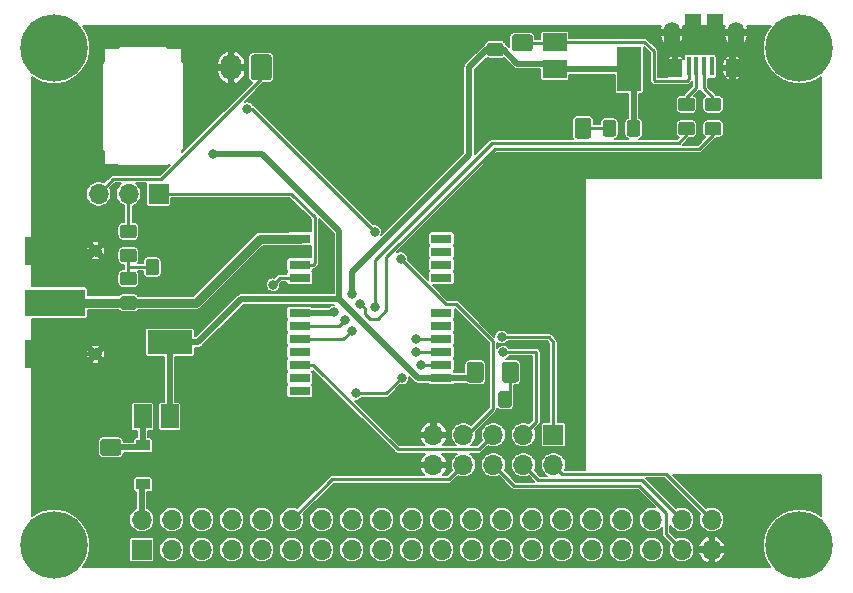
<source format=gbr>
G04 #@! TF.GenerationSoftware,KiCad,Pcbnew,5.1.5*
G04 #@! TF.CreationDate,2020-03-05T23:31:40-08:00*
G04 #@! TF.ProjectId,orangepi-neo-gps,6f72616e-6765-4706-992d-6e656f2d6770,rev?*
G04 #@! TF.SameCoordinates,Original*
G04 #@! TF.FileFunction,Copper,L2,Bot*
G04 #@! TF.FilePolarity,Positive*
%FSLAX46Y46*%
G04 Gerber Fmt 4.6, Leading zero omitted, Abs format (unit mm)*
G04 Created by KiCad (PCBNEW 5.1.5) date 2020-03-05 23:31:40*
%MOMM*%
%LPD*%
G04 APERTURE LIST*
%ADD10C,0.100000*%
%ADD11R,1.200000X0.900000*%
%ADD12C,5.700000*%
%ADD13R,1.700000X1.700000*%
%ADD14O,1.700000X1.700000*%
%ADD15R,1.350000X2.000000*%
%ADD16R,1.825000X0.700000*%
%ADD17R,2.000000X1.500000*%
%ADD18R,0.400000X1.650000*%
%ADD19O,1.100000X1.500000*%
%ADD20O,1.350000X1.700000*%
%ADD21R,1.430000X2.500000*%
%ADD22R,5.080000X2.290000*%
%ADD23R,5.080000X2.420000*%
%ADD24C,0.970000*%
%ADD25R,0.950000X0.460000*%
%ADD26R,1.500000X2.000000*%
%ADD27R,3.800000X2.000000*%
%ADD28R,1.800000X0.800000*%
%ADD29R,2.000000X3.800000*%
%ADD30O,1.740000X2.200000*%
%ADD31C,0.800000*%
%ADD32C,0.254000*%
%ADD33C,0.508000*%
%ADD34C,0.756000*%
%ADD35C,0.150000*%
G04 APERTURE END LIST*
G04 #@! TA.AperFunction,SMDPad,CuDef*
D10*
G36*
X33399504Y-61051204D02*
G01*
X33423773Y-61054804D01*
X33447571Y-61060765D01*
X33470671Y-61069030D01*
X33492849Y-61079520D01*
X33513893Y-61092133D01*
X33533598Y-61106747D01*
X33551777Y-61123223D01*
X33568253Y-61141402D01*
X33582867Y-61161107D01*
X33595480Y-61182151D01*
X33605970Y-61204329D01*
X33614235Y-61227429D01*
X33620196Y-61251227D01*
X33623796Y-61275496D01*
X33625000Y-61300000D01*
X33625000Y-62225000D01*
X33623796Y-62249504D01*
X33620196Y-62273773D01*
X33614235Y-62297571D01*
X33605970Y-62320671D01*
X33595480Y-62342849D01*
X33582867Y-62363893D01*
X33568253Y-62383598D01*
X33551777Y-62401777D01*
X33533598Y-62418253D01*
X33513893Y-62432867D01*
X33492849Y-62445480D01*
X33470671Y-62455970D01*
X33447571Y-62464235D01*
X33423773Y-62470196D01*
X33399504Y-62473796D01*
X33375000Y-62475000D01*
X32125000Y-62475000D01*
X32100496Y-62473796D01*
X32076227Y-62470196D01*
X32052429Y-62464235D01*
X32029329Y-62455970D01*
X32007151Y-62445480D01*
X31986107Y-62432867D01*
X31966402Y-62418253D01*
X31948223Y-62401777D01*
X31931747Y-62383598D01*
X31917133Y-62363893D01*
X31904520Y-62342849D01*
X31894030Y-62320671D01*
X31885765Y-62297571D01*
X31879804Y-62273773D01*
X31876204Y-62249504D01*
X31875000Y-62225000D01*
X31875000Y-61300000D01*
X31876204Y-61275496D01*
X31879804Y-61251227D01*
X31885765Y-61227429D01*
X31894030Y-61204329D01*
X31904520Y-61182151D01*
X31917133Y-61161107D01*
X31931747Y-61141402D01*
X31948223Y-61123223D01*
X31966402Y-61106747D01*
X31986107Y-61092133D01*
X32007151Y-61079520D01*
X32029329Y-61069030D01*
X32052429Y-61060765D01*
X32076227Y-61054804D01*
X32100496Y-61051204D01*
X32125000Y-61050000D01*
X33375000Y-61050000D01*
X33399504Y-61051204D01*
G37*
G04 #@! TD.AperFunction*
G04 #@! TA.AperFunction,SMDPad,CuDef*
G36*
X33399504Y-64026204D02*
G01*
X33423773Y-64029804D01*
X33447571Y-64035765D01*
X33470671Y-64044030D01*
X33492849Y-64054520D01*
X33513893Y-64067133D01*
X33533598Y-64081747D01*
X33551777Y-64098223D01*
X33568253Y-64116402D01*
X33582867Y-64136107D01*
X33595480Y-64157151D01*
X33605970Y-64179329D01*
X33614235Y-64202429D01*
X33620196Y-64226227D01*
X33623796Y-64250496D01*
X33625000Y-64275000D01*
X33625000Y-65200000D01*
X33623796Y-65224504D01*
X33620196Y-65248773D01*
X33614235Y-65272571D01*
X33605970Y-65295671D01*
X33595480Y-65317849D01*
X33582867Y-65338893D01*
X33568253Y-65358598D01*
X33551777Y-65376777D01*
X33533598Y-65393253D01*
X33513893Y-65407867D01*
X33492849Y-65420480D01*
X33470671Y-65430970D01*
X33447571Y-65439235D01*
X33423773Y-65445196D01*
X33399504Y-65448796D01*
X33375000Y-65450000D01*
X32125000Y-65450000D01*
X32100496Y-65448796D01*
X32076227Y-65445196D01*
X32052429Y-65439235D01*
X32029329Y-65430970D01*
X32007151Y-65420480D01*
X31986107Y-65407867D01*
X31966402Y-65393253D01*
X31948223Y-65376777D01*
X31931747Y-65358598D01*
X31917133Y-65338893D01*
X31904520Y-65317849D01*
X31894030Y-65295671D01*
X31885765Y-65272571D01*
X31879804Y-65248773D01*
X31876204Y-65224504D01*
X31875000Y-65200000D01*
X31875000Y-64275000D01*
X31876204Y-64250496D01*
X31879804Y-64226227D01*
X31885765Y-64202429D01*
X31894030Y-64179329D01*
X31904520Y-64157151D01*
X31917133Y-64136107D01*
X31931747Y-64116402D01*
X31948223Y-64098223D01*
X31966402Y-64081747D01*
X31986107Y-64067133D01*
X32007151Y-64054520D01*
X32029329Y-64044030D01*
X32052429Y-64035765D01*
X32076227Y-64029804D01*
X32100496Y-64026204D01*
X32125000Y-64025000D01*
X33375000Y-64025000D01*
X33399504Y-64026204D01*
G37*
G04 #@! TD.AperFunction*
G04 #@! TA.AperFunction,SMDPad,CuDef*
G36*
X67074504Y-54526204D02*
G01*
X67098773Y-54529804D01*
X67122571Y-54535765D01*
X67145671Y-54544030D01*
X67167849Y-54554520D01*
X67188893Y-54567133D01*
X67208598Y-54581747D01*
X67226777Y-54598223D01*
X67243253Y-54616402D01*
X67257867Y-54636107D01*
X67270480Y-54657151D01*
X67280970Y-54679329D01*
X67289235Y-54702429D01*
X67295196Y-54726227D01*
X67298796Y-54750496D01*
X67300000Y-54775000D01*
X67300000Y-56025000D01*
X67298796Y-56049504D01*
X67295196Y-56073773D01*
X67289235Y-56097571D01*
X67280970Y-56120671D01*
X67270480Y-56142849D01*
X67257867Y-56163893D01*
X67243253Y-56183598D01*
X67226777Y-56201777D01*
X67208598Y-56218253D01*
X67188893Y-56232867D01*
X67167849Y-56245480D01*
X67145671Y-56255970D01*
X67122571Y-56264235D01*
X67098773Y-56270196D01*
X67074504Y-56273796D01*
X67050000Y-56275000D01*
X66125000Y-56275000D01*
X66100496Y-56273796D01*
X66076227Y-56270196D01*
X66052429Y-56264235D01*
X66029329Y-56255970D01*
X66007151Y-56245480D01*
X65986107Y-56232867D01*
X65966402Y-56218253D01*
X65948223Y-56201777D01*
X65931747Y-56183598D01*
X65917133Y-56163893D01*
X65904520Y-56142849D01*
X65894030Y-56120671D01*
X65885765Y-56097571D01*
X65879804Y-56073773D01*
X65876204Y-56049504D01*
X65875000Y-56025000D01*
X65875000Y-54775000D01*
X65876204Y-54750496D01*
X65879804Y-54726227D01*
X65885765Y-54702429D01*
X65894030Y-54679329D01*
X65904520Y-54657151D01*
X65917133Y-54636107D01*
X65931747Y-54616402D01*
X65948223Y-54598223D01*
X65966402Y-54581747D01*
X65986107Y-54567133D01*
X66007151Y-54554520D01*
X66029329Y-54544030D01*
X66052429Y-54535765D01*
X66076227Y-54529804D01*
X66100496Y-54526204D01*
X66125000Y-54525000D01*
X67050000Y-54525000D01*
X67074504Y-54526204D01*
G37*
G04 #@! TD.AperFunction*
G04 #@! TA.AperFunction,SMDPad,CuDef*
G36*
X64099504Y-54526204D02*
G01*
X64123773Y-54529804D01*
X64147571Y-54535765D01*
X64170671Y-54544030D01*
X64192849Y-54554520D01*
X64213893Y-54567133D01*
X64233598Y-54581747D01*
X64251777Y-54598223D01*
X64268253Y-54616402D01*
X64282867Y-54636107D01*
X64295480Y-54657151D01*
X64305970Y-54679329D01*
X64314235Y-54702429D01*
X64320196Y-54726227D01*
X64323796Y-54750496D01*
X64325000Y-54775000D01*
X64325000Y-56025000D01*
X64323796Y-56049504D01*
X64320196Y-56073773D01*
X64314235Y-56097571D01*
X64305970Y-56120671D01*
X64295480Y-56142849D01*
X64282867Y-56163893D01*
X64268253Y-56183598D01*
X64251777Y-56201777D01*
X64233598Y-56218253D01*
X64213893Y-56232867D01*
X64192849Y-56245480D01*
X64170671Y-56255970D01*
X64147571Y-56264235D01*
X64123773Y-56270196D01*
X64099504Y-56273796D01*
X64075000Y-56275000D01*
X63150000Y-56275000D01*
X63125496Y-56273796D01*
X63101227Y-56270196D01*
X63077429Y-56264235D01*
X63054329Y-56255970D01*
X63032151Y-56245480D01*
X63011107Y-56232867D01*
X62991402Y-56218253D01*
X62973223Y-56201777D01*
X62956747Y-56183598D01*
X62942133Y-56163893D01*
X62929520Y-56142849D01*
X62919030Y-56120671D01*
X62910765Y-56097571D01*
X62904804Y-56073773D01*
X62901204Y-56049504D01*
X62900000Y-56025000D01*
X62900000Y-54775000D01*
X62901204Y-54750496D01*
X62904804Y-54726227D01*
X62910765Y-54702429D01*
X62919030Y-54679329D01*
X62929520Y-54657151D01*
X62942133Y-54636107D01*
X62956747Y-54616402D01*
X62973223Y-54598223D01*
X62991402Y-54581747D01*
X63011107Y-54567133D01*
X63032151Y-54554520D01*
X63054329Y-54544030D01*
X63077429Y-54535765D01*
X63101227Y-54529804D01*
X63125496Y-54526204D01*
X63150000Y-54525000D01*
X64075000Y-54525000D01*
X64099504Y-54526204D01*
G37*
G04 #@! TD.AperFunction*
G04 #@! TA.AperFunction,SMDPad,CuDef*
G36*
X36624505Y-45801204D02*
G01*
X36648773Y-45804804D01*
X36672572Y-45810765D01*
X36695671Y-45819030D01*
X36717850Y-45829520D01*
X36738893Y-45842132D01*
X36758599Y-45856747D01*
X36776777Y-45873223D01*
X36793253Y-45891401D01*
X36807868Y-45911107D01*
X36820480Y-45932150D01*
X36830970Y-45954329D01*
X36839235Y-45977428D01*
X36845196Y-46001227D01*
X36848796Y-46025495D01*
X36850000Y-46049999D01*
X36850000Y-46950001D01*
X36848796Y-46974505D01*
X36845196Y-46998773D01*
X36839235Y-47022572D01*
X36830970Y-47045671D01*
X36820480Y-47067850D01*
X36807868Y-47088893D01*
X36793253Y-47108599D01*
X36776777Y-47126777D01*
X36758599Y-47143253D01*
X36738893Y-47157868D01*
X36717850Y-47170480D01*
X36695671Y-47180970D01*
X36672572Y-47189235D01*
X36648773Y-47195196D01*
X36624505Y-47198796D01*
X36600001Y-47200000D01*
X35949999Y-47200000D01*
X35925495Y-47198796D01*
X35901227Y-47195196D01*
X35877428Y-47189235D01*
X35854329Y-47180970D01*
X35832150Y-47170480D01*
X35811107Y-47157868D01*
X35791401Y-47143253D01*
X35773223Y-47126777D01*
X35756747Y-47108599D01*
X35742132Y-47088893D01*
X35729520Y-47067850D01*
X35719030Y-47045671D01*
X35710765Y-47022572D01*
X35704804Y-46998773D01*
X35701204Y-46974505D01*
X35700000Y-46950001D01*
X35700000Y-46049999D01*
X35701204Y-46025495D01*
X35704804Y-46001227D01*
X35710765Y-45977428D01*
X35719030Y-45954329D01*
X35729520Y-45932150D01*
X35742132Y-45911107D01*
X35756747Y-45891401D01*
X35773223Y-45873223D01*
X35791401Y-45856747D01*
X35811107Y-45842132D01*
X35832150Y-45829520D01*
X35854329Y-45819030D01*
X35877428Y-45810765D01*
X35901227Y-45804804D01*
X35925495Y-45801204D01*
X35949999Y-45800000D01*
X36600001Y-45800000D01*
X36624505Y-45801204D01*
G37*
G04 #@! TD.AperFunction*
G04 #@! TA.AperFunction,SMDPad,CuDef*
G36*
X38674505Y-45801204D02*
G01*
X38698773Y-45804804D01*
X38722572Y-45810765D01*
X38745671Y-45819030D01*
X38767850Y-45829520D01*
X38788893Y-45842132D01*
X38808599Y-45856747D01*
X38826777Y-45873223D01*
X38843253Y-45891401D01*
X38857868Y-45911107D01*
X38870480Y-45932150D01*
X38880970Y-45954329D01*
X38889235Y-45977428D01*
X38895196Y-46001227D01*
X38898796Y-46025495D01*
X38900000Y-46049999D01*
X38900000Y-46950001D01*
X38898796Y-46974505D01*
X38895196Y-46998773D01*
X38889235Y-47022572D01*
X38880970Y-47045671D01*
X38870480Y-47067850D01*
X38857868Y-47088893D01*
X38843253Y-47108599D01*
X38826777Y-47126777D01*
X38808599Y-47143253D01*
X38788893Y-47157868D01*
X38767850Y-47170480D01*
X38745671Y-47180970D01*
X38722572Y-47189235D01*
X38698773Y-47195196D01*
X38674505Y-47198796D01*
X38650001Y-47200000D01*
X37999999Y-47200000D01*
X37975495Y-47198796D01*
X37951227Y-47195196D01*
X37927428Y-47189235D01*
X37904329Y-47180970D01*
X37882150Y-47170480D01*
X37861107Y-47157868D01*
X37841401Y-47143253D01*
X37823223Y-47126777D01*
X37806747Y-47108599D01*
X37792132Y-47088893D01*
X37779520Y-47067850D01*
X37769030Y-47045671D01*
X37760765Y-47022572D01*
X37754804Y-46998773D01*
X37751204Y-46974505D01*
X37750000Y-46950001D01*
X37750000Y-46049999D01*
X37751204Y-46025495D01*
X37754804Y-46001227D01*
X37760765Y-45977428D01*
X37769030Y-45954329D01*
X37779520Y-45932150D01*
X37792132Y-45911107D01*
X37806747Y-45891401D01*
X37823223Y-45873223D01*
X37841401Y-45856747D01*
X37861107Y-45842132D01*
X37882150Y-45829520D01*
X37904329Y-45819030D01*
X37927428Y-45810765D01*
X37951227Y-45804804D01*
X37975495Y-45801204D01*
X37999999Y-45800000D01*
X38650001Y-45800000D01*
X38674505Y-45801204D01*
G37*
G04 #@! TD.AperFunction*
G04 #@! TA.AperFunction,SMDPad,CuDef*
G36*
X73224504Y-33876204D02*
G01*
X73248773Y-33879804D01*
X73272571Y-33885765D01*
X73295671Y-33894030D01*
X73317849Y-33904520D01*
X73338893Y-33917133D01*
X73358598Y-33931747D01*
X73376777Y-33948223D01*
X73393253Y-33966402D01*
X73407867Y-33986107D01*
X73420480Y-34007151D01*
X73430970Y-34029329D01*
X73439235Y-34052429D01*
X73445196Y-34076227D01*
X73448796Y-34100496D01*
X73450000Y-34125000D01*
X73450000Y-35375000D01*
X73448796Y-35399504D01*
X73445196Y-35423773D01*
X73439235Y-35447571D01*
X73430970Y-35470671D01*
X73420480Y-35492849D01*
X73407867Y-35513893D01*
X73393253Y-35533598D01*
X73376777Y-35551777D01*
X73358598Y-35568253D01*
X73338893Y-35582867D01*
X73317849Y-35595480D01*
X73295671Y-35605970D01*
X73272571Y-35614235D01*
X73248773Y-35620196D01*
X73224504Y-35623796D01*
X73200000Y-35625000D01*
X72275000Y-35625000D01*
X72250496Y-35623796D01*
X72226227Y-35620196D01*
X72202429Y-35614235D01*
X72179329Y-35605970D01*
X72157151Y-35595480D01*
X72136107Y-35582867D01*
X72116402Y-35568253D01*
X72098223Y-35551777D01*
X72081747Y-35533598D01*
X72067133Y-35513893D01*
X72054520Y-35492849D01*
X72044030Y-35470671D01*
X72035765Y-35447571D01*
X72029804Y-35423773D01*
X72026204Y-35399504D01*
X72025000Y-35375000D01*
X72025000Y-34125000D01*
X72026204Y-34100496D01*
X72029804Y-34076227D01*
X72035765Y-34052429D01*
X72044030Y-34029329D01*
X72054520Y-34007151D01*
X72067133Y-33986107D01*
X72081747Y-33966402D01*
X72098223Y-33948223D01*
X72116402Y-33931747D01*
X72136107Y-33917133D01*
X72157151Y-33904520D01*
X72179329Y-33894030D01*
X72202429Y-33885765D01*
X72226227Y-33879804D01*
X72250496Y-33876204D01*
X72275000Y-33875000D01*
X73200000Y-33875000D01*
X73224504Y-33876204D01*
G37*
G04 #@! TD.AperFunction*
G04 #@! TA.AperFunction,SMDPad,CuDef*
G36*
X70249504Y-33876204D02*
G01*
X70273773Y-33879804D01*
X70297571Y-33885765D01*
X70320671Y-33894030D01*
X70342849Y-33904520D01*
X70363893Y-33917133D01*
X70383598Y-33931747D01*
X70401777Y-33948223D01*
X70418253Y-33966402D01*
X70432867Y-33986107D01*
X70445480Y-34007151D01*
X70455970Y-34029329D01*
X70464235Y-34052429D01*
X70470196Y-34076227D01*
X70473796Y-34100496D01*
X70475000Y-34125000D01*
X70475000Y-35375000D01*
X70473796Y-35399504D01*
X70470196Y-35423773D01*
X70464235Y-35447571D01*
X70455970Y-35470671D01*
X70445480Y-35492849D01*
X70432867Y-35513893D01*
X70418253Y-35533598D01*
X70401777Y-35551777D01*
X70383598Y-35568253D01*
X70363893Y-35582867D01*
X70342849Y-35595480D01*
X70320671Y-35605970D01*
X70297571Y-35614235D01*
X70273773Y-35620196D01*
X70249504Y-35623796D01*
X70225000Y-35625000D01*
X69300000Y-35625000D01*
X69275496Y-35623796D01*
X69251227Y-35620196D01*
X69227429Y-35614235D01*
X69204329Y-35605970D01*
X69182151Y-35595480D01*
X69161107Y-35582867D01*
X69141402Y-35568253D01*
X69123223Y-35551777D01*
X69106747Y-35533598D01*
X69092133Y-35513893D01*
X69079520Y-35492849D01*
X69069030Y-35470671D01*
X69060765Y-35447571D01*
X69054804Y-35423773D01*
X69051204Y-35399504D01*
X69050000Y-35375000D01*
X69050000Y-34125000D01*
X69051204Y-34100496D01*
X69054804Y-34076227D01*
X69060765Y-34052429D01*
X69069030Y-34029329D01*
X69079520Y-34007151D01*
X69092133Y-33986107D01*
X69106747Y-33966402D01*
X69123223Y-33948223D01*
X69141402Y-33931747D01*
X69161107Y-33917133D01*
X69182151Y-33904520D01*
X69204329Y-33894030D01*
X69227429Y-33885765D01*
X69251227Y-33879804D01*
X69275496Y-33876204D01*
X69300000Y-33875000D01*
X70225000Y-33875000D01*
X70249504Y-33876204D01*
G37*
G04 #@! TD.AperFunction*
G04 #@! TA.AperFunction,SMDPad,CuDef*
G36*
X68249504Y-29776204D02*
G01*
X68273773Y-29779804D01*
X68297571Y-29785765D01*
X68320671Y-29794030D01*
X68342849Y-29804520D01*
X68363893Y-29817133D01*
X68383598Y-29831747D01*
X68401777Y-29848223D01*
X68418253Y-29866402D01*
X68432867Y-29886107D01*
X68445480Y-29907151D01*
X68455970Y-29929329D01*
X68464235Y-29952429D01*
X68470196Y-29976227D01*
X68473796Y-30000496D01*
X68475000Y-30025000D01*
X68475000Y-30950000D01*
X68473796Y-30974504D01*
X68470196Y-30998773D01*
X68464235Y-31022571D01*
X68455970Y-31045671D01*
X68445480Y-31067849D01*
X68432867Y-31088893D01*
X68418253Y-31108598D01*
X68401777Y-31126777D01*
X68383598Y-31143253D01*
X68363893Y-31157867D01*
X68342849Y-31170480D01*
X68320671Y-31180970D01*
X68297571Y-31189235D01*
X68273773Y-31195196D01*
X68249504Y-31198796D01*
X68225000Y-31200000D01*
X66975000Y-31200000D01*
X66950496Y-31198796D01*
X66926227Y-31195196D01*
X66902429Y-31189235D01*
X66879329Y-31180970D01*
X66857151Y-31170480D01*
X66836107Y-31157867D01*
X66816402Y-31143253D01*
X66798223Y-31126777D01*
X66781747Y-31108598D01*
X66767133Y-31088893D01*
X66754520Y-31067849D01*
X66744030Y-31045671D01*
X66735765Y-31022571D01*
X66729804Y-30998773D01*
X66726204Y-30974504D01*
X66725000Y-30950000D01*
X66725000Y-30025000D01*
X66726204Y-30000496D01*
X66729804Y-29976227D01*
X66735765Y-29952429D01*
X66744030Y-29929329D01*
X66754520Y-29907151D01*
X66767133Y-29886107D01*
X66781747Y-29866402D01*
X66798223Y-29848223D01*
X66816402Y-29831747D01*
X66836107Y-29817133D01*
X66857151Y-29804520D01*
X66879329Y-29794030D01*
X66902429Y-29785765D01*
X66926227Y-29779804D01*
X66950496Y-29776204D01*
X66975000Y-29775000D01*
X68225000Y-29775000D01*
X68249504Y-29776204D01*
G37*
G04 #@! TD.AperFunction*
G04 #@! TA.AperFunction,SMDPad,CuDef*
G36*
X68249504Y-26801204D02*
G01*
X68273773Y-26804804D01*
X68297571Y-26810765D01*
X68320671Y-26819030D01*
X68342849Y-26829520D01*
X68363893Y-26842133D01*
X68383598Y-26856747D01*
X68401777Y-26873223D01*
X68418253Y-26891402D01*
X68432867Y-26911107D01*
X68445480Y-26932151D01*
X68455970Y-26954329D01*
X68464235Y-26977429D01*
X68470196Y-27001227D01*
X68473796Y-27025496D01*
X68475000Y-27050000D01*
X68475000Y-27975000D01*
X68473796Y-27999504D01*
X68470196Y-28023773D01*
X68464235Y-28047571D01*
X68455970Y-28070671D01*
X68445480Y-28092849D01*
X68432867Y-28113893D01*
X68418253Y-28133598D01*
X68401777Y-28151777D01*
X68383598Y-28168253D01*
X68363893Y-28182867D01*
X68342849Y-28195480D01*
X68320671Y-28205970D01*
X68297571Y-28214235D01*
X68273773Y-28220196D01*
X68249504Y-28223796D01*
X68225000Y-28225000D01*
X66975000Y-28225000D01*
X66950496Y-28223796D01*
X66926227Y-28220196D01*
X66902429Y-28214235D01*
X66879329Y-28205970D01*
X66857151Y-28195480D01*
X66836107Y-28182867D01*
X66816402Y-28168253D01*
X66798223Y-28151777D01*
X66781747Y-28133598D01*
X66767133Y-28113893D01*
X66754520Y-28092849D01*
X66744030Y-28070671D01*
X66735765Y-28047571D01*
X66729804Y-28023773D01*
X66726204Y-27999504D01*
X66725000Y-27975000D01*
X66725000Y-27050000D01*
X66726204Y-27025496D01*
X66729804Y-27001227D01*
X66735765Y-26977429D01*
X66744030Y-26954329D01*
X66754520Y-26932151D01*
X66767133Y-26911107D01*
X66781747Y-26891402D01*
X66798223Y-26873223D01*
X66816402Y-26856747D01*
X66836107Y-26842133D01*
X66857151Y-26829520D01*
X66879329Y-26819030D01*
X66902429Y-26810765D01*
X66926227Y-26804804D01*
X66950496Y-26801204D01*
X66975000Y-26800000D01*
X68225000Y-26800000D01*
X68249504Y-26801204D01*
G37*
G04 #@! TD.AperFunction*
D11*
X35500000Y-61600000D03*
X35500000Y-64900000D03*
D12*
X27950000Y-27950000D03*
X27950000Y-70050000D03*
X91062000Y-27950000D03*
X91062000Y-70050000D03*
D13*
X35375000Y-70422000D03*
D14*
X35375000Y-67882000D03*
X37915000Y-70422000D03*
X37915000Y-67882000D03*
X40455000Y-70422000D03*
X40455000Y-67882000D03*
X42995000Y-70422000D03*
X42995000Y-67882000D03*
X45535000Y-70422000D03*
X45535000Y-67882000D03*
X48075000Y-70422000D03*
X48075000Y-67882000D03*
X50615000Y-70422000D03*
X50615000Y-67882000D03*
X53155000Y-70422000D03*
X53155000Y-67882000D03*
X55695000Y-70422000D03*
X55695000Y-67882000D03*
X58235000Y-70422000D03*
X58235000Y-67882000D03*
X60775000Y-70422000D03*
X60775000Y-67882000D03*
X63315000Y-70422000D03*
X63315000Y-67882000D03*
X65855000Y-70422000D03*
X65855000Y-67882000D03*
X68395000Y-70422000D03*
X68395000Y-67882000D03*
X70935000Y-70422000D03*
X70935000Y-67882000D03*
X73475000Y-70422000D03*
X73475000Y-67882000D03*
X76015000Y-70422000D03*
X76015000Y-67882000D03*
X78555000Y-70422000D03*
X78555000Y-67882000D03*
X81095000Y-70422000D03*
X81095000Y-67882000D03*
X83635000Y-70422000D03*
X83635000Y-67882000D03*
D15*
X85725000Y-27565000D03*
X80245000Y-27565000D03*
D16*
X80025000Y-28315000D03*
X85975000Y-28315000D03*
D17*
X80125000Y-29615000D03*
X85875000Y-29635000D03*
D18*
X81675000Y-29515000D03*
X82325000Y-29515000D03*
X82975000Y-29515000D03*
X83625000Y-29515000D03*
X84275000Y-29515000D03*
D19*
X80555000Y-29635000D03*
X85395000Y-29635000D03*
D20*
X80245000Y-26635000D03*
X85705000Y-26635000D03*
D21*
X82015000Y-26365000D03*
X83935000Y-26365000D03*
D22*
X28030000Y-49500000D03*
D23*
X28030000Y-53880000D03*
X28030000Y-45120000D03*
D24*
X31470000Y-53880000D03*
X31470000Y-45120000D03*
D25*
X31020000Y-53880000D03*
X31020000Y-45120000D03*
G04 #@! TA.AperFunction,SMDPad,CuDef*
D10*
G36*
X34724505Y-46901204D02*
G01*
X34748773Y-46904804D01*
X34772572Y-46910765D01*
X34795671Y-46919030D01*
X34817850Y-46929520D01*
X34838893Y-46942132D01*
X34858599Y-46956747D01*
X34876777Y-46973223D01*
X34893253Y-46991401D01*
X34907868Y-47011107D01*
X34920480Y-47032150D01*
X34930970Y-47054329D01*
X34939235Y-47077428D01*
X34945196Y-47101227D01*
X34948796Y-47125495D01*
X34950000Y-47149999D01*
X34950000Y-47800001D01*
X34948796Y-47824505D01*
X34945196Y-47848773D01*
X34939235Y-47872572D01*
X34930970Y-47895671D01*
X34920480Y-47917850D01*
X34907868Y-47938893D01*
X34893253Y-47958599D01*
X34876777Y-47976777D01*
X34858599Y-47993253D01*
X34838893Y-48007868D01*
X34817850Y-48020480D01*
X34795671Y-48030970D01*
X34772572Y-48039235D01*
X34748773Y-48045196D01*
X34724505Y-48048796D01*
X34700001Y-48050000D01*
X33799999Y-48050000D01*
X33775495Y-48048796D01*
X33751227Y-48045196D01*
X33727428Y-48039235D01*
X33704329Y-48030970D01*
X33682150Y-48020480D01*
X33661107Y-48007868D01*
X33641401Y-47993253D01*
X33623223Y-47976777D01*
X33606747Y-47958599D01*
X33592132Y-47938893D01*
X33579520Y-47917850D01*
X33569030Y-47895671D01*
X33560765Y-47872572D01*
X33554804Y-47848773D01*
X33551204Y-47824505D01*
X33550000Y-47800001D01*
X33550000Y-47149999D01*
X33551204Y-47125495D01*
X33554804Y-47101227D01*
X33560765Y-47077428D01*
X33569030Y-47054329D01*
X33579520Y-47032150D01*
X33592132Y-47011107D01*
X33606747Y-46991401D01*
X33623223Y-46973223D01*
X33641401Y-46956747D01*
X33661107Y-46942132D01*
X33682150Y-46929520D01*
X33704329Y-46919030D01*
X33727428Y-46910765D01*
X33751227Y-46904804D01*
X33775495Y-46901204D01*
X33799999Y-46900000D01*
X34700001Y-46900000D01*
X34724505Y-46901204D01*
G37*
G04 #@! TD.AperFunction*
G04 #@! TA.AperFunction,SMDPad,CuDef*
G36*
X34724505Y-48951204D02*
G01*
X34748773Y-48954804D01*
X34772572Y-48960765D01*
X34795671Y-48969030D01*
X34817850Y-48979520D01*
X34838893Y-48992132D01*
X34858599Y-49006747D01*
X34876777Y-49023223D01*
X34893253Y-49041401D01*
X34907868Y-49061107D01*
X34920480Y-49082150D01*
X34930970Y-49104329D01*
X34939235Y-49127428D01*
X34945196Y-49151227D01*
X34948796Y-49175495D01*
X34950000Y-49199999D01*
X34950000Y-49850001D01*
X34948796Y-49874505D01*
X34945196Y-49898773D01*
X34939235Y-49922572D01*
X34930970Y-49945671D01*
X34920480Y-49967850D01*
X34907868Y-49988893D01*
X34893253Y-50008599D01*
X34876777Y-50026777D01*
X34858599Y-50043253D01*
X34838893Y-50057868D01*
X34817850Y-50070480D01*
X34795671Y-50080970D01*
X34772572Y-50089235D01*
X34748773Y-50095196D01*
X34724505Y-50098796D01*
X34700001Y-50100000D01*
X33799999Y-50100000D01*
X33775495Y-50098796D01*
X33751227Y-50095196D01*
X33727428Y-50089235D01*
X33704329Y-50080970D01*
X33682150Y-50070480D01*
X33661107Y-50057868D01*
X33641401Y-50043253D01*
X33623223Y-50026777D01*
X33606747Y-50008599D01*
X33592132Y-49988893D01*
X33579520Y-49967850D01*
X33569030Y-49945671D01*
X33560765Y-49922572D01*
X33554804Y-49898773D01*
X33551204Y-49874505D01*
X33550000Y-49850001D01*
X33550000Y-49199999D01*
X33551204Y-49175495D01*
X33554804Y-49151227D01*
X33560765Y-49127428D01*
X33569030Y-49104329D01*
X33579520Y-49082150D01*
X33592132Y-49061107D01*
X33606747Y-49041401D01*
X33623223Y-49023223D01*
X33641401Y-49006747D01*
X33661107Y-48992132D01*
X33682150Y-48979520D01*
X33704329Y-48969030D01*
X33727428Y-48960765D01*
X33751227Y-48954804D01*
X33775495Y-48951204D01*
X33799999Y-48950000D01*
X34700001Y-48950000D01*
X34724505Y-48951204D01*
G37*
G04 #@! TD.AperFunction*
G04 #@! TA.AperFunction,SMDPad,CuDef*
G36*
X64424505Y-57001204D02*
G01*
X64448773Y-57004804D01*
X64472572Y-57010765D01*
X64495671Y-57019030D01*
X64517850Y-57029520D01*
X64538893Y-57042132D01*
X64558599Y-57056747D01*
X64576777Y-57073223D01*
X64593253Y-57091401D01*
X64607868Y-57111107D01*
X64620480Y-57132150D01*
X64630970Y-57154329D01*
X64639235Y-57177428D01*
X64645196Y-57201227D01*
X64648796Y-57225495D01*
X64650000Y-57249999D01*
X64650000Y-58150001D01*
X64648796Y-58174505D01*
X64645196Y-58198773D01*
X64639235Y-58222572D01*
X64630970Y-58245671D01*
X64620480Y-58267850D01*
X64607868Y-58288893D01*
X64593253Y-58308599D01*
X64576777Y-58326777D01*
X64558599Y-58343253D01*
X64538893Y-58357868D01*
X64517850Y-58370480D01*
X64495671Y-58380970D01*
X64472572Y-58389235D01*
X64448773Y-58395196D01*
X64424505Y-58398796D01*
X64400001Y-58400000D01*
X63749999Y-58400000D01*
X63725495Y-58398796D01*
X63701227Y-58395196D01*
X63677428Y-58389235D01*
X63654329Y-58380970D01*
X63632150Y-58370480D01*
X63611107Y-58357868D01*
X63591401Y-58343253D01*
X63573223Y-58326777D01*
X63556747Y-58308599D01*
X63542132Y-58288893D01*
X63529520Y-58267850D01*
X63519030Y-58245671D01*
X63510765Y-58222572D01*
X63504804Y-58198773D01*
X63501204Y-58174505D01*
X63500000Y-58150001D01*
X63500000Y-57249999D01*
X63501204Y-57225495D01*
X63504804Y-57201227D01*
X63510765Y-57177428D01*
X63519030Y-57154329D01*
X63529520Y-57132150D01*
X63542132Y-57111107D01*
X63556747Y-57091401D01*
X63573223Y-57073223D01*
X63591401Y-57056747D01*
X63611107Y-57042132D01*
X63632150Y-57029520D01*
X63654329Y-57019030D01*
X63677428Y-57010765D01*
X63701227Y-57004804D01*
X63725495Y-57001204D01*
X63749999Y-57000000D01*
X64400001Y-57000000D01*
X64424505Y-57001204D01*
G37*
G04 #@! TD.AperFunction*
G04 #@! TA.AperFunction,SMDPad,CuDef*
G36*
X66474505Y-57001204D02*
G01*
X66498773Y-57004804D01*
X66522572Y-57010765D01*
X66545671Y-57019030D01*
X66567850Y-57029520D01*
X66588893Y-57042132D01*
X66608599Y-57056747D01*
X66626777Y-57073223D01*
X66643253Y-57091401D01*
X66657868Y-57111107D01*
X66670480Y-57132150D01*
X66680970Y-57154329D01*
X66689235Y-57177428D01*
X66695196Y-57201227D01*
X66698796Y-57225495D01*
X66700000Y-57249999D01*
X66700000Y-58150001D01*
X66698796Y-58174505D01*
X66695196Y-58198773D01*
X66689235Y-58222572D01*
X66680970Y-58245671D01*
X66670480Y-58267850D01*
X66657868Y-58288893D01*
X66643253Y-58308599D01*
X66626777Y-58326777D01*
X66608599Y-58343253D01*
X66588893Y-58357868D01*
X66567850Y-58370480D01*
X66545671Y-58380970D01*
X66522572Y-58389235D01*
X66498773Y-58395196D01*
X66474505Y-58398796D01*
X66450001Y-58400000D01*
X65799999Y-58400000D01*
X65775495Y-58398796D01*
X65751227Y-58395196D01*
X65727428Y-58389235D01*
X65704329Y-58380970D01*
X65682150Y-58370480D01*
X65661107Y-58357868D01*
X65641401Y-58343253D01*
X65623223Y-58326777D01*
X65606747Y-58308599D01*
X65592132Y-58288893D01*
X65579520Y-58267850D01*
X65569030Y-58245671D01*
X65560765Y-58222572D01*
X65554804Y-58198773D01*
X65551204Y-58174505D01*
X65550000Y-58150001D01*
X65550000Y-57249999D01*
X65551204Y-57225495D01*
X65554804Y-57201227D01*
X65560765Y-57177428D01*
X65569030Y-57154329D01*
X65579520Y-57132150D01*
X65592132Y-57111107D01*
X65606747Y-57091401D01*
X65623223Y-57073223D01*
X65641401Y-57056747D01*
X65661107Y-57042132D01*
X65682150Y-57029520D01*
X65704329Y-57019030D01*
X65727428Y-57010765D01*
X65751227Y-57004804D01*
X65775495Y-57001204D01*
X65799999Y-57000000D01*
X66450001Y-57000000D01*
X66474505Y-57001204D01*
G37*
G04 #@! TD.AperFunction*
G04 #@! TA.AperFunction,SMDPad,CuDef*
G36*
X34724505Y-42901204D02*
G01*
X34748773Y-42904804D01*
X34772572Y-42910765D01*
X34795671Y-42919030D01*
X34817850Y-42929520D01*
X34838893Y-42942132D01*
X34858599Y-42956747D01*
X34876777Y-42973223D01*
X34893253Y-42991401D01*
X34907868Y-43011107D01*
X34920480Y-43032150D01*
X34930970Y-43054329D01*
X34939235Y-43077428D01*
X34945196Y-43101227D01*
X34948796Y-43125495D01*
X34950000Y-43149999D01*
X34950000Y-43800001D01*
X34948796Y-43824505D01*
X34945196Y-43848773D01*
X34939235Y-43872572D01*
X34930970Y-43895671D01*
X34920480Y-43917850D01*
X34907868Y-43938893D01*
X34893253Y-43958599D01*
X34876777Y-43976777D01*
X34858599Y-43993253D01*
X34838893Y-44007868D01*
X34817850Y-44020480D01*
X34795671Y-44030970D01*
X34772572Y-44039235D01*
X34748773Y-44045196D01*
X34724505Y-44048796D01*
X34700001Y-44050000D01*
X33799999Y-44050000D01*
X33775495Y-44048796D01*
X33751227Y-44045196D01*
X33727428Y-44039235D01*
X33704329Y-44030970D01*
X33682150Y-44020480D01*
X33661107Y-44007868D01*
X33641401Y-43993253D01*
X33623223Y-43976777D01*
X33606747Y-43958599D01*
X33592132Y-43938893D01*
X33579520Y-43917850D01*
X33569030Y-43895671D01*
X33560765Y-43872572D01*
X33554804Y-43848773D01*
X33551204Y-43824505D01*
X33550000Y-43800001D01*
X33550000Y-43149999D01*
X33551204Y-43125495D01*
X33554804Y-43101227D01*
X33560765Y-43077428D01*
X33569030Y-43054329D01*
X33579520Y-43032150D01*
X33592132Y-43011107D01*
X33606747Y-42991401D01*
X33623223Y-42973223D01*
X33641401Y-42956747D01*
X33661107Y-42942132D01*
X33682150Y-42929520D01*
X33704329Y-42919030D01*
X33727428Y-42910765D01*
X33751227Y-42904804D01*
X33775495Y-42901204D01*
X33799999Y-42900000D01*
X34700001Y-42900000D01*
X34724505Y-42901204D01*
G37*
G04 #@! TD.AperFunction*
G04 #@! TA.AperFunction,SMDPad,CuDef*
G36*
X34724505Y-44951204D02*
G01*
X34748773Y-44954804D01*
X34772572Y-44960765D01*
X34795671Y-44969030D01*
X34817850Y-44979520D01*
X34838893Y-44992132D01*
X34858599Y-45006747D01*
X34876777Y-45023223D01*
X34893253Y-45041401D01*
X34907868Y-45061107D01*
X34920480Y-45082150D01*
X34930970Y-45104329D01*
X34939235Y-45127428D01*
X34945196Y-45151227D01*
X34948796Y-45175495D01*
X34950000Y-45199999D01*
X34950000Y-45850001D01*
X34948796Y-45874505D01*
X34945196Y-45898773D01*
X34939235Y-45922572D01*
X34930970Y-45945671D01*
X34920480Y-45967850D01*
X34907868Y-45988893D01*
X34893253Y-46008599D01*
X34876777Y-46026777D01*
X34858599Y-46043253D01*
X34838893Y-46057868D01*
X34817850Y-46070480D01*
X34795671Y-46080970D01*
X34772572Y-46089235D01*
X34748773Y-46095196D01*
X34724505Y-46098796D01*
X34700001Y-46100000D01*
X33799999Y-46100000D01*
X33775495Y-46098796D01*
X33751227Y-46095196D01*
X33727428Y-46089235D01*
X33704329Y-46080970D01*
X33682150Y-46070480D01*
X33661107Y-46057868D01*
X33641401Y-46043253D01*
X33623223Y-46026777D01*
X33606747Y-46008599D01*
X33592132Y-45988893D01*
X33579520Y-45967850D01*
X33569030Y-45945671D01*
X33560765Y-45922572D01*
X33554804Y-45898773D01*
X33551204Y-45874505D01*
X33550000Y-45850001D01*
X33550000Y-45199999D01*
X33551204Y-45175495D01*
X33554804Y-45151227D01*
X33560765Y-45127428D01*
X33569030Y-45104329D01*
X33579520Y-45082150D01*
X33592132Y-45061107D01*
X33606747Y-45041401D01*
X33623223Y-45023223D01*
X33641401Y-45006747D01*
X33661107Y-44992132D01*
X33682150Y-44979520D01*
X33704329Y-44969030D01*
X33727428Y-44960765D01*
X33751227Y-44954804D01*
X33775495Y-44951204D01*
X33799999Y-44950000D01*
X34700001Y-44950000D01*
X34724505Y-44951204D01*
G37*
G04 #@! TD.AperFunction*
G04 #@! TA.AperFunction,SMDPad,CuDef*
G36*
X84224505Y-32151204D02*
G01*
X84248773Y-32154804D01*
X84272572Y-32160765D01*
X84295671Y-32169030D01*
X84317850Y-32179520D01*
X84338893Y-32192132D01*
X84358599Y-32206747D01*
X84376777Y-32223223D01*
X84393253Y-32241401D01*
X84407868Y-32261107D01*
X84420480Y-32282150D01*
X84430970Y-32304329D01*
X84439235Y-32327428D01*
X84445196Y-32351227D01*
X84448796Y-32375495D01*
X84450000Y-32399999D01*
X84450000Y-33050001D01*
X84448796Y-33074505D01*
X84445196Y-33098773D01*
X84439235Y-33122572D01*
X84430970Y-33145671D01*
X84420480Y-33167850D01*
X84407868Y-33188893D01*
X84393253Y-33208599D01*
X84376777Y-33226777D01*
X84358599Y-33243253D01*
X84338893Y-33257868D01*
X84317850Y-33270480D01*
X84295671Y-33280970D01*
X84272572Y-33289235D01*
X84248773Y-33295196D01*
X84224505Y-33298796D01*
X84200001Y-33300000D01*
X83299999Y-33300000D01*
X83275495Y-33298796D01*
X83251227Y-33295196D01*
X83227428Y-33289235D01*
X83204329Y-33280970D01*
X83182150Y-33270480D01*
X83161107Y-33257868D01*
X83141401Y-33243253D01*
X83123223Y-33226777D01*
X83106747Y-33208599D01*
X83092132Y-33188893D01*
X83079520Y-33167850D01*
X83069030Y-33145671D01*
X83060765Y-33122572D01*
X83054804Y-33098773D01*
X83051204Y-33074505D01*
X83050000Y-33050001D01*
X83050000Y-32399999D01*
X83051204Y-32375495D01*
X83054804Y-32351227D01*
X83060765Y-32327428D01*
X83069030Y-32304329D01*
X83079520Y-32282150D01*
X83092132Y-32261107D01*
X83106747Y-32241401D01*
X83123223Y-32223223D01*
X83141401Y-32206747D01*
X83161107Y-32192132D01*
X83182150Y-32179520D01*
X83204329Y-32169030D01*
X83227428Y-32160765D01*
X83251227Y-32154804D01*
X83275495Y-32151204D01*
X83299999Y-32150000D01*
X84200001Y-32150000D01*
X84224505Y-32151204D01*
G37*
G04 #@! TD.AperFunction*
G04 #@! TA.AperFunction,SMDPad,CuDef*
G36*
X84224505Y-34201204D02*
G01*
X84248773Y-34204804D01*
X84272572Y-34210765D01*
X84295671Y-34219030D01*
X84317850Y-34229520D01*
X84338893Y-34242132D01*
X84358599Y-34256747D01*
X84376777Y-34273223D01*
X84393253Y-34291401D01*
X84407868Y-34311107D01*
X84420480Y-34332150D01*
X84430970Y-34354329D01*
X84439235Y-34377428D01*
X84445196Y-34401227D01*
X84448796Y-34425495D01*
X84450000Y-34449999D01*
X84450000Y-35100001D01*
X84448796Y-35124505D01*
X84445196Y-35148773D01*
X84439235Y-35172572D01*
X84430970Y-35195671D01*
X84420480Y-35217850D01*
X84407868Y-35238893D01*
X84393253Y-35258599D01*
X84376777Y-35276777D01*
X84358599Y-35293253D01*
X84338893Y-35307868D01*
X84317850Y-35320480D01*
X84295671Y-35330970D01*
X84272572Y-35339235D01*
X84248773Y-35345196D01*
X84224505Y-35348796D01*
X84200001Y-35350000D01*
X83299999Y-35350000D01*
X83275495Y-35348796D01*
X83251227Y-35345196D01*
X83227428Y-35339235D01*
X83204329Y-35330970D01*
X83182150Y-35320480D01*
X83161107Y-35307868D01*
X83141401Y-35293253D01*
X83123223Y-35276777D01*
X83106747Y-35258599D01*
X83092132Y-35238893D01*
X83079520Y-35217850D01*
X83069030Y-35195671D01*
X83060765Y-35172572D01*
X83054804Y-35148773D01*
X83051204Y-35124505D01*
X83050000Y-35100001D01*
X83050000Y-34449999D01*
X83051204Y-34425495D01*
X83054804Y-34401227D01*
X83060765Y-34377428D01*
X83069030Y-34354329D01*
X83079520Y-34332150D01*
X83092132Y-34311107D01*
X83106747Y-34291401D01*
X83123223Y-34273223D01*
X83141401Y-34256747D01*
X83161107Y-34242132D01*
X83182150Y-34229520D01*
X83204329Y-34219030D01*
X83227428Y-34210765D01*
X83251227Y-34204804D01*
X83275495Y-34201204D01*
X83299999Y-34200000D01*
X84200001Y-34200000D01*
X84224505Y-34201204D01*
G37*
G04 #@! TD.AperFunction*
G04 #@! TA.AperFunction,SMDPad,CuDef*
G36*
X81974505Y-34201204D02*
G01*
X81998773Y-34204804D01*
X82022572Y-34210765D01*
X82045671Y-34219030D01*
X82067850Y-34229520D01*
X82088893Y-34242132D01*
X82108599Y-34256747D01*
X82126777Y-34273223D01*
X82143253Y-34291401D01*
X82157868Y-34311107D01*
X82170480Y-34332150D01*
X82180970Y-34354329D01*
X82189235Y-34377428D01*
X82195196Y-34401227D01*
X82198796Y-34425495D01*
X82200000Y-34449999D01*
X82200000Y-35100001D01*
X82198796Y-35124505D01*
X82195196Y-35148773D01*
X82189235Y-35172572D01*
X82180970Y-35195671D01*
X82170480Y-35217850D01*
X82157868Y-35238893D01*
X82143253Y-35258599D01*
X82126777Y-35276777D01*
X82108599Y-35293253D01*
X82088893Y-35307868D01*
X82067850Y-35320480D01*
X82045671Y-35330970D01*
X82022572Y-35339235D01*
X81998773Y-35345196D01*
X81974505Y-35348796D01*
X81950001Y-35350000D01*
X81049999Y-35350000D01*
X81025495Y-35348796D01*
X81001227Y-35345196D01*
X80977428Y-35339235D01*
X80954329Y-35330970D01*
X80932150Y-35320480D01*
X80911107Y-35307868D01*
X80891401Y-35293253D01*
X80873223Y-35276777D01*
X80856747Y-35258599D01*
X80842132Y-35238893D01*
X80829520Y-35217850D01*
X80819030Y-35195671D01*
X80810765Y-35172572D01*
X80804804Y-35148773D01*
X80801204Y-35124505D01*
X80800000Y-35100001D01*
X80800000Y-34449999D01*
X80801204Y-34425495D01*
X80804804Y-34401227D01*
X80810765Y-34377428D01*
X80819030Y-34354329D01*
X80829520Y-34332150D01*
X80842132Y-34311107D01*
X80856747Y-34291401D01*
X80873223Y-34273223D01*
X80891401Y-34256747D01*
X80911107Y-34242132D01*
X80932150Y-34229520D01*
X80954329Y-34219030D01*
X80977428Y-34210765D01*
X81001227Y-34204804D01*
X81025495Y-34201204D01*
X81049999Y-34200000D01*
X81950001Y-34200000D01*
X81974505Y-34201204D01*
G37*
G04 #@! TD.AperFunction*
G04 #@! TA.AperFunction,SMDPad,CuDef*
G36*
X81974505Y-32151204D02*
G01*
X81998773Y-32154804D01*
X82022572Y-32160765D01*
X82045671Y-32169030D01*
X82067850Y-32179520D01*
X82088893Y-32192132D01*
X82108599Y-32206747D01*
X82126777Y-32223223D01*
X82143253Y-32241401D01*
X82157868Y-32261107D01*
X82170480Y-32282150D01*
X82180970Y-32304329D01*
X82189235Y-32327428D01*
X82195196Y-32351227D01*
X82198796Y-32375495D01*
X82200000Y-32399999D01*
X82200000Y-33050001D01*
X82198796Y-33074505D01*
X82195196Y-33098773D01*
X82189235Y-33122572D01*
X82180970Y-33145671D01*
X82170480Y-33167850D01*
X82157868Y-33188893D01*
X82143253Y-33208599D01*
X82126777Y-33226777D01*
X82108599Y-33243253D01*
X82088893Y-33257868D01*
X82067850Y-33270480D01*
X82045671Y-33280970D01*
X82022572Y-33289235D01*
X81998773Y-33295196D01*
X81974505Y-33298796D01*
X81950001Y-33300000D01*
X81049999Y-33300000D01*
X81025495Y-33298796D01*
X81001227Y-33295196D01*
X80977428Y-33289235D01*
X80954329Y-33280970D01*
X80932150Y-33270480D01*
X80911107Y-33257868D01*
X80891401Y-33243253D01*
X80873223Y-33226777D01*
X80856747Y-33208599D01*
X80842132Y-33188893D01*
X80829520Y-33167850D01*
X80819030Y-33145671D01*
X80810765Y-33122572D01*
X80804804Y-33098773D01*
X80801204Y-33074505D01*
X80800000Y-33050001D01*
X80800000Y-32399999D01*
X80801204Y-32375495D01*
X80804804Y-32351227D01*
X80810765Y-32327428D01*
X80819030Y-32304329D01*
X80829520Y-32282150D01*
X80842132Y-32261107D01*
X80856747Y-32241401D01*
X80873223Y-32223223D01*
X80891401Y-32206747D01*
X80911107Y-32192132D01*
X80932150Y-32179520D01*
X80954329Y-32169030D01*
X80977428Y-32160765D01*
X81001227Y-32154804D01*
X81025495Y-32151204D01*
X81049999Y-32150000D01*
X81950001Y-32150000D01*
X81974505Y-32151204D01*
G37*
G04 #@! TD.AperFunction*
G04 #@! TA.AperFunction,SMDPad,CuDef*
G36*
X65774505Y-29551204D02*
G01*
X65798773Y-29554804D01*
X65822572Y-29560765D01*
X65845671Y-29569030D01*
X65867850Y-29579520D01*
X65888893Y-29592132D01*
X65908599Y-29606747D01*
X65926777Y-29623223D01*
X65943253Y-29641401D01*
X65957868Y-29661107D01*
X65970480Y-29682150D01*
X65980970Y-29704329D01*
X65989235Y-29727428D01*
X65995196Y-29751227D01*
X65998796Y-29775495D01*
X66000000Y-29799999D01*
X66000000Y-30450001D01*
X65998796Y-30474505D01*
X65995196Y-30498773D01*
X65989235Y-30522572D01*
X65980970Y-30545671D01*
X65970480Y-30567850D01*
X65957868Y-30588893D01*
X65943253Y-30608599D01*
X65926777Y-30626777D01*
X65908599Y-30643253D01*
X65888893Y-30657868D01*
X65867850Y-30670480D01*
X65845671Y-30680970D01*
X65822572Y-30689235D01*
X65798773Y-30695196D01*
X65774505Y-30698796D01*
X65750001Y-30700000D01*
X64849999Y-30700000D01*
X64825495Y-30698796D01*
X64801227Y-30695196D01*
X64777428Y-30689235D01*
X64754329Y-30680970D01*
X64732150Y-30670480D01*
X64711107Y-30657868D01*
X64691401Y-30643253D01*
X64673223Y-30626777D01*
X64656747Y-30608599D01*
X64642132Y-30588893D01*
X64629520Y-30567850D01*
X64619030Y-30545671D01*
X64610765Y-30522572D01*
X64604804Y-30498773D01*
X64601204Y-30474505D01*
X64600000Y-30450001D01*
X64600000Y-29799999D01*
X64601204Y-29775495D01*
X64604804Y-29751227D01*
X64610765Y-29727428D01*
X64619030Y-29704329D01*
X64629520Y-29682150D01*
X64642132Y-29661107D01*
X64656747Y-29641401D01*
X64673223Y-29623223D01*
X64691401Y-29606747D01*
X64711107Y-29592132D01*
X64732150Y-29579520D01*
X64754329Y-29569030D01*
X64777428Y-29560765D01*
X64801227Y-29554804D01*
X64825495Y-29551204D01*
X64849999Y-29550000D01*
X65750001Y-29550000D01*
X65774505Y-29551204D01*
G37*
G04 #@! TD.AperFunction*
G04 #@! TA.AperFunction,SMDPad,CuDef*
G36*
X65774505Y-27501204D02*
G01*
X65798773Y-27504804D01*
X65822572Y-27510765D01*
X65845671Y-27519030D01*
X65867850Y-27529520D01*
X65888893Y-27542132D01*
X65908599Y-27556747D01*
X65926777Y-27573223D01*
X65943253Y-27591401D01*
X65957868Y-27611107D01*
X65970480Y-27632150D01*
X65980970Y-27654329D01*
X65989235Y-27677428D01*
X65995196Y-27701227D01*
X65998796Y-27725495D01*
X66000000Y-27749999D01*
X66000000Y-28400001D01*
X65998796Y-28424505D01*
X65995196Y-28448773D01*
X65989235Y-28472572D01*
X65980970Y-28495671D01*
X65970480Y-28517850D01*
X65957868Y-28538893D01*
X65943253Y-28558599D01*
X65926777Y-28576777D01*
X65908599Y-28593253D01*
X65888893Y-28607868D01*
X65867850Y-28620480D01*
X65845671Y-28630970D01*
X65822572Y-28639235D01*
X65798773Y-28645196D01*
X65774505Y-28648796D01*
X65750001Y-28650000D01*
X64849999Y-28650000D01*
X64825495Y-28648796D01*
X64801227Y-28645196D01*
X64777428Y-28639235D01*
X64754329Y-28630970D01*
X64732150Y-28620480D01*
X64711107Y-28607868D01*
X64691401Y-28593253D01*
X64673223Y-28576777D01*
X64656747Y-28558599D01*
X64642132Y-28538893D01*
X64629520Y-28517850D01*
X64619030Y-28495671D01*
X64610765Y-28472572D01*
X64604804Y-28448773D01*
X64601204Y-28424505D01*
X64600000Y-28400001D01*
X64600000Y-27749999D01*
X64601204Y-27725495D01*
X64604804Y-27701227D01*
X64610765Y-27677428D01*
X64619030Y-27654329D01*
X64629520Y-27632150D01*
X64642132Y-27611107D01*
X64656747Y-27591401D01*
X64673223Y-27573223D01*
X64691401Y-27556747D01*
X64711107Y-27542132D01*
X64732150Y-27529520D01*
X64754329Y-27519030D01*
X64777428Y-27510765D01*
X64801227Y-27504804D01*
X64825495Y-27501204D01*
X64849999Y-27500000D01*
X65750001Y-27500000D01*
X65774505Y-27501204D01*
G37*
G04 #@! TD.AperFunction*
G04 #@! TA.AperFunction,SMDPad,CuDef*
G36*
X77374505Y-34051204D02*
G01*
X77398773Y-34054804D01*
X77422572Y-34060765D01*
X77445671Y-34069030D01*
X77467850Y-34079520D01*
X77488893Y-34092132D01*
X77508599Y-34106747D01*
X77526777Y-34123223D01*
X77543253Y-34141401D01*
X77557868Y-34161107D01*
X77570480Y-34182150D01*
X77580970Y-34204329D01*
X77589235Y-34227428D01*
X77595196Y-34251227D01*
X77598796Y-34275495D01*
X77600000Y-34299999D01*
X77600000Y-35200001D01*
X77598796Y-35224505D01*
X77595196Y-35248773D01*
X77589235Y-35272572D01*
X77580970Y-35295671D01*
X77570480Y-35317850D01*
X77557868Y-35338893D01*
X77543253Y-35358599D01*
X77526777Y-35376777D01*
X77508599Y-35393253D01*
X77488893Y-35407868D01*
X77467850Y-35420480D01*
X77445671Y-35430970D01*
X77422572Y-35439235D01*
X77398773Y-35445196D01*
X77374505Y-35448796D01*
X77350001Y-35450000D01*
X76699999Y-35450000D01*
X76675495Y-35448796D01*
X76651227Y-35445196D01*
X76627428Y-35439235D01*
X76604329Y-35430970D01*
X76582150Y-35420480D01*
X76561107Y-35407868D01*
X76541401Y-35393253D01*
X76523223Y-35376777D01*
X76506747Y-35358599D01*
X76492132Y-35338893D01*
X76479520Y-35317850D01*
X76469030Y-35295671D01*
X76460765Y-35272572D01*
X76454804Y-35248773D01*
X76451204Y-35224505D01*
X76450000Y-35200001D01*
X76450000Y-34299999D01*
X76451204Y-34275495D01*
X76454804Y-34251227D01*
X76460765Y-34227428D01*
X76469030Y-34204329D01*
X76479520Y-34182150D01*
X76492132Y-34161107D01*
X76506747Y-34141401D01*
X76523223Y-34123223D01*
X76541401Y-34106747D01*
X76561107Y-34092132D01*
X76582150Y-34079520D01*
X76604329Y-34069030D01*
X76627428Y-34060765D01*
X76651227Y-34054804D01*
X76675495Y-34051204D01*
X76699999Y-34050000D01*
X77350001Y-34050000D01*
X77374505Y-34051204D01*
G37*
G04 #@! TD.AperFunction*
G04 #@! TA.AperFunction,SMDPad,CuDef*
G36*
X75324505Y-34051204D02*
G01*
X75348773Y-34054804D01*
X75372572Y-34060765D01*
X75395671Y-34069030D01*
X75417850Y-34079520D01*
X75438893Y-34092132D01*
X75458599Y-34106747D01*
X75476777Y-34123223D01*
X75493253Y-34141401D01*
X75507868Y-34161107D01*
X75520480Y-34182150D01*
X75530970Y-34204329D01*
X75539235Y-34227428D01*
X75545196Y-34251227D01*
X75548796Y-34275495D01*
X75550000Y-34299999D01*
X75550000Y-35200001D01*
X75548796Y-35224505D01*
X75545196Y-35248773D01*
X75539235Y-35272572D01*
X75530970Y-35295671D01*
X75520480Y-35317850D01*
X75507868Y-35338893D01*
X75493253Y-35358599D01*
X75476777Y-35376777D01*
X75458599Y-35393253D01*
X75438893Y-35407868D01*
X75417850Y-35420480D01*
X75395671Y-35430970D01*
X75372572Y-35439235D01*
X75348773Y-35445196D01*
X75324505Y-35448796D01*
X75300001Y-35450000D01*
X74649999Y-35450000D01*
X74625495Y-35448796D01*
X74601227Y-35445196D01*
X74577428Y-35439235D01*
X74554329Y-35430970D01*
X74532150Y-35420480D01*
X74511107Y-35407868D01*
X74491401Y-35393253D01*
X74473223Y-35376777D01*
X74456747Y-35358599D01*
X74442132Y-35338893D01*
X74429520Y-35317850D01*
X74419030Y-35295671D01*
X74410765Y-35272572D01*
X74404804Y-35248773D01*
X74401204Y-35224505D01*
X74400000Y-35200001D01*
X74400000Y-34299999D01*
X74401204Y-34275495D01*
X74404804Y-34251227D01*
X74410765Y-34227428D01*
X74419030Y-34204329D01*
X74429520Y-34182150D01*
X74442132Y-34161107D01*
X74456747Y-34141401D01*
X74473223Y-34123223D01*
X74491401Y-34106747D01*
X74511107Y-34092132D01*
X74532150Y-34079520D01*
X74554329Y-34069030D01*
X74577428Y-34060765D01*
X74601227Y-34054804D01*
X74625495Y-34051204D01*
X74649999Y-34050000D01*
X75300001Y-34050000D01*
X75324505Y-34051204D01*
G37*
G04 #@! TD.AperFunction*
D26*
X40050000Y-59150000D03*
X35450000Y-59150000D03*
X37750000Y-59150000D03*
D27*
X37750000Y-52850000D03*
D28*
X48750000Y-57000000D03*
X48750000Y-55900000D03*
X48750000Y-54800000D03*
X48750000Y-53700000D03*
X48750000Y-52600000D03*
X48750000Y-51500000D03*
X48750000Y-50400000D03*
X48750000Y-47400000D03*
X48750000Y-46300000D03*
X48750000Y-45200000D03*
X48750000Y-44100000D03*
X48750000Y-43000000D03*
X60750000Y-43000000D03*
X60750000Y-44100000D03*
X60750000Y-45200000D03*
X60750000Y-46300000D03*
X60750000Y-47400000D03*
X60750000Y-50400000D03*
X60750000Y-51500000D03*
X60750000Y-52600000D03*
X60750000Y-53700000D03*
X60750000Y-54800000D03*
X60750000Y-55900000D03*
X60750000Y-57000000D03*
D29*
X76650000Y-29750000D03*
D17*
X70350000Y-29750000D03*
X70350000Y-27450000D03*
X70350000Y-32050000D03*
D13*
X36800000Y-40300000D03*
D14*
X34260000Y-40300000D03*
X31720000Y-40300000D03*
G04 #@! TA.AperFunction,ComponentPad*
D10*
G36*
X46144505Y-28501204D02*
G01*
X46168773Y-28504804D01*
X46192572Y-28510765D01*
X46215671Y-28519030D01*
X46237850Y-28529520D01*
X46258893Y-28542132D01*
X46278599Y-28556747D01*
X46296777Y-28573223D01*
X46313253Y-28591401D01*
X46327868Y-28611107D01*
X46340480Y-28632150D01*
X46350970Y-28654329D01*
X46359235Y-28677428D01*
X46365196Y-28701227D01*
X46368796Y-28725495D01*
X46370000Y-28749999D01*
X46370000Y-30450001D01*
X46368796Y-30474505D01*
X46365196Y-30498773D01*
X46359235Y-30522572D01*
X46350970Y-30545671D01*
X46340480Y-30567850D01*
X46327868Y-30588893D01*
X46313253Y-30608599D01*
X46296777Y-30626777D01*
X46278599Y-30643253D01*
X46258893Y-30657868D01*
X46237850Y-30670480D01*
X46215671Y-30680970D01*
X46192572Y-30689235D01*
X46168773Y-30695196D01*
X46144505Y-30698796D01*
X46120001Y-30700000D01*
X44879999Y-30700000D01*
X44855495Y-30698796D01*
X44831227Y-30695196D01*
X44807428Y-30689235D01*
X44784329Y-30680970D01*
X44762150Y-30670480D01*
X44741107Y-30657868D01*
X44721401Y-30643253D01*
X44703223Y-30626777D01*
X44686747Y-30608599D01*
X44672132Y-30588893D01*
X44659520Y-30567850D01*
X44649030Y-30545671D01*
X44640765Y-30522572D01*
X44634804Y-30498773D01*
X44631204Y-30474505D01*
X44630000Y-30450001D01*
X44630000Y-28749999D01*
X44631204Y-28725495D01*
X44634804Y-28701227D01*
X44640765Y-28677428D01*
X44649030Y-28654329D01*
X44659520Y-28632150D01*
X44672132Y-28611107D01*
X44686747Y-28591401D01*
X44703223Y-28573223D01*
X44721401Y-28556747D01*
X44741107Y-28542132D01*
X44762150Y-28529520D01*
X44784329Y-28519030D01*
X44807428Y-28510765D01*
X44831227Y-28504804D01*
X44855495Y-28501204D01*
X44879999Y-28500000D01*
X46120001Y-28500000D01*
X46144505Y-28501204D01*
G37*
G04 #@! TD.AperFunction*
D30*
X42960000Y-29600000D03*
D13*
X70240000Y-60700000D03*
D14*
X70240000Y-63240000D03*
X67700000Y-60700000D03*
X67700000Y-63240000D03*
X65160000Y-60700000D03*
X65160000Y-63240000D03*
X62620000Y-60700000D03*
X62620000Y-63240000D03*
X60080000Y-60700000D03*
X60080000Y-63240000D03*
D31*
X69100000Y-34800000D03*
X31250000Y-50500000D03*
X32250000Y-50500000D03*
X33250000Y-50500000D03*
X34250000Y-50750000D03*
X35250000Y-50500000D03*
X36250000Y-50500000D03*
X37250000Y-50500000D03*
X38250000Y-50500000D03*
X39250000Y-50500000D03*
X40250000Y-50500000D03*
X41000000Y-50000000D03*
X41750000Y-49250000D03*
X42500000Y-48500000D03*
X43250000Y-47750000D03*
X44000000Y-47000000D03*
X44750000Y-46250000D03*
X45500000Y-45500000D03*
X31250000Y-48500000D03*
X32250000Y-48500000D03*
X35750000Y-48500000D03*
X36750000Y-48500000D03*
X37750000Y-48500000D03*
X38750000Y-48500000D03*
X39750000Y-48250000D03*
X40500000Y-47500000D03*
X41250000Y-46750000D03*
X42000000Y-46000000D03*
X42750000Y-45250000D03*
X43500000Y-44500000D03*
X44250000Y-43750000D03*
X45000000Y-43250000D03*
X46300000Y-45100000D03*
X47200000Y-45100000D03*
X45900000Y-43100000D03*
X46800000Y-43100000D03*
X47700000Y-43100000D03*
X63400000Y-57700000D03*
X67600000Y-31200000D03*
X65300000Y-30900000D03*
X32900000Y-47800000D03*
X32900000Y-46900000D03*
X32900000Y-46000000D03*
X35600000Y-47700000D03*
X59000000Y-54800000D03*
X57400000Y-55900000D03*
X53500000Y-57200000D03*
X58600000Y-52600000D03*
X65844922Y-52423682D03*
X58600000Y-53700000D03*
X65981010Y-53711108D03*
X57300000Y-45800000D03*
X55100000Y-43500000D03*
X44300000Y-33100000D03*
X41400000Y-36900000D03*
X53900000Y-49600000D03*
X52594093Y-50990900D03*
X53164212Y-51877413D03*
X55102475Y-49900002D03*
X53178628Y-48788127D03*
X51700000Y-50300000D03*
X46500000Y-48000000D03*
D32*
X82015000Y-26365000D02*
X83935000Y-26365000D01*
X85829000Y-27565000D02*
X85725000Y-27565000D01*
X80245000Y-27565000D02*
X85829000Y-27565000D01*
X81745000Y-26635000D02*
X82015000Y-26365000D01*
X80245000Y-26635000D02*
X81745000Y-26635000D01*
X84205000Y-26635000D02*
X83935000Y-26365000D01*
X85705000Y-26635000D02*
X84205000Y-26635000D01*
X60750000Y-54800000D02*
X59000000Y-54800000D01*
X57400000Y-55900000D02*
X56100000Y-57200000D01*
X56100000Y-57200000D02*
X53500000Y-57200000D01*
D33*
X35450000Y-61550000D02*
X35500000Y-61600000D01*
X35450000Y-59150000D02*
X35450000Y-61550000D01*
X35337500Y-61762500D02*
X35500000Y-61600000D01*
X32750000Y-61762500D02*
X35337500Y-61762500D01*
D32*
X34250000Y-46550000D02*
X34300000Y-46500000D01*
X34300000Y-46500000D02*
X36275000Y-46500000D01*
X34250000Y-47475000D02*
X34250000Y-46550000D01*
X34250000Y-46550000D02*
X34250000Y-45525000D01*
X74975000Y-34750000D02*
X72737500Y-34750000D01*
X70300000Y-27500000D02*
X70350000Y-27450000D01*
X77935802Y-27450000D02*
X78731499Y-28245697D01*
X70350000Y-27450000D02*
X77935802Y-27450000D01*
X78731499Y-30657301D02*
X78840208Y-30766010D01*
X78731499Y-28245697D02*
X78731499Y-30657301D01*
X81502990Y-30766010D02*
X81675000Y-30594000D01*
X81675000Y-30594000D02*
X81675000Y-29515000D01*
X78840208Y-30766010D02*
X81502990Y-30766010D01*
X70287500Y-27512500D02*
X70350000Y-27450000D01*
X67600000Y-27512500D02*
X70287500Y-27512500D01*
D33*
X35375000Y-65025000D02*
X35500000Y-64900000D01*
X35375000Y-67882000D02*
X35375000Y-65025000D01*
D32*
X61378999Y-64481001D02*
X62620000Y-63240000D01*
X48075000Y-67882000D02*
X51475999Y-64481001D01*
X51475999Y-64481001D02*
X61378999Y-64481001D01*
X77510586Y-65016022D02*
X66936022Y-65016022D01*
X81095000Y-70422000D02*
X79786001Y-69113001D01*
X66936022Y-65016022D02*
X65160000Y-63240000D01*
X79786001Y-67291437D02*
X77510586Y-65016022D01*
X79786001Y-69113001D02*
X79786001Y-67291437D01*
X68968011Y-64508011D02*
X67700000Y-63240000D01*
X81095000Y-67882000D02*
X77721011Y-64508011D01*
X77721011Y-64508011D02*
X68968011Y-64508011D01*
X71000000Y-64000000D02*
X70240000Y-63240000D01*
X83635000Y-67882000D02*
X79753000Y-64000000D01*
X79753000Y-64000000D02*
X71000000Y-64000000D01*
X60750000Y-52600000D02*
X58600000Y-52600000D01*
X69823682Y-52423682D02*
X65844922Y-52423682D01*
X70240000Y-52840000D02*
X70240000Y-60700000D01*
X69823682Y-52423682D02*
X70240000Y-52840000D01*
X58600000Y-53700000D02*
X60750000Y-53700000D01*
X68800000Y-59600000D02*
X67700000Y-60700000D01*
X65981010Y-53711108D02*
X68800000Y-53711108D01*
X68800000Y-53711108D02*
X68800000Y-59600000D01*
X63918999Y-61941001D02*
X65160000Y-60700000D01*
X57045001Y-61941001D02*
X63918999Y-61941001D01*
X48750000Y-54800000D02*
X49904000Y-54800000D01*
X49904000Y-54800000D02*
X57045001Y-61941001D01*
X55100000Y-43500000D02*
X44700000Y-33100000D01*
X44700000Y-33100000D02*
X44300000Y-33100000D01*
X65100000Y-52764198D02*
X65100000Y-58500000D01*
X62900000Y-60700000D02*
X62620000Y-60700000D01*
X61954801Y-49618999D02*
X65100000Y-52764198D01*
X57300000Y-45800000D02*
X61118999Y-49618999D01*
X65100000Y-58500000D02*
X62900000Y-60700000D01*
X61118999Y-49618999D02*
X61954801Y-49618999D01*
X49904000Y-46300000D02*
X48750000Y-46300000D01*
X50031001Y-46172999D02*
X49904000Y-46300000D01*
X50031001Y-42295199D02*
X50031001Y-46172999D01*
X36800000Y-40300000D02*
X48035802Y-40300000D01*
X48035802Y-40300000D02*
X50031001Y-42295199D01*
X34250000Y-40310000D02*
X34260000Y-40300000D01*
X34250000Y-43475000D02*
X34250000Y-40310000D01*
X45500000Y-30600000D02*
X45500000Y-29500000D01*
X31720000Y-40300000D02*
X32951001Y-39068999D01*
X37031001Y-39068999D02*
X45500000Y-30600000D01*
X32951001Y-39068999D02*
X37031001Y-39068999D01*
X82325000Y-30594000D02*
X82325000Y-29515000D01*
X82325000Y-31325000D02*
X82325000Y-30594000D01*
X81500000Y-32725000D02*
X81500000Y-32150000D01*
X81500000Y-32150000D02*
X82325000Y-31325000D01*
X82975000Y-30594000D02*
X82975000Y-29515000D01*
X83750000Y-32725000D02*
X83750000Y-32150000D01*
X82975000Y-31375000D02*
X82975000Y-30594000D01*
X83750000Y-32150000D02*
X82975000Y-31375000D01*
D34*
X34225000Y-49500000D02*
X34250000Y-49525000D01*
X28030000Y-49500000D02*
X34225000Y-49500000D01*
X34250000Y-49525000D02*
X39975000Y-49525000D01*
X45400000Y-44100000D02*
X48750000Y-44100000D01*
X39975000Y-49525000D02*
X45400000Y-44100000D01*
D33*
X37750000Y-57642000D02*
X37750000Y-52850000D01*
X37750000Y-59150000D02*
X37750000Y-57642000D01*
X59342000Y-55900000D02*
X60750000Y-55900000D01*
X58800000Y-55900000D02*
X59342000Y-55900000D01*
X52100000Y-49200000D02*
X58800000Y-55900000D01*
X52100000Y-43466157D02*
X52100000Y-49200000D01*
X41400000Y-36900000D02*
X45533843Y-36900000D01*
X45533843Y-36900000D02*
X52100000Y-43466157D01*
X63112500Y-55900000D02*
X63612500Y-55400000D01*
X60750000Y-55900000D02*
X63112500Y-55900000D01*
X43808000Y-49200000D02*
X52100000Y-49200000D01*
X37750000Y-52850000D02*
X40158000Y-52850000D01*
X40158000Y-52850000D02*
X43808000Y-49200000D01*
D32*
X48750000Y-51500000D02*
X52084993Y-51500000D01*
X52084993Y-51500000D02*
X52594093Y-50990900D01*
X65250177Y-36514021D02*
X82585979Y-36514021D01*
X56100000Y-45664198D02*
X65250177Y-36514021D01*
X54299999Y-49999999D02*
X54299999Y-50501959D01*
X82585979Y-36514021D02*
X83750000Y-35350000D01*
X53900000Y-49600000D02*
X54299999Y-49999999D01*
X54299999Y-50501959D02*
X54679041Y-50881001D01*
X55374881Y-50881001D02*
X56100000Y-50155882D01*
X54679041Y-50881001D02*
X55374881Y-50881001D01*
X83750000Y-35350000D02*
X83750000Y-34775000D01*
X56100000Y-50155882D02*
X56100000Y-45664198D01*
X52441625Y-52600000D02*
X53164212Y-51877413D01*
X48750000Y-52600000D02*
X52441625Y-52600000D01*
X81500000Y-34775000D02*
X81500000Y-35350000D01*
X81500000Y-35350000D02*
X80843990Y-36006010D01*
X80843990Y-36006010D02*
X65039752Y-36006010D01*
X65039752Y-36006010D02*
X55102475Y-45943287D01*
X55102475Y-49334317D02*
X55102475Y-49900002D01*
X55102475Y-45943287D02*
X55102475Y-49334317D01*
D33*
X48750000Y-50400000D02*
X51600000Y-50400000D01*
X51600000Y-50400000D02*
X51700000Y-50300000D01*
X77025000Y-30125000D02*
X76650000Y-29750000D01*
X77025000Y-34750000D02*
X77025000Y-30125000D01*
X71858000Y-29750000D02*
X76650000Y-29750000D01*
X70350000Y-29750000D02*
X71858000Y-29750000D01*
X64600000Y-28075000D02*
X65300000Y-28075000D01*
X63100000Y-29575000D02*
X64600000Y-28075000D01*
X63100000Y-37000000D02*
X63100000Y-29575000D01*
X53178628Y-46921372D02*
X63100000Y-37000000D01*
X53178628Y-48788127D02*
X53178628Y-46921372D01*
X69866990Y-29266990D02*
X70350000Y-29750000D01*
X67191990Y-29266990D02*
X69866990Y-29266990D01*
X65300000Y-28075000D02*
X66000000Y-28075000D01*
X66000000Y-28075000D02*
X67191990Y-29266990D01*
D32*
X47100000Y-47400000D02*
X46500000Y-48000000D01*
X48750000Y-47400000D02*
X47100000Y-47400000D01*
X66587500Y-57237500D02*
X66125000Y-57700000D01*
X66587500Y-55400000D02*
X66587500Y-57237500D01*
D35*
G36*
X79304774Y-26108869D02*
G01*
X79254338Y-26299045D01*
X79323606Y-26456000D01*
X80066000Y-26456000D01*
X80066000Y-26436000D01*
X80424000Y-26436000D01*
X80424000Y-26456000D01*
X81166394Y-26456000D01*
X81235662Y-26299045D01*
X81185226Y-26108869D01*
X81165065Y-26067722D01*
X84784935Y-26067722D01*
X84764774Y-26108869D01*
X84714338Y-26299045D01*
X84783606Y-26456000D01*
X85526000Y-26456000D01*
X85526000Y-26436000D01*
X85884000Y-26436000D01*
X85884000Y-26456000D01*
X86626394Y-26456000D01*
X86695662Y-26299045D01*
X86645226Y-26108869D01*
X86625065Y-26067722D01*
X88621426Y-26067722D01*
X88336970Y-26493441D01*
X88105170Y-27053055D01*
X87987000Y-27647139D01*
X87987000Y-28252861D01*
X88105170Y-28846945D01*
X88336970Y-29406559D01*
X88673491Y-29910198D01*
X89101802Y-30338509D01*
X89605441Y-30675030D01*
X90165055Y-30906830D01*
X90759139Y-31025000D01*
X91364861Y-31025000D01*
X91958945Y-30906830D01*
X92518559Y-30675030D01*
X92925000Y-30403455D01*
X92925000Y-38917722D01*
X73000000Y-38917722D01*
X72985368Y-38919163D01*
X72971299Y-38923431D01*
X72958332Y-38930362D01*
X72946967Y-38939689D01*
X72937640Y-38951054D01*
X72930709Y-38964021D01*
X72926441Y-38978090D01*
X72925000Y-38992722D01*
X72925000Y-63648000D01*
X71234572Y-63648000D01*
X71273688Y-63553566D01*
X71315000Y-63345878D01*
X71315000Y-63134122D01*
X71273688Y-62926434D01*
X71192652Y-62730797D01*
X71075007Y-62554728D01*
X70925272Y-62404993D01*
X70749203Y-62287348D01*
X70553566Y-62206312D01*
X70345878Y-62165000D01*
X70134122Y-62165000D01*
X69926434Y-62206312D01*
X69730797Y-62287348D01*
X69554728Y-62404993D01*
X69404993Y-62554728D01*
X69287348Y-62730797D01*
X69206312Y-62926434D01*
X69165000Y-63134122D01*
X69165000Y-63345878D01*
X69206312Y-63553566D01*
X69287348Y-63749203D01*
X69404993Y-63925272D01*
X69554728Y-64075007D01*
X69675960Y-64156011D01*
X69113814Y-64156011D01*
X68668572Y-63710769D01*
X68733688Y-63553566D01*
X68775000Y-63345878D01*
X68775000Y-63134122D01*
X68733688Y-62926434D01*
X68652652Y-62730797D01*
X68535007Y-62554728D01*
X68385272Y-62404993D01*
X68209203Y-62287348D01*
X68013566Y-62206312D01*
X67805878Y-62165000D01*
X67594122Y-62165000D01*
X67386434Y-62206312D01*
X67190797Y-62287348D01*
X67014728Y-62404993D01*
X66864993Y-62554728D01*
X66747348Y-62730797D01*
X66666312Y-62926434D01*
X66625000Y-63134122D01*
X66625000Y-63345878D01*
X66666312Y-63553566D01*
X66747348Y-63749203D01*
X66864993Y-63925272D01*
X67014728Y-64075007D01*
X67190797Y-64192652D01*
X67386434Y-64273688D01*
X67594122Y-64315000D01*
X67805878Y-64315000D01*
X68013566Y-64273688D01*
X68170769Y-64208572D01*
X68626219Y-64664022D01*
X67081825Y-64664022D01*
X66128572Y-63710769D01*
X66193688Y-63553566D01*
X66235000Y-63345878D01*
X66235000Y-63134122D01*
X66193688Y-62926434D01*
X66112652Y-62730797D01*
X65995007Y-62554728D01*
X65845272Y-62404993D01*
X65669203Y-62287348D01*
X65473566Y-62206312D01*
X65265878Y-62165000D01*
X65054122Y-62165000D01*
X64846434Y-62206312D01*
X64650797Y-62287348D01*
X64474728Y-62404993D01*
X64324993Y-62554728D01*
X64207348Y-62730797D01*
X64126312Y-62926434D01*
X64085000Y-63134122D01*
X64085000Y-63345878D01*
X64126312Y-63553566D01*
X64207348Y-63749203D01*
X64324993Y-63925272D01*
X64474728Y-64075007D01*
X64650797Y-64192652D01*
X64846434Y-64273688D01*
X65054122Y-64315000D01*
X65265878Y-64315000D01*
X65473566Y-64273688D01*
X65630769Y-64208572D01*
X66674892Y-65252695D01*
X66685916Y-65266128D01*
X66699347Y-65277150D01*
X66739514Y-65310115D01*
X66772200Y-65327586D01*
X66800666Y-65342801D01*
X66867018Y-65362929D01*
X66918730Y-65368022D01*
X66918732Y-65368022D01*
X66936021Y-65369725D01*
X66953310Y-65368022D01*
X77364784Y-65368022D01*
X78839239Y-66842478D01*
X78660878Y-66807000D01*
X78449122Y-66807000D01*
X78241434Y-66848312D01*
X78045797Y-66929348D01*
X77869728Y-67046993D01*
X77719993Y-67196728D01*
X77602348Y-67372797D01*
X77521312Y-67568434D01*
X77480000Y-67776122D01*
X77480000Y-67987878D01*
X77521312Y-68195566D01*
X77602348Y-68391203D01*
X77719993Y-68567272D01*
X77869728Y-68717007D01*
X78045797Y-68834652D01*
X78241434Y-68915688D01*
X78449122Y-68957000D01*
X78660878Y-68957000D01*
X78868566Y-68915688D01*
X79064203Y-68834652D01*
X79240272Y-68717007D01*
X79390007Y-68567272D01*
X79434001Y-68501430D01*
X79434001Y-69095712D01*
X79432298Y-69113001D01*
X79434001Y-69130290D01*
X79434001Y-69130292D01*
X79439094Y-69182004D01*
X79459222Y-69248356D01*
X79459223Y-69248357D01*
X79491908Y-69309508D01*
X79514146Y-69336604D01*
X79535895Y-69363106D01*
X79549330Y-69374132D01*
X80126428Y-69951231D01*
X80061312Y-70108434D01*
X80020000Y-70316122D01*
X80020000Y-70527878D01*
X80061312Y-70735566D01*
X80142348Y-70931203D01*
X80259993Y-71107272D01*
X80409728Y-71257007D01*
X80585797Y-71374652D01*
X80781434Y-71455688D01*
X80989122Y-71497000D01*
X81200878Y-71497000D01*
X81408566Y-71455688D01*
X81604203Y-71374652D01*
X81780272Y-71257007D01*
X81930007Y-71107272D01*
X82047652Y-70931203D01*
X82109828Y-70781096D01*
X82512008Y-70781096D01*
X82603642Y-70993281D01*
X82734911Y-71183512D01*
X82900770Y-71344478D01*
X83094845Y-71469994D01*
X83275906Y-71544984D01*
X83456000Y-71504044D01*
X83456000Y-70601000D01*
X83814000Y-70601000D01*
X83814000Y-71504044D01*
X83994094Y-71544984D01*
X84175155Y-71469994D01*
X84369230Y-71344478D01*
X84535089Y-71183512D01*
X84666358Y-70993281D01*
X84757992Y-70781096D01*
X84718091Y-70601000D01*
X83814000Y-70601000D01*
X83456000Y-70601000D01*
X82551909Y-70601000D01*
X82512008Y-70781096D01*
X82109828Y-70781096D01*
X82128688Y-70735566D01*
X82170000Y-70527878D01*
X82170000Y-70316122D01*
X82128688Y-70108434D01*
X82109829Y-70062904D01*
X82512008Y-70062904D01*
X82551909Y-70243000D01*
X83456000Y-70243000D01*
X83456000Y-69339956D01*
X83814000Y-69339956D01*
X83814000Y-70243000D01*
X84718091Y-70243000D01*
X84757992Y-70062904D01*
X84666358Y-69850719D01*
X84535089Y-69660488D01*
X84369230Y-69499522D01*
X84175155Y-69374006D01*
X83994094Y-69299016D01*
X83814000Y-69339956D01*
X83456000Y-69339956D01*
X83275906Y-69299016D01*
X83094845Y-69374006D01*
X82900770Y-69499522D01*
X82734911Y-69660488D01*
X82603642Y-69850719D01*
X82512008Y-70062904D01*
X82109829Y-70062904D01*
X82047652Y-69912797D01*
X81930007Y-69736728D01*
X81780272Y-69586993D01*
X81604203Y-69469348D01*
X81408566Y-69388312D01*
X81200878Y-69347000D01*
X80989122Y-69347000D01*
X80781434Y-69388312D01*
X80624231Y-69453428D01*
X80138001Y-68967199D01*
X80138001Y-68380708D01*
X80142348Y-68391203D01*
X80259993Y-68567272D01*
X80409728Y-68717007D01*
X80585797Y-68834652D01*
X80781434Y-68915688D01*
X80989122Y-68957000D01*
X81200878Y-68957000D01*
X81408566Y-68915688D01*
X81604203Y-68834652D01*
X81780272Y-68717007D01*
X81930007Y-68567272D01*
X82047652Y-68391203D01*
X82128688Y-68195566D01*
X82170000Y-67987878D01*
X82170000Y-67776122D01*
X82128688Y-67568434D01*
X82047652Y-67372797D01*
X81930007Y-67196728D01*
X81780272Y-67046993D01*
X81604203Y-66929348D01*
X81408566Y-66848312D01*
X81200878Y-66807000D01*
X80989122Y-66807000D01*
X80781434Y-66848312D01*
X80624231Y-66913428D01*
X78062802Y-64352000D01*
X79607198Y-64352000D01*
X82666428Y-67411231D01*
X82601312Y-67568434D01*
X82560000Y-67776122D01*
X82560000Y-67987878D01*
X82601312Y-68195566D01*
X82682348Y-68391203D01*
X82799993Y-68567272D01*
X82949728Y-68717007D01*
X83125797Y-68834652D01*
X83321434Y-68915688D01*
X83529122Y-68957000D01*
X83740878Y-68957000D01*
X83948566Y-68915688D01*
X84144203Y-68834652D01*
X84320272Y-68717007D01*
X84470007Y-68567272D01*
X84587652Y-68391203D01*
X84668688Y-68195566D01*
X84710000Y-67987878D01*
X84710000Y-67776122D01*
X84668688Y-67568434D01*
X84587652Y-67372797D01*
X84470007Y-67196728D01*
X84320272Y-67046993D01*
X84144203Y-66929348D01*
X83948566Y-66848312D01*
X83740878Y-66807000D01*
X83529122Y-66807000D01*
X83321434Y-66848312D01*
X83164231Y-66913428D01*
X80318524Y-64067722D01*
X92925000Y-64067722D01*
X92925000Y-67596545D01*
X92518559Y-67324970D01*
X91958945Y-67093170D01*
X91364861Y-66975000D01*
X90759139Y-66975000D01*
X90165055Y-67093170D01*
X89605441Y-67324970D01*
X89101802Y-67661491D01*
X88673491Y-68089802D01*
X88336970Y-68593441D01*
X88105170Y-69153055D01*
X87987000Y-69747139D01*
X87987000Y-70352861D01*
X88105170Y-70946945D01*
X88336970Y-71506559D01*
X88611700Y-71917722D01*
X30400300Y-71917722D01*
X30675030Y-71506559D01*
X30906830Y-70946945D01*
X31025000Y-70352861D01*
X31025000Y-69747139D01*
X30990163Y-69572000D01*
X34298912Y-69572000D01*
X34298912Y-71272000D01*
X34303256Y-71316108D01*
X34316122Y-71358520D01*
X34337015Y-71397608D01*
X34365132Y-71431868D01*
X34399392Y-71459985D01*
X34438480Y-71480878D01*
X34480892Y-71493744D01*
X34525000Y-71498088D01*
X36225000Y-71498088D01*
X36269108Y-71493744D01*
X36311520Y-71480878D01*
X36350608Y-71459985D01*
X36384868Y-71431868D01*
X36412985Y-71397608D01*
X36433878Y-71358520D01*
X36446744Y-71316108D01*
X36451088Y-71272000D01*
X36451088Y-70316122D01*
X36840000Y-70316122D01*
X36840000Y-70527878D01*
X36881312Y-70735566D01*
X36962348Y-70931203D01*
X37079993Y-71107272D01*
X37229728Y-71257007D01*
X37405797Y-71374652D01*
X37601434Y-71455688D01*
X37809122Y-71497000D01*
X38020878Y-71497000D01*
X38228566Y-71455688D01*
X38424203Y-71374652D01*
X38600272Y-71257007D01*
X38750007Y-71107272D01*
X38867652Y-70931203D01*
X38948688Y-70735566D01*
X38990000Y-70527878D01*
X38990000Y-70316122D01*
X39380000Y-70316122D01*
X39380000Y-70527878D01*
X39421312Y-70735566D01*
X39502348Y-70931203D01*
X39619993Y-71107272D01*
X39769728Y-71257007D01*
X39945797Y-71374652D01*
X40141434Y-71455688D01*
X40349122Y-71497000D01*
X40560878Y-71497000D01*
X40768566Y-71455688D01*
X40964203Y-71374652D01*
X41140272Y-71257007D01*
X41290007Y-71107272D01*
X41407652Y-70931203D01*
X41488688Y-70735566D01*
X41530000Y-70527878D01*
X41530000Y-70316122D01*
X41920000Y-70316122D01*
X41920000Y-70527878D01*
X41961312Y-70735566D01*
X42042348Y-70931203D01*
X42159993Y-71107272D01*
X42309728Y-71257007D01*
X42485797Y-71374652D01*
X42681434Y-71455688D01*
X42889122Y-71497000D01*
X43100878Y-71497000D01*
X43308566Y-71455688D01*
X43504203Y-71374652D01*
X43680272Y-71257007D01*
X43830007Y-71107272D01*
X43947652Y-70931203D01*
X44028688Y-70735566D01*
X44070000Y-70527878D01*
X44070000Y-70316122D01*
X44460000Y-70316122D01*
X44460000Y-70527878D01*
X44501312Y-70735566D01*
X44582348Y-70931203D01*
X44699993Y-71107272D01*
X44849728Y-71257007D01*
X45025797Y-71374652D01*
X45221434Y-71455688D01*
X45429122Y-71497000D01*
X45640878Y-71497000D01*
X45848566Y-71455688D01*
X46044203Y-71374652D01*
X46220272Y-71257007D01*
X46370007Y-71107272D01*
X46487652Y-70931203D01*
X46568688Y-70735566D01*
X46610000Y-70527878D01*
X46610000Y-70316122D01*
X47000000Y-70316122D01*
X47000000Y-70527878D01*
X47041312Y-70735566D01*
X47122348Y-70931203D01*
X47239993Y-71107272D01*
X47389728Y-71257007D01*
X47565797Y-71374652D01*
X47761434Y-71455688D01*
X47969122Y-71497000D01*
X48180878Y-71497000D01*
X48388566Y-71455688D01*
X48584203Y-71374652D01*
X48760272Y-71257007D01*
X48910007Y-71107272D01*
X49027652Y-70931203D01*
X49108688Y-70735566D01*
X49150000Y-70527878D01*
X49150000Y-70316122D01*
X49540000Y-70316122D01*
X49540000Y-70527878D01*
X49581312Y-70735566D01*
X49662348Y-70931203D01*
X49779993Y-71107272D01*
X49929728Y-71257007D01*
X50105797Y-71374652D01*
X50301434Y-71455688D01*
X50509122Y-71497000D01*
X50720878Y-71497000D01*
X50928566Y-71455688D01*
X51124203Y-71374652D01*
X51300272Y-71257007D01*
X51450007Y-71107272D01*
X51567652Y-70931203D01*
X51648688Y-70735566D01*
X51690000Y-70527878D01*
X51690000Y-70316122D01*
X52080000Y-70316122D01*
X52080000Y-70527878D01*
X52121312Y-70735566D01*
X52202348Y-70931203D01*
X52319993Y-71107272D01*
X52469728Y-71257007D01*
X52645797Y-71374652D01*
X52841434Y-71455688D01*
X53049122Y-71497000D01*
X53260878Y-71497000D01*
X53468566Y-71455688D01*
X53664203Y-71374652D01*
X53840272Y-71257007D01*
X53990007Y-71107272D01*
X54107652Y-70931203D01*
X54188688Y-70735566D01*
X54230000Y-70527878D01*
X54230000Y-70316122D01*
X54620000Y-70316122D01*
X54620000Y-70527878D01*
X54661312Y-70735566D01*
X54742348Y-70931203D01*
X54859993Y-71107272D01*
X55009728Y-71257007D01*
X55185797Y-71374652D01*
X55381434Y-71455688D01*
X55589122Y-71497000D01*
X55800878Y-71497000D01*
X56008566Y-71455688D01*
X56204203Y-71374652D01*
X56380272Y-71257007D01*
X56530007Y-71107272D01*
X56647652Y-70931203D01*
X56728688Y-70735566D01*
X56770000Y-70527878D01*
X56770000Y-70316122D01*
X57160000Y-70316122D01*
X57160000Y-70527878D01*
X57201312Y-70735566D01*
X57282348Y-70931203D01*
X57399993Y-71107272D01*
X57549728Y-71257007D01*
X57725797Y-71374652D01*
X57921434Y-71455688D01*
X58129122Y-71497000D01*
X58340878Y-71497000D01*
X58548566Y-71455688D01*
X58744203Y-71374652D01*
X58920272Y-71257007D01*
X59070007Y-71107272D01*
X59187652Y-70931203D01*
X59268688Y-70735566D01*
X59310000Y-70527878D01*
X59310000Y-70316122D01*
X59700000Y-70316122D01*
X59700000Y-70527878D01*
X59741312Y-70735566D01*
X59822348Y-70931203D01*
X59939993Y-71107272D01*
X60089728Y-71257007D01*
X60265797Y-71374652D01*
X60461434Y-71455688D01*
X60669122Y-71497000D01*
X60880878Y-71497000D01*
X61088566Y-71455688D01*
X61284203Y-71374652D01*
X61460272Y-71257007D01*
X61610007Y-71107272D01*
X61727652Y-70931203D01*
X61808688Y-70735566D01*
X61850000Y-70527878D01*
X61850000Y-70316122D01*
X62240000Y-70316122D01*
X62240000Y-70527878D01*
X62281312Y-70735566D01*
X62362348Y-70931203D01*
X62479993Y-71107272D01*
X62629728Y-71257007D01*
X62805797Y-71374652D01*
X63001434Y-71455688D01*
X63209122Y-71497000D01*
X63420878Y-71497000D01*
X63628566Y-71455688D01*
X63824203Y-71374652D01*
X64000272Y-71257007D01*
X64150007Y-71107272D01*
X64267652Y-70931203D01*
X64348688Y-70735566D01*
X64390000Y-70527878D01*
X64390000Y-70316122D01*
X64780000Y-70316122D01*
X64780000Y-70527878D01*
X64821312Y-70735566D01*
X64902348Y-70931203D01*
X65019993Y-71107272D01*
X65169728Y-71257007D01*
X65345797Y-71374652D01*
X65541434Y-71455688D01*
X65749122Y-71497000D01*
X65960878Y-71497000D01*
X66168566Y-71455688D01*
X66364203Y-71374652D01*
X66540272Y-71257007D01*
X66690007Y-71107272D01*
X66807652Y-70931203D01*
X66888688Y-70735566D01*
X66930000Y-70527878D01*
X66930000Y-70316122D01*
X67320000Y-70316122D01*
X67320000Y-70527878D01*
X67361312Y-70735566D01*
X67442348Y-70931203D01*
X67559993Y-71107272D01*
X67709728Y-71257007D01*
X67885797Y-71374652D01*
X68081434Y-71455688D01*
X68289122Y-71497000D01*
X68500878Y-71497000D01*
X68708566Y-71455688D01*
X68904203Y-71374652D01*
X69080272Y-71257007D01*
X69230007Y-71107272D01*
X69347652Y-70931203D01*
X69428688Y-70735566D01*
X69470000Y-70527878D01*
X69470000Y-70316122D01*
X69860000Y-70316122D01*
X69860000Y-70527878D01*
X69901312Y-70735566D01*
X69982348Y-70931203D01*
X70099993Y-71107272D01*
X70249728Y-71257007D01*
X70425797Y-71374652D01*
X70621434Y-71455688D01*
X70829122Y-71497000D01*
X71040878Y-71497000D01*
X71248566Y-71455688D01*
X71444203Y-71374652D01*
X71620272Y-71257007D01*
X71770007Y-71107272D01*
X71887652Y-70931203D01*
X71968688Y-70735566D01*
X72010000Y-70527878D01*
X72010000Y-70316122D01*
X72400000Y-70316122D01*
X72400000Y-70527878D01*
X72441312Y-70735566D01*
X72522348Y-70931203D01*
X72639993Y-71107272D01*
X72789728Y-71257007D01*
X72965797Y-71374652D01*
X73161434Y-71455688D01*
X73369122Y-71497000D01*
X73580878Y-71497000D01*
X73788566Y-71455688D01*
X73984203Y-71374652D01*
X74160272Y-71257007D01*
X74310007Y-71107272D01*
X74427652Y-70931203D01*
X74508688Y-70735566D01*
X74550000Y-70527878D01*
X74550000Y-70316122D01*
X74940000Y-70316122D01*
X74940000Y-70527878D01*
X74981312Y-70735566D01*
X75062348Y-70931203D01*
X75179993Y-71107272D01*
X75329728Y-71257007D01*
X75505797Y-71374652D01*
X75701434Y-71455688D01*
X75909122Y-71497000D01*
X76120878Y-71497000D01*
X76328566Y-71455688D01*
X76524203Y-71374652D01*
X76700272Y-71257007D01*
X76850007Y-71107272D01*
X76967652Y-70931203D01*
X77048688Y-70735566D01*
X77090000Y-70527878D01*
X77090000Y-70316122D01*
X77480000Y-70316122D01*
X77480000Y-70527878D01*
X77521312Y-70735566D01*
X77602348Y-70931203D01*
X77719993Y-71107272D01*
X77869728Y-71257007D01*
X78045797Y-71374652D01*
X78241434Y-71455688D01*
X78449122Y-71497000D01*
X78660878Y-71497000D01*
X78868566Y-71455688D01*
X79064203Y-71374652D01*
X79240272Y-71257007D01*
X79390007Y-71107272D01*
X79507652Y-70931203D01*
X79588688Y-70735566D01*
X79630000Y-70527878D01*
X79630000Y-70316122D01*
X79588688Y-70108434D01*
X79507652Y-69912797D01*
X79390007Y-69736728D01*
X79240272Y-69586993D01*
X79064203Y-69469348D01*
X78868566Y-69388312D01*
X78660878Y-69347000D01*
X78449122Y-69347000D01*
X78241434Y-69388312D01*
X78045797Y-69469348D01*
X77869728Y-69586993D01*
X77719993Y-69736728D01*
X77602348Y-69912797D01*
X77521312Y-70108434D01*
X77480000Y-70316122D01*
X77090000Y-70316122D01*
X77048688Y-70108434D01*
X76967652Y-69912797D01*
X76850007Y-69736728D01*
X76700272Y-69586993D01*
X76524203Y-69469348D01*
X76328566Y-69388312D01*
X76120878Y-69347000D01*
X75909122Y-69347000D01*
X75701434Y-69388312D01*
X75505797Y-69469348D01*
X75329728Y-69586993D01*
X75179993Y-69736728D01*
X75062348Y-69912797D01*
X74981312Y-70108434D01*
X74940000Y-70316122D01*
X74550000Y-70316122D01*
X74508688Y-70108434D01*
X74427652Y-69912797D01*
X74310007Y-69736728D01*
X74160272Y-69586993D01*
X73984203Y-69469348D01*
X73788566Y-69388312D01*
X73580878Y-69347000D01*
X73369122Y-69347000D01*
X73161434Y-69388312D01*
X72965797Y-69469348D01*
X72789728Y-69586993D01*
X72639993Y-69736728D01*
X72522348Y-69912797D01*
X72441312Y-70108434D01*
X72400000Y-70316122D01*
X72010000Y-70316122D01*
X71968688Y-70108434D01*
X71887652Y-69912797D01*
X71770007Y-69736728D01*
X71620272Y-69586993D01*
X71444203Y-69469348D01*
X71248566Y-69388312D01*
X71040878Y-69347000D01*
X70829122Y-69347000D01*
X70621434Y-69388312D01*
X70425797Y-69469348D01*
X70249728Y-69586993D01*
X70099993Y-69736728D01*
X69982348Y-69912797D01*
X69901312Y-70108434D01*
X69860000Y-70316122D01*
X69470000Y-70316122D01*
X69428688Y-70108434D01*
X69347652Y-69912797D01*
X69230007Y-69736728D01*
X69080272Y-69586993D01*
X68904203Y-69469348D01*
X68708566Y-69388312D01*
X68500878Y-69347000D01*
X68289122Y-69347000D01*
X68081434Y-69388312D01*
X67885797Y-69469348D01*
X67709728Y-69586993D01*
X67559993Y-69736728D01*
X67442348Y-69912797D01*
X67361312Y-70108434D01*
X67320000Y-70316122D01*
X66930000Y-70316122D01*
X66888688Y-70108434D01*
X66807652Y-69912797D01*
X66690007Y-69736728D01*
X66540272Y-69586993D01*
X66364203Y-69469348D01*
X66168566Y-69388312D01*
X65960878Y-69347000D01*
X65749122Y-69347000D01*
X65541434Y-69388312D01*
X65345797Y-69469348D01*
X65169728Y-69586993D01*
X65019993Y-69736728D01*
X64902348Y-69912797D01*
X64821312Y-70108434D01*
X64780000Y-70316122D01*
X64390000Y-70316122D01*
X64348688Y-70108434D01*
X64267652Y-69912797D01*
X64150007Y-69736728D01*
X64000272Y-69586993D01*
X63824203Y-69469348D01*
X63628566Y-69388312D01*
X63420878Y-69347000D01*
X63209122Y-69347000D01*
X63001434Y-69388312D01*
X62805797Y-69469348D01*
X62629728Y-69586993D01*
X62479993Y-69736728D01*
X62362348Y-69912797D01*
X62281312Y-70108434D01*
X62240000Y-70316122D01*
X61850000Y-70316122D01*
X61808688Y-70108434D01*
X61727652Y-69912797D01*
X61610007Y-69736728D01*
X61460272Y-69586993D01*
X61284203Y-69469348D01*
X61088566Y-69388312D01*
X60880878Y-69347000D01*
X60669122Y-69347000D01*
X60461434Y-69388312D01*
X60265797Y-69469348D01*
X60089728Y-69586993D01*
X59939993Y-69736728D01*
X59822348Y-69912797D01*
X59741312Y-70108434D01*
X59700000Y-70316122D01*
X59310000Y-70316122D01*
X59268688Y-70108434D01*
X59187652Y-69912797D01*
X59070007Y-69736728D01*
X58920272Y-69586993D01*
X58744203Y-69469348D01*
X58548566Y-69388312D01*
X58340878Y-69347000D01*
X58129122Y-69347000D01*
X57921434Y-69388312D01*
X57725797Y-69469348D01*
X57549728Y-69586993D01*
X57399993Y-69736728D01*
X57282348Y-69912797D01*
X57201312Y-70108434D01*
X57160000Y-70316122D01*
X56770000Y-70316122D01*
X56728688Y-70108434D01*
X56647652Y-69912797D01*
X56530007Y-69736728D01*
X56380272Y-69586993D01*
X56204203Y-69469348D01*
X56008566Y-69388312D01*
X55800878Y-69347000D01*
X55589122Y-69347000D01*
X55381434Y-69388312D01*
X55185797Y-69469348D01*
X55009728Y-69586993D01*
X54859993Y-69736728D01*
X54742348Y-69912797D01*
X54661312Y-70108434D01*
X54620000Y-70316122D01*
X54230000Y-70316122D01*
X54188688Y-70108434D01*
X54107652Y-69912797D01*
X53990007Y-69736728D01*
X53840272Y-69586993D01*
X53664203Y-69469348D01*
X53468566Y-69388312D01*
X53260878Y-69347000D01*
X53049122Y-69347000D01*
X52841434Y-69388312D01*
X52645797Y-69469348D01*
X52469728Y-69586993D01*
X52319993Y-69736728D01*
X52202348Y-69912797D01*
X52121312Y-70108434D01*
X52080000Y-70316122D01*
X51690000Y-70316122D01*
X51648688Y-70108434D01*
X51567652Y-69912797D01*
X51450007Y-69736728D01*
X51300272Y-69586993D01*
X51124203Y-69469348D01*
X50928566Y-69388312D01*
X50720878Y-69347000D01*
X50509122Y-69347000D01*
X50301434Y-69388312D01*
X50105797Y-69469348D01*
X49929728Y-69586993D01*
X49779993Y-69736728D01*
X49662348Y-69912797D01*
X49581312Y-70108434D01*
X49540000Y-70316122D01*
X49150000Y-70316122D01*
X49108688Y-70108434D01*
X49027652Y-69912797D01*
X48910007Y-69736728D01*
X48760272Y-69586993D01*
X48584203Y-69469348D01*
X48388566Y-69388312D01*
X48180878Y-69347000D01*
X47969122Y-69347000D01*
X47761434Y-69388312D01*
X47565797Y-69469348D01*
X47389728Y-69586993D01*
X47239993Y-69736728D01*
X47122348Y-69912797D01*
X47041312Y-70108434D01*
X47000000Y-70316122D01*
X46610000Y-70316122D01*
X46568688Y-70108434D01*
X46487652Y-69912797D01*
X46370007Y-69736728D01*
X46220272Y-69586993D01*
X46044203Y-69469348D01*
X45848566Y-69388312D01*
X45640878Y-69347000D01*
X45429122Y-69347000D01*
X45221434Y-69388312D01*
X45025797Y-69469348D01*
X44849728Y-69586993D01*
X44699993Y-69736728D01*
X44582348Y-69912797D01*
X44501312Y-70108434D01*
X44460000Y-70316122D01*
X44070000Y-70316122D01*
X44028688Y-70108434D01*
X43947652Y-69912797D01*
X43830007Y-69736728D01*
X43680272Y-69586993D01*
X43504203Y-69469348D01*
X43308566Y-69388312D01*
X43100878Y-69347000D01*
X42889122Y-69347000D01*
X42681434Y-69388312D01*
X42485797Y-69469348D01*
X42309728Y-69586993D01*
X42159993Y-69736728D01*
X42042348Y-69912797D01*
X41961312Y-70108434D01*
X41920000Y-70316122D01*
X41530000Y-70316122D01*
X41488688Y-70108434D01*
X41407652Y-69912797D01*
X41290007Y-69736728D01*
X41140272Y-69586993D01*
X40964203Y-69469348D01*
X40768566Y-69388312D01*
X40560878Y-69347000D01*
X40349122Y-69347000D01*
X40141434Y-69388312D01*
X39945797Y-69469348D01*
X39769728Y-69586993D01*
X39619993Y-69736728D01*
X39502348Y-69912797D01*
X39421312Y-70108434D01*
X39380000Y-70316122D01*
X38990000Y-70316122D01*
X38948688Y-70108434D01*
X38867652Y-69912797D01*
X38750007Y-69736728D01*
X38600272Y-69586993D01*
X38424203Y-69469348D01*
X38228566Y-69388312D01*
X38020878Y-69347000D01*
X37809122Y-69347000D01*
X37601434Y-69388312D01*
X37405797Y-69469348D01*
X37229728Y-69586993D01*
X37079993Y-69736728D01*
X36962348Y-69912797D01*
X36881312Y-70108434D01*
X36840000Y-70316122D01*
X36451088Y-70316122D01*
X36451088Y-69572000D01*
X36446744Y-69527892D01*
X36433878Y-69485480D01*
X36412985Y-69446392D01*
X36384868Y-69412132D01*
X36350608Y-69384015D01*
X36311520Y-69363122D01*
X36269108Y-69350256D01*
X36225000Y-69345912D01*
X34525000Y-69345912D01*
X34480892Y-69350256D01*
X34438480Y-69363122D01*
X34399392Y-69384015D01*
X34365132Y-69412132D01*
X34337015Y-69446392D01*
X34316122Y-69485480D01*
X34303256Y-69527892D01*
X34298912Y-69572000D01*
X30990163Y-69572000D01*
X30906830Y-69153055D01*
X30675030Y-68593441D01*
X30338509Y-68089802D01*
X30024829Y-67776122D01*
X34300000Y-67776122D01*
X34300000Y-67987878D01*
X34341312Y-68195566D01*
X34422348Y-68391203D01*
X34539993Y-68567272D01*
X34689728Y-68717007D01*
X34865797Y-68834652D01*
X35061434Y-68915688D01*
X35269122Y-68957000D01*
X35480878Y-68957000D01*
X35688566Y-68915688D01*
X35884203Y-68834652D01*
X36060272Y-68717007D01*
X36210007Y-68567272D01*
X36327652Y-68391203D01*
X36408688Y-68195566D01*
X36450000Y-67987878D01*
X36450000Y-67776122D01*
X36840000Y-67776122D01*
X36840000Y-67987878D01*
X36881312Y-68195566D01*
X36962348Y-68391203D01*
X37079993Y-68567272D01*
X37229728Y-68717007D01*
X37405797Y-68834652D01*
X37601434Y-68915688D01*
X37809122Y-68957000D01*
X38020878Y-68957000D01*
X38228566Y-68915688D01*
X38424203Y-68834652D01*
X38600272Y-68717007D01*
X38750007Y-68567272D01*
X38867652Y-68391203D01*
X38948688Y-68195566D01*
X38990000Y-67987878D01*
X38990000Y-67776122D01*
X39380000Y-67776122D01*
X39380000Y-67987878D01*
X39421312Y-68195566D01*
X39502348Y-68391203D01*
X39619993Y-68567272D01*
X39769728Y-68717007D01*
X39945797Y-68834652D01*
X40141434Y-68915688D01*
X40349122Y-68957000D01*
X40560878Y-68957000D01*
X40768566Y-68915688D01*
X40964203Y-68834652D01*
X41140272Y-68717007D01*
X41290007Y-68567272D01*
X41407652Y-68391203D01*
X41488688Y-68195566D01*
X41530000Y-67987878D01*
X41530000Y-67776122D01*
X41920000Y-67776122D01*
X41920000Y-67987878D01*
X41961312Y-68195566D01*
X42042348Y-68391203D01*
X42159993Y-68567272D01*
X42309728Y-68717007D01*
X42485797Y-68834652D01*
X42681434Y-68915688D01*
X42889122Y-68957000D01*
X43100878Y-68957000D01*
X43308566Y-68915688D01*
X43504203Y-68834652D01*
X43680272Y-68717007D01*
X43830007Y-68567272D01*
X43947652Y-68391203D01*
X44028688Y-68195566D01*
X44070000Y-67987878D01*
X44070000Y-67776122D01*
X44460000Y-67776122D01*
X44460000Y-67987878D01*
X44501312Y-68195566D01*
X44582348Y-68391203D01*
X44699993Y-68567272D01*
X44849728Y-68717007D01*
X45025797Y-68834652D01*
X45221434Y-68915688D01*
X45429122Y-68957000D01*
X45640878Y-68957000D01*
X45848566Y-68915688D01*
X46044203Y-68834652D01*
X46220272Y-68717007D01*
X46370007Y-68567272D01*
X46487652Y-68391203D01*
X46568688Y-68195566D01*
X46610000Y-67987878D01*
X46610000Y-67776122D01*
X46568688Y-67568434D01*
X46487652Y-67372797D01*
X46370007Y-67196728D01*
X46220272Y-67046993D01*
X46044203Y-66929348D01*
X45848566Y-66848312D01*
X45640878Y-66807000D01*
X45429122Y-66807000D01*
X45221434Y-66848312D01*
X45025797Y-66929348D01*
X44849728Y-67046993D01*
X44699993Y-67196728D01*
X44582348Y-67372797D01*
X44501312Y-67568434D01*
X44460000Y-67776122D01*
X44070000Y-67776122D01*
X44028688Y-67568434D01*
X43947652Y-67372797D01*
X43830007Y-67196728D01*
X43680272Y-67046993D01*
X43504203Y-66929348D01*
X43308566Y-66848312D01*
X43100878Y-66807000D01*
X42889122Y-66807000D01*
X42681434Y-66848312D01*
X42485797Y-66929348D01*
X42309728Y-67046993D01*
X42159993Y-67196728D01*
X42042348Y-67372797D01*
X41961312Y-67568434D01*
X41920000Y-67776122D01*
X41530000Y-67776122D01*
X41488688Y-67568434D01*
X41407652Y-67372797D01*
X41290007Y-67196728D01*
X41140272Y-67046993D01*
X40964203Y-66929348D01*
X40768566Y-66848312D01*
X40560878Y-66807000D01*
X40349122Y-66807000D01*
X40141434Y-66848312D01*
X39945797Y-66929348D01*
X39769728Y-67046993D01*
X39619993Y-67196728D01*
X39502348Y-67372797D01*
X39421312Y-67568434D01*
X39380000Y-67776122D01*
X38990000Y-67776122D01*
X38948688Y-67568434D01*
X38867652Y-67372797D01*
X38750007Y-67196728D01*
X38600272Y-67046993D01*
X38424203Y-66929348D01*
X38228566Y-66848312D01*
X38020878Y-66807000D01*
X37809122Y-66807000D01*
X37601434Y-66848312D01*
X37405797Y-66929348D01*
X37229728Y-67046993D01*
X37079993Y-67196728D01*
X36962348Y-67372797D01*
X36881312Y-67568434D01*
X36840000Y-67776122D01*
X36450000Y-67776122D01*
X36408688Y-67568434D01*
X36327652Y-67372797D01*
X36210007Y-67196728D01*
X36060272Y-67046993D01*
X35884203Y-66929348D01*
X35854000Y-66916837D01*
X35854000Y-65576088D01*
X36100000Y-65576088D01*
X36144108Y-65571744D01*
X36186520Y-65558878D01*
X36225608Y-65537985D01*
X36259868Y-65509868D01*
X36287985Y-65475608D01*
X36308878Y-65436520D01*
X36321744Y-65394108D01*
X36326088Y-65350000D01*
X36326088Y-64450000D01*
X36321744Y-64405892D01*
X36308878Y-64363480D01*
X36287985Y-64324392D01*
X36259868Y-64290132D01*
X36225608Y-64262015D01*
X36186520Y-64241122D01*
X36144108Y-64228256D01*
X36100000Y-64223912D01*
X34900000Y-64223912D01*
X34855892Y-64228256D01*
X34813480Y-64241122D01*
X34774392Y-64262015D01*
X34740132Y-64290132D01*
X34712015Y-64324392D01*
X34691122Y-64363480D01*
X34678256Y-64405892D01*
X34673912Y-64450000D01*
X34673912Y-65350000D01*
X34678256Y-65394108D01*
X34691122Y-65436520D01*
X34712015Y-65475608D01*
X34740132Y-65509868D01*
X34774392Y-65537985D01*
X34813480Y-65558878D01*
X34855892Y-65571744D01*
X34896001Y-65575694D01*
X34896000Y-66916837D01*
X34865797Y-66929348D01*
X34689728Y-67046993D01*
X34539993Y-67196728D01*
X34422348Y-67372797D01*
X34341312Y-67568434D01*
X34300000Y-67776122D01*
X30024829Y-67776122D01*
X29910198Y-67661491D01*
X29406559Y-67324970D01*
X28846945Y-67093170D01*
X28252861Y-66975000D01*
X27647139Y-66975000D01*
X27053055Y-67093170D01*
X26493441Y-67324970D01*
X26075000Y-67604563D01*
X26075000Y-61300000D01*
X31648912Y-61300000D01*
X31648912Y-62225000D01*
X31658060Y-62317880D01*
X31685152Y-62407191D01*
X31729147Y-62489500D01*
X31788355Y-62561645D01*
X31860500Y-62620853D01*
X31942809Y-62664848D01*
X32032120Y-62691940D01*
X32125000Y-62701088D01*
X33375000Y-62701088D01*
X33467880Y-62691940D01*
X33557191Y-62664848D01*
X33639500Y-62620853D01*
X33711645Y-62561645D01*
X33770853Y-62489500D01*
X33814848Y-62407191D01*
X33841940Y-62317880D01*
X33849463Y-62241500D01*
X34780968Y-62241500D01*
X34813480Y-62258878D01*
X34855892Y-62271744D01*
X34900000Y-62276088D01*
X36100000Y-62276088D01*
X36144108Y-62271744D01*
X36186520Y-62258878D01*
X36225608Y-62237985D01*
X36259868Y-62209868D01*
X36287985Y-62175608D01*
X36308878Y-62136520D01*
X36321744Y-62094108D01*
X36326088Y-62050000D01*
X36326088Y-61150000D01*
X36321744Y-61105892D01*
X36308878Y-61063480D01*
X36287985Y-61024392D01*
X36259868Y-60990132D01*
X36225608Y-60962015D01*
X36186520Y-60941122D01*
X36144108Y-60928256D01*
X36100000Y-60923912D01*
X35929000Y-60923912D01*
X35929000Y-60376088D01*
X36200000Y-60376088D01*
X36244108Y-60371744D01*
X36286520Y-60358878D01*
X36325608Y-60337985D01*
X36359868Y-60309868D01*
X36387985Y-60275608D01*
X36408878Y-60236520D01*
X36421744Y-60194108D01*
X36426088Y-60150000D01*
X36426088Y-58150000D01*
X36421744Y-58105892D01*
X36408878Y-58063480D01*
X36387985Y-58024392D01*
X36359868Y-57990132D01*
X36325608Y-57962015D01*
X36286520Y-57941122D01*
X36244108Y-57928256D01*
X36200000Y-57923912D01*
X34700000Y-57923912D01*
X34655892Y-57928256D01*
X34613480Y-57941122D01*
X34574392Y-57962015D01*
X34540132Y-57990132D01*
X34512015Y-58024392D01*
X34491122Y-58063480D01*
X34478256Y-58105892D01*
X34473912Y-58150000D01*
X34473912Y-60150000D01*
X34478256Y-60194108D01*
X34491122Y-60236520D01*
X34512015Y-60275608D01*
X34540132Y-60309868D01*
X34574392Y-60337985D01*
X34613480Y-60358878D01*
X34655892Y-60371744D01*
X34700000Y-60376088D01*
X34971001Y-60376088D01*
X34971001Y-60923912D01*
X34900000Y-60923912D01*
X34855892Y-60928256D01*
X34813480Y-60941122D01*
X34774392Y-60962015D01*
X34740132Y-60990132D01*
X34712015Y-61024392D01*
X34691122Y-61063480D01*
X34678256Y-61105892D01*
X34673912Y-61150000D01*
X34673912Y-61283500D01*
X33849463Y-61283500D01*
X33841940Y-61207120D01*
X33814848Y-61117809D01*
X33770853Y-61035500D01*
X33711645Y-60963355D01*
X33639500Y-60904147D01*
X33557191Y-60860152D01*
X33467880Y-60833060D01*
X33375000Y-60823912D01*
X32125000Y-60823912D01*
X32032120Y-60833060D01*
X31942809Y-60860152D01*
X31860500Y-60904147D01*
X31788355Y-60963355D01*
X31729147Y-61035500D01*
X31685152Y-61117809D01*
X31658060Y-61207120D01*
X31648912Y-61300000D01*
X26075000Y-61300000D01*
X26075000Y-54511150D01*
X31091994Y-54511150D01*
X31145695Y-54630899D01*
X31298420Y-54679740D01*
X31457739Y-54697847D01*
X31617529Y-54684524D01*
X31771649Y-54640284D01*
X31794305Y-54630899D01*
X31848006Y-54511150D01*
X31470000Y-54133144D01*
X31091994Y-54511150D01*
X26075000Y-54511150D01*
X26075000Y-53867739D01*
X30652153Y-53867739D01*
X30665476Y-54027529D01*
X30709716Y-54181649D01*
X30719101Y-54204305D01*
X30838850Y-54258006D01*
X31216856Y-53880000D01*
X31723144Y-53880000D01*
X32101150Y-54258006D01*
X32220899Y-54204305D01*
X32269740Y-54051580D01*
X32287847Y-53892261D01*
X32274524Y-53732471D01*
X32230284Y-53578351D01*
X32220899Y-53555695D01*
X32101150Y-53501994D01*
X31723144Y-53880000D01*
X31216856Y-53880000D01*
X30838850Y-53501994D01*
X30719101Y-53555695D01*
X30670260Y-53708420D01*
X30652153Y-53867739D01*
X26075000Y-53867739D01*
X26075000Y-53248850D01*
X31091994Y-53248850D01*
X31470000Y-53626856D01*
X31848006Y-53248850D01*
X31794305Y-53129101D01*
X31641580Y-53080260D01*
X31482261Y-53062153D01*
X31322471Y-53075476D01*
X31168351Y-53119716D01*
X31145695Y-53129101D01*
X31091994Y-53248850D01*
X26075000Y-53248850D01*
X26075000Y-50871088D01*
X30570000Y-50871088D01*
X30614108Y-50866744D01*
X30656520Y-50853878D01*
X30695608Y-50832985D01*
X30729868Y-50804868D01*
X30757985Y-50770608D01*
X30778878Y-50731520D01*
X30791744Y-50689108D01*
X30796088Y-50645000D01*
X30796088Y-50103000D01*
X33398000Y-50103000D01*
X33404147Y-50114501D01*
X33463355Y-50186645D01*
X33535499Y-50245853D01*
X33617808Y-50289848D01*
X33707119Y-50316940D01*
X33799999Y-50326088D01*
X34700001Y-50326088D01*
X34792881Y-50316940D01*
X34882192Y-50289848D01*
X34964501Y-50245853D01*
X35036645Y-50186645D01*
X35084774Y-50128000D01*
X39945392Y-50128000D01*
X39975000Y-50130916D01*
X40004608Y-50128000D01*
X40004616Y-50128000D01*
X40093209Y-50119274D01*
X40206874Y-50084794D01*
X40311629Y-50028802D01*
X40403448Y-49953448D01*
X40422331Y-49930439D01*
X45649771Y-44703000D01*
X47752483Y-44703000D01*
X47763480Y-44708878D01*
X47805892Y-44721744D01*
X47850000Y-44726088D01*
X49650000Y-44726088D01*
X49679002Y-44723232D01*
X49679002Y-45676768D01*
X49650000Y-45673912D01*
X47850000Y-45673912D01*
X47805892Y-45678256D01*
X47763480Y-45691122D01*
X47724392Y-45712015D01*
X47690132Y-45740132D01*
X47662015Y-45774392D01*
X47641122Y-45813480D01*
X47628256Y-45855892D01*
X47623912Y-45900000D01*
X47623912Y-46700000D01*
X47628256Y-46744108D01*
X47641122Y-46786520D01*
X47662015Y-46825608D01*
X47682033Y-46850000D01*
X47662015Y-46874392D01*
X47641122Y-46913480D01*
X47628256Y-46955892D01*
X47623912Y-47000000D01*
X47623912Y-47048000D01*
X47117288Y-47048000D01*
X47099999Y-47046297D01*
X47082710Y-47048000D01*
X47082708Y-47048000D01*
X47030996Y-47053093D01*
X46964644Y-47073221D01*
X46936178Y-47088436D01*
X46903492Y-47105907D01*
X46876396Y-47128145D01*
X46849894Y-47149894D01*
X46838870Y-47163327D01*
X46616307Y-47385891D01*
X46561557Y-47375000D01*
X46438443Y-47375000D01*
X46317694Y-47399019D01*
X46203952Y-47446132D01*
X46101586Y-47514531D01*
X46014531Y-47601586D01*
X45946132Y-47703952D01*
X45899019Y-47817694D01*
X45875000Y-47938443D01*
X45875000Y-48061557D01*
X45899019Y-48182306D01*
X45946132Y-48296048D01*
X46014531Y-48398414D01*
X46101586Y-48485469D01*
X46203952Y-48553868D01*
X46317694Y-48600981D01*
X46438443Y-48625000D01*
X46561557Y-48625000D01*
X46682306Y-48600981D01*
X46796048Y-48553868D01*
X46898414Y-48485469D01*
X46985469Y-48398414D01*
X47053868Y-48296048D01*
X47100981Y-48182306D01*
X47125000Y-48061557D01*
X47125000Y-47938443D01*
X47114109Y-47883693D01*
X47245803Y-47752000D01*
X47623912Y-47752000D01*
X47623912Y-47800000D01*
X47628256Y-47844108D01*
X47641122Y-47886520D01*
X47662015Y-47925608D01*
X47690132Y-47959868D01*
X47724392Y-47987985D01*
X47763480Y-48008878D01*
X47805892Y-48021744D01*
X47850000Y-48026088D01*
X49650000Y-48026088D01*
X49694108Y-48021744D01*
X49736520Y-48008878D01*
X49775608Y-47987985D01*
X49809868Y-47959868D01*
X49837985Y-47925608D01*
X49858878Y-47886520D01*
X49871744Y-47844108D01*
X49876088Y-47800000D01*
X49876088Y-47000000D01*
X49871744Y-46955892D01*
X49858878Y-46913480D01*
X49837985Y-46874392D01*
X49817967Y-46850000D01*
X49837985Y-46825608D01*
X49858878Y-46786520D01*
X49871744Y-46744108D01*
X49876088Y-46700000D01*
X49876088Y-46652000D01*
X49886711Y-46652000D01*
X49904000Y-46653703D01*
X49921289Y-46652000D01*
X49921292Y-46652000D01*
X49973004Y-46646907D01*
X50039356Y-46626779D01*
X50100507Y-46594093D01*
X50154106Y-46550106D01*
X50165135Y-46536667D01*
X50267668Y-46434134D01*
X50281107Y-46423105D01*
X50325094Y-46369506D01*
X50357780Y-46308355D01*
X50377908Y-46242003D01*
X50383001Y-46190291D01*
X50383001Y-46190288D01*
X50384704Y-46172999D01*
X50383001Y-46155710D01*
X50383001Y-42426566D01*
X51621000Y-43664565D01*
X51621001Y-48721000D01*
X43831531Y-48721000D01*
X43808000Y-48718682D01*
X43761778Y-48723235D01*
X43714100Y-48727931D01*
X43623808Y-48755321D01*
X43540594Y-48799800D01*
X43510417Y-48824565D01*
X43467657Y-48859657D01*
X43452657Y-48877935D01*
X39959593Y-52371000D01*
X39876088Y-52371000D01*
X39876088Y-51850000D01*
X39871744Y-51805892D01*
X39858878Y-51763480D01*
X39837985Y-51724392D01*
X39809868Y-51690132D01*
X39775608Y-51662015D01*
X39736520Y-51641122D01*
X39694108Y-51628256D01*
X39650000Y-51623912D01*
X35850000Y-51623912D01*
X35805892Y-51628256D01*
X35763480Y-51641122D01*
X35724392Y-51662015D01*
X35690132Y-51690132D01*
X35662015Y-51724392D01*
X35641122Y-51763480D01*
X35628256Y-51805892D01*
X35623912Y-51850000D01*
X35623912Y-53850000D01*
X35628256Y-53894108D01*
X35641122Y-53936520D01*
X35662015Y-53975608D01*
X35690132Y-54009868D01*
X35724392Y-54037985D01*
X35763480Y-54058878D01*
X35805892Y-54071744D01*
X35850000Y-54076088D01*
X37271001Y-54076088D01*
X37271000Y-57665525D01*
X37271001Y-57665535D01*
X37271001Y-57923912D01*
X37000000Y-57923912D01*
X36955892Y-57928256D01*
X36913480Y-57941122D01*
X36874392Y-57962015D01*
X36840132Y-57990132D01*
X36812015Y-58024392D01*
X36791122Y-58063480D01*
X36778256Y-58105892D01*
X36773912Y-58150000D01*
X36773912Y-60150000D01*
X36778256Y-60194108D01*
X36791122Y-60236520D01*
X36812015Y-60275608D01*
X36840132Y-60309868D01*
X36874392Y-60337985D01*
X36913480Y-60358878D01*
X36955892Y-60371744D01*
X37000000Y-60376088D01*
X38500000Y-60376088D01*
X38544108Y-60371744D01*
X38586520Y-60358878D01*
X38625608Y-60337985D01*
X38659868Y-60309868D01*
X38687985Y-60275608D01*
X38708878Y-60236520D01*
X38721744Y-60194108D01*
X38726088Y-60150000D01*
X38726088Y-58150000D01*
X38721744Y-58105892D01*
X38708878Y-58063480D01*
X38687985Y-58024392D01*
X38659868Y-57990132D01*
X38625608Y-57962015D01*
X38586520Y-57941122D01*
X38544108Y-57928256D01*
X38500000Y-57923912D01*
X38229000Y-57923912D01*
X38229000Y-54076088D01*
X39650000Y-54076088D01*
X39694108Y-54071744D01*
X39736520Y-54058878D01*
X39775608Y-54037985D01*
X39809868Y-54009868D01*
X39837985Y-53975608D01*
X39858878Y-53936520D01*
X39871744Y-53894108D01*
X39876088Y-53850000D01*
X39876088Y-53329000D01*
X40134477Y-53329000D01*
X40158000Y-53331317D01*
X40181523Y-53329000D01*
X40181526Y-53329000D01*
X40251900Y-53322069D01*
X40342192Y-53294679D01*
X40425405Y-53250200D01*
X40498343Y-53190343D01*
X40513347Y-53172060D01*
X44006408Y-49679000D01*
X51618334Y-49679000D01*
X51517694Y-49699019D01*
X51403952Y-49746132D01*
X51301586Y-49814531D01*
X51214531Y-49901586D01*
X51201559Y-49921000D01*
X49861159Y-49921000D01*
X49858878Y-49913480D01*
X49837985Y-49874392D01*
X49809868Y-49840132D01*
X49775608Y-49812015D01*
X49736520Y-49791122D01*
X49694108Y-49778256D01*
X49650000Y-49773912D01*
X47850000Y-49773912D01*
X47805892Y-49778256D01*
X47763480Y-49791122D01*
X47724392Y-49812015D01*
X47690132Y-49840132D01*
X47662015Y-49874392D01*
X47641122Y-49913480D01*
X47628256Y-49955892D01*
X47623912Y-50000000D01*
X47623912Y-50800000D01*
X47628256Y-50844108D01*
X47641122Y-50886520D01*
X47662015Y-50925608D01*
X47682033Y-50950000D01*
X47662015Y-50974392D01*
X47641122Y-51013480D01*
X47628256Y-51055892D01*
X47623912Y-51100000D01*
X47623912Y-51900000D01*
X47628256Y-51944108D01*
X47641122Y-51986520D01*
X47662015Y-52025608D01*
X47682033Y-52050000D01*
X47662015Y-52074392D01*
X47641122Y-52113480D01*
X47628256Y-52155892D01*
X47623912Y-52200000D01*
X47623912Y-53000000D01*
X47628256Y-53044108D01*
X47641122Y-53086520D01*
X47662015Y-53125608D01*
X47682033Y-53150000D01*
X47662015Y-53174392D01*
X47641122Y-53213480D01*
X47628256Y-53255892D01*
X47623912Y-53300000D01*
X47623912Y-54100000D01*
X47628256Y-54144108D01*
X47641122Y-54186520D01*
X47662015Y-54225608D01*
X47682033Y-54250000D01*
X47662015Y-54274392D01*
X47641122Y-54313480D01*
X47628256Y-54355892D01*
X47623912Y-54400000D01*
X47623912Y-55200000D01*
X47628256Y-55244108D01*
X47641122Y-55286520D01*
X47662015Y-55325608D01*
X47682033Y-55350000D01*
X47662015Y-55374392D01*
X47641122Y-55413480D01*
X47628256Y-55455892D01*
X47623912Y-55500000D01*
X47623912Y-56300000D01*
X47628256Y-56344108D01*
X47641122Y-56386520D01*
X47662015Y-56425608D01*
X47682033Y-56450000D01*
X47662015Y-56474392D01*
X47641122Y-56513480D01*
X47628256Y-56555892D01*
X47623912Y-56600000D01*
X47623912Y-57400000D01*
X47628256Y-57444108D01*
X47641122Y-57486520D01*
X47662015Y-57525608D01*
X47690132Y-57559868D01*
X47724392Y-57587985D01*
X47763480Y-57608878D01*
X47805892Y-57621744D01*
X47850000Y-57626088D01*
X49650000Y-57626088D01*
X49694108Y-57621744D01*
X49736520Y-57608878D01*
X49775608Y-57587985D01*
X49809868Y-57559868D01*
X49837985Y-57525608D01*
X49858878Y-57486520D01*
X49871744Y-57444108D01*
X49876088Y-57400000D01*
X49876088Y-56600000D01*
X49871744Y-56555892D01*
X49858878Y-56513480D01*
X49837985Y-56474392D01*
X49817967Y-56450000D01*
X49837985Y-56425608D01*
X49858878Y-56386520D01*
X49871744Y-56344108D01*
X49876088Y-56300000D01*
X49876088Y-55500000D01*
X49871744Y-55455892D01*
X49858878Y-55413480D01*
X49837985Y-55374392D01*
X49817967Y-55350000D01*
X49837985Y-55325608D01*
X49858878Y-55286520D01*
X49866754Y-55260556D01*
X56783871Y-62177674D01*
X56794895Y-62191107D01*
X56808326Y-62202129D01*
X56848493Y-62235094D01*
X56881179Y-62252565D01*
X56909645Y-62267780D01*
X56975997Y-62287908D01*
X57027709Y-62293001D01*
X57027719Y-62293001D01*
X57045000Y-62294703D01*
X57062281Y-62293001D01*
X59383685Y-62293001D01*
X59345770Y-62317522D01*
X59179911Y-62478488D01*
X59048642Y-62668719D01*
X58957008Y-62880904D01*
X58996909Y-63061000D01*
X59901000Y-63061000D01*
X59901000Y-63041000D01*
X60259000Y-63041000D01*
X60259000Y-63061000D01*
X61163091Y-63061000D01*
X61202992Y-62880904D01*
X61111358Y-62668719D01*
X60980089Y-62478488D01*
X60814230Y-62317522D01*
X60776315Y-62293001D01*
X62102337Y-62293001D01*
X61934728Y-62404993D01*
X61784993Y-62554728D01*
X61667348Y-62730797D01*
X61586312Y-62926434D01*
X61545000Y-63134122D01*
X61545000Y-63345878D01*
X61586312Y-63553566D01*
X61651428Y-63710769D01*
X61233197Y-64129001D01*
X60848725Y-64129001D01*
X60980089Y-64001512D01*
X61111358Y-63811281D01*
X61202992Y-63599096D01*
X61163091Y-63419000D01*
X60259000Y-63419000D01*
X60259000Y-63439000D01*
X59901000Y-63439000D01*
X59901000Y-63419000D01*
X58996909Y-63419000D01*
X58957008Y-63599096D01*
X59048642Y-63811281D01*
X59179911Y-64001512D01*
X59311275Y-64129001D01*
X51493288Y-64129001D01*
X51475999Y-64127298D01*
X51458710Y-64129001D01*
X51458707Y-64129001D01*
X51406995Y-64134094D01*
X51340643Y-64154222D01*
X51312177Y-64169437D01*
X51279491Y-64186908D01*
X51267795Y-64196507D01*
X51225893Y-64230895D01*
X51214870Y-64244327D01*
X48545770Y-66913428D01*
X48388566Y-66848312D01*
X48180878Y-66807000D01*
X47969122Y-66807000D01*
X47761434Y-66848312D01*
X47565797Y-66929348D01*
X47389728Y-67046993D01*
X47239993Y-67196728D01*
X47122348Y-67372797D01*
X47041312Y-67568434D01*
X47000000Y-67776122D01*
X47000000Y-67987878D01*
X47041312Y-68195566D01*
X47122348Y-68391203D01*
X47239993Y-68567272D01*
X47389728Y-68717007D01*
X47565797Y-68834652D01*
X47761434Y-68915688D01*
X47969122Y-68957000D01*
X48180878Y-68957000D01*
X48388566Y-68915688D01*
X48584203Y-68834652D01*
X48760272Y-68717007D01*
X48910007Y-68567272D01*
X49027652Y-68391203D01*
X49108688Y-68195566D01*
X49150000Y-67987878D01*
X49150000Y-67776122D01*
X49540000Y-67776122D01*
X49540000Y-67987878D01*
X49581312Y-68195566D01*
X49662348Y-68391203D01*
X49779993Y-68567272D01*
X49929728Y-68717007D01*
X50105797Y-68834652D01*
X50301434Y-68915688D01*
X50509122Y-68957000D01*
X50720878Y-68957000D01*
X50928566Y-68915688D01*
X51124203Y-68834652D01*
X51300272Y-68717007D01*
X51450007Y-68567272D01*
X51567652Y-68391203D01*
X51648688Y-68195566D01*
X51690000Y-67987878D01*
X51690000Y-67776122D01*
X52080000Y-67776122D01*
X52080000Y-67987878D01*
X52121312Y-68195566D01*
X52202348Y-68391203D01*
X52319993Y-68567272D01*
X52469728Y-68717007D01*
X52645797Y-68834652D01*
X52841434Y-68915688D01*
X53049122Y-68957000D01*
X53260878Y-68957000D01*
X53468566Y-68915688D01*
X53664203Y-68834652D01*
X53840272Y-68717007D01*
X53990007Y-68567272D01*
X54107652Y-68391203D01*
X54188688Y-68195566D01*
X54230000Y-67987878D01*
X54230000Y-67776122D01*
X54620000Y-67776122D01*
X54620000Y-67987878D01*
X54661312Y-68195566D01*
X54742348Y-68391203D01*
X54859993Y-68567272D01*
X55009728Y-68717007D01*
X55185797Y-68834652D01*
X55381434Y-68915688D01*
X55589122Y-68957000D01*
X55800878Y-68957000D01*
X56008566Y-68915688D01*
X56204203Y-68834652D01*
X56380272Y-68717007D01*
X56530007Y-68567272D01*
X56647652Y-68391203D01*
X56728688Y-68195566D01*
X56770000Y-67987878D01*
X56770000Y-67776122D01*
X57160000Y-67776122D01*
X57160000Y-67987878D01*
X57201312Y-68195566D01*
X57282348Y-68391203D01*
X57399993Y-68567272D01*
X57549728Y-68717007D01*
X57725797Y-68834652D01*
X57921434Y-68915688D01*
X58129122Y-68957000D01*
X58340878Y-68957000D01*
X58548566Y-68915688D01*
X58744203Y-68834652D01*
X58920272Y-68717007D01*
X59070007Y-68567272D01*
X59187652Y-68391203D01*
X59268688Y-68195566D01*
X59310000Y-67987878D01*
X59310000Y-67776122D01*
X59700000Y-67776122D01*
X59700000Y-67987878D01*
X59741312Y-68195566D01*
X59822348Y-68391203D01*
X59939993Y-68567272D01*
X60089728Y-68717007D01*
X60265797Y-68834652D01*
X60461434Y-68915688D01*
X60669122Y-68957000D01*
X60880878Y-68957000D01*
X61088566Y-68915688D01*
X61284203Y-68834652D01*
X61460272Y-68717007D01*
X61610007Y-68567272D01*
X61727652Y-68391203D01*
X61808688Y-68195566D01*
X61850000Y-67987878D01*
X61850000Y-67776122D01*
X62240000Y-67776122D01*
X62240000Y-67987878D01*
X62281312Y-68195566D01*
X62362348Y-68391203D01*
X62479993Y-68567272D01*
X62629728Y-68717007D01*
X62805797Y-68834652D01*
X63001434Y-68915688D01*
X63209122Y-68957000D01*
X63420878Y-68957000D01*
X63628566Y-68915688D01*
X63824203Y-68834652D01*
X64000272Y-68717007D01*
X64150007Y-68567272D01*
X64267652Y-68391203D01*
X64348688Y-68195566D01*
X64390000Y-67987878D01*
X64390000Y-67776122D01*
X64780000Y-67776122D01*
X64780000Y-67987878D01*
X64821312Y-68195566D01*
X64902348Y-68391203D01*
X65019993Y-68567272D01*
X65169728Y-68717007D01*
X65345797Y-68834652D01*
X65541434Y-68915688D01*
X65749122Y-68957000D01*
X65960878Y-68957000D01*
X66168566Y-68915688D01*
X66364203Y-68834652D01*
X66540272Y-68717007D01*
X66690007Y-68567272D01*
X66807652Y-68391203D01*
X66888688Y-68195566D01*
X66930000Y-67987878D01*
X66930000Y-67776122D01*
X67320000Y-67776122D01*
X67320000Y-67987878D01*
X67361312Y-68195566D01*
X67442348Y-68391203D01*
X67559993Y-68567272D01*
X67709728Y-68717007D01*
X67885797Y-68834652D01*
X68081434Y-68915688D01*
X68289122Y-68957000D01*
X68500878Y-68957000D01*
X68708566Y-68915688D01*
X68904203Y-68834652D01*
X69080272Y-68717007D01*
X69230007Y-68567272D01*
X69347652Y-68391203D01*
X69428688Y-68195566D01*
X69470000Y-67987878D01*
X69470000Y-67776122D01*
X69860000Y-67776122D01*
X69860000Y-67987878D01*
X69901312Y-68195566D01*
X69982348Y-68391203D01*
X70099993Y-68567272D01*
X70249728Y-68717007D01*
X70425797Y-68834652D01*
X70621434Y-68915688D01*
X70829122Y-68957000D01*
X71040878Y-68957000D01*
X71248566Y-68915688D01*
X71444203Y-68834652D01*
X71620272Y-68717007D01*
X71770007Y-68567272D01*
X71887652Y-68391203D01*
X71968688Y-68195566D01*
X72010000Y-67987878D01*
X72010000Y-67776122D01*
X72400000Y-67776122D01*
X72400000Y-67987878D01*
X72441312Y-68195566D01*
X72522348Y-68391203D01*
X72639993Y-68567272D01*
X72789728Y-68717007D01*
X72965797Y-68834652D01*
X73161434Y-68915688D01*
X73369122Y-68957000D01*
X73580878Y-68957000D01*
X73788566Y-68915688D01*
X73984203Y-68834652D01*
X74160272Y-68717007D01*
X74310007Y-68567272D01*
X74427652Y-68391203D01*
X74508688Y-68195566D01*
X74550000Y-67987878D01*
X74550000Y-67776122D01*
X74940000Y-67776122D01*
X74940000Y-67987878D01*
X74981312Y-68195566D01*
X75062348Y-68391203D01*
X75179993Y-68567272D01*
X75329728Y-68717007D01*
X75505797Y-68834652D01*
X75701434Y-68915688D01*
X75909122Y-68957000D01*
X76120878Y-68957000D01*
X76328566Y-68915688D01*
X76524203Y-68834652D01*
X76700272Y-68717007D01*
X76850007Y-68567272D01*
X76967652Y-68391203D01*
X77048688Y-68195566D01*
X77090000Y-67987878D01*
X77090000Y-67776122D01*
X77048688Y-67568434D01*
X76967652Y-67372797D01*
X76850007Y-67196728D01*
X76700272Y-67046993D01*
X76524203Y-66929348D01*
X76328566Y-66848312D01*
X76120878Y-66807000D01*
X75909122Y-66807000D01*
X75701434Y-66848312D01*
X75505797Y-66929348D01*
X75329728Y-67046993D01*
X75179993Y-67196728D01*
X75062348Y-67372797D01*
X74981312Y-67568434D01*
X74940000Y-67776122D01*
X74550000Y-67776122D01*
X74508688Y-67568434D01*
X74427652Y-67372797D01*
X74310007Y-67196728D01*
X74160272Y-67046993D01*
X73984203Y-66929348D01*
X73788566Y-66848312D01*
X73580878Y-66807000D01*
X73369122Y-66807000D01*
X73161434Y-66848312D01*
X72965797Y-66929348D01*
X72789728Y-67046993D01*
X72639993Y-67196728D01*
X72522348Y-67372797D01*
X72441312Y-67568434D01*
X72400000Y-67776122D01*
X72010000Y-67776122D01*
X71968688Y-67568434D01*
X71887652Y-67372797D01*
X71770007Y-67196728D01*
X71620272Y-67046993D01*
X71444203Y-66929348D01*
X71248566Y-66848312D01*
X71040878Y-66807000D01*
X70829122Y-66807000D01*
X70621434Y-66848312D01*
X70425797Y-66929348D01*
X70249728Y-67046993D01*
X70099993Y-67196728D01*
X69982348Y-67372797D01*
X69901312Y-67568434D01*
X69860000Y-67776122D01*
X69470000Y-67776122D01*
X69428688Y-67568434D01*
X69347652Y-67372797D01*
X69230007Y-67196728D01*
X69080272Y-67046993D01*
X68904203Y-66929348D01*
X68708566Y-66848312D01*
X68500878Y-66807000D01*
X68289122Y-66807000D01*
X68081434Y-66848312D01*
X67885797Y-66929348D01*
X67709728Y-67046993D01*
X67559993Y-67196728D01*
X67442348Y-67372797D01*
X67361312Y-67568434D01*
X67320000Y-67776122D01*
X66930000Y-67776122D01*
X66888688Y-67568434D01*
X66807652Y-67372797D01*
X66690007Y-67196728D01*
X66540272Y-67046993D01*
X66364203Y-66929348D01*
X66168566Y-66848312D01*
X65960878Y-66807000D01*
X65749122Y-66807000D01*
X65541434Y-66848312D01*
X65345797Y-66929348D01*
X65169728Y-67046993D01*
X65019993Y-67196728D01*
X64902348Y-67372797D01*
X64821312Y-67568434D01*
X64780000Y-67776122D01*
X64390000Y-67776122D01*
X64348688Y-67568434D01*
X64267652Y-67372797D01*
X64150007Y-67196728D01*
X64000272Y-67046993D01*
X63824203Y-66929348D01*
X63628566Y-66848312D01*
X63420878Y-66807000D01*
X63209122Y-66807000D01*
X63001434Y-66848312D01*
X62805797Y-66929348D01*
X62629728Y-67046993D01*
X62479993Y-67196728D01*
X62362348Y-67372797D01*
X62281312Y-67568434D01*
X62240000Y-67776122D01*
X61850000Y-67776122D01*
X61808688Y-67568434D01*
X61727652Y-67372797D01*
X61610007Y-67196728D01*
X61460272Y-67046993D01*
X61284203Y-66929348D01*
X61088566Y-66848312D01*
X60880878Y-66807000D01*
X60669122Y-66807000D01*
X60461434Y-66848312D01*
X60265797Y-66929348D01*
X60089728Y-67046993D01*
X59939993Y-67196728D01*
X59822348Y-67372797D01*
X59741312Y-67568434D01*
X59700000Y-67776122D01*
X59310000Y-67776122D01*
X59268688Y-67568434D01*
X59187652Y-67372797D01*
X59070007Y-67196728D01*
X58920272Y-67046993D01*
X58744203Y-66929348D01*
X58548566Y-66848312D01*
X58340878Y-66807000D01*
X58129122Y-66807000D01*
X57921434Y-66848312D01*
X57725797Y-66929348D01*
X57549728Y-67046993D01*
X57399993Y-67196728D01*
X57282348Y-67372797D01*
X57201312Y-67568434D01*
X57160000Y-67776122D01*
X56770000Y-67776122D01*
X56728688Y-67568434D01*
X56647652Y-67372797D01*
X56530007Y-67196728D01*
X56380272Y-67046993D01*
X56204203Y-66929348D01*
X56008566Y-66848312D01*
X55800878Y-66807000D01*
X55589122Y-66807000D01*
X55381434Y-66848312D01*
X55185797Y-66929348D01*
X55009728Y-67046993D01*
X54859993Y-67196728D01*
X54742348Y-67372797D01*
X54661312Y-67568434D01*
X54620000Y-67776122D01*
X54230000Y-67776122D01*
X54188688Y-67568434D01*
X54107652Y-67372797D01*
X53990007Y-67196728D01*
X53840272Y-67046993D01*
X53664203Y-66929348D01*
X53468566Y-66848312D01*
X53260878Y-66807000D01*
X53049122Y-66807000D01*
X52841434Y-66848312D01*
X52645797Y-66929348D01*
X52469728Y-67046993D01*
X52319993Y-67196728D01*
X52202348Y-67372797D01*
X52121312Y-67568434D01*
X52080000Y-67776122D01*
X51690000Y-67776122D01*
X51648688Y-67568434D01*
X51567652Y-67372797D01*
X51450007Y-67196728D01*
X51300272Y-67046993D01*
X51124203Y-66929348D01*
X50928566Y-66848312D01*
X50720878Y-66807000D01*
X50509122Y-66807000D01*
X50301434Y-66848312D01*
X50105797Y-66929348D01*
X49929728Y-67046993D01*
X49779993Y-67196728D01*
X49662348Y-67372797D01*
X49581312Y-67568434D01*
X49540000Y-67776122D01*
X49150000Y-67776122D01*
X49108688Y-67568434D01*
X49043572Y-67411230D01*
X51621802Y-64833001D01*
X61361710Y-64833001D01*
X61378999Y-64834704D01*
X61396288Y-64833001D01*
X61396291Y-64833001D01*
X61448003Y-64827908D01*
X61514355Y-64807780D01*
X61575506Y-64775094D01*
X61629105Y-64731107D01*
X61640134Y-64717668D01*
X62149231Y-64208572D01*
X62306434Y-64273688D01*
X62514122Y-64315000D01*
X62725878Y-64315000D01*
X62933566Y-64273688D01*
X63129203Y-64192652D01*
X63305272Y-64075007D01*
X63455007Y-63925272D01*
X63572652Y-63749203D01*
X63653688Y-63553566D01*
X63695000Y-63345878D01*
X63695000Y-63134122D01*
X63653688Y-62926434D01*
X63572652Y-62730797D01*
X63455007Y-62554728D01*
X63305272Y-62404993D01*
X63137663Y-62293001D01*
X63901710Y-62293001D01*
X63918999Y-62294704D01*
X63936288Y-62293001D01*
X63936291Y-62293001D01*
X63988003Y-62287908D01*
X64054355Y-62267780D01*
X64115506Y-62235094D01*
X64169105Y-62191107D01*
X64180134Y-62177668D01*
X64689231Y-61668572D01*
X64846434Y-61733688D01*
X65054122Y-61775000D01*
X65265878Y-61775000D01*
X65473566Y-61733688D01*
X65669203Y-61652652D01*
X65845272Y-61535007D01*
X65995007Y-61385272D01*
X66112652Y-61209203D01*
X66193688Y-61013566D01*
X66235000Y-60805878D01*
X66235000Y-60594122D01*
X66193688Y-60386434D01*
X66112652Y-60190797D01*
X65995007Y-60014728D01*
X65845272Y-59864993D01*
X65669203Y-59747348D01*
X65473566Y-59666312D01*
X65265878Y-59625000D01*
X65054122Y-59625000D01*
X64846434Y-59666312D01*
X64650797Y-59747348D01*
X64474728Y-59864993D01*
X64324993Y-60014728D01*
X64207348Y-60190797D01*
X64126312Y-60386434D01*
X64085000Y-60594122D01*
X64085000Y-60805878D01*
X64126312Y-61013566D01*
X64191428Y-61170769D01*
X63773197Y-61589001D01*
X63224464Y-61589001D01*
X63305272Y-61535007D01*
X63455007Y-61385272D01*
X63572652Y-61209203D01*
X63653688Y-61013566D01*
X63695000Y-60805878D01*
X63695000Y-60594122D01*
X63663258Y-60434544D01*
X65336673Y-58761130D01*
X65350106Y-58750106D01*
X65394093Y-58696507D01*
X65426779Y-58635356D01*
X65446907Y-58569004D01*
X65452000Y-58517292D01*
X65452000Y-58517289D01*
X65453703Y-58500000D01*
X65452000Y-58482711D01*
X65452000Y-58472809D01*
X65463355Y-58486645D01*
X65535499Y-58545853D01*
X65617808Y-58589848D01*
X65707119Y-58616940D01*
X65799999Y-58626088D01*
X66450001Y-58626088D01*
X66542881Y-58616940D01*
X66632192Y-58589848D01*
X66714501Y-58545853D01*
X66786645Y-58486645D01*
X66845853Y-58414501D01*
X66889848Y-58332192D01*
X66916940Y-58242881D01*
X66926088Y-58150001D01*
X66926088Y-57333928D01*
X66934407Y-57306504D01*
X66939500Y-57254792D01*
X66939500Y-57254789D01*
X66941203Y-57237500D01*
X66939500Y-57220211D01*
X66939500Y-56501088D01*
X67050000Y-56501088D01*
X67142880Y-56491940D01*
X67232191Y-56464848D01*
X67314500Y-56420853D01*
X67386645Y-56361645D01*
X67445853Y-56289500D01*
X67489848Y-56207191D01*
X67516940Y-56117880D01*
X67526088Y-56025000D01*
X67526088Y-54775000D01*
X67516940Y-54682120D01*
X67489848Y-54592809D01*
X67445853Y-54510500D01*
X67386645Y-54438355D01*
X67314500Y-54379147D01*
X67232191Y-54335152D01*
X67142880Y-54308060D01*
X67050000Y-54298912D01*
X66195128Y-54298912D01*
X66277058Y-54264976D01*
X66379424Y-54196577D01*
X66466479Y-54109522D01*
X66497492Y-54063108D01*
X68448000Y-54063108D01*
X68448001Y-59454196D01*
X68170769Y-59731428D01*
X68013566Y-59666312D01*
X67805878Y-59625000D01*
X67594122Y-59625000D01*
X67386434Y-59666312D01*
X67190797Y-59747348D01*
X67014728Y-59864993D01*
X66864993Y-60014728D01*
X66747348Y-60190797D01*
X66666312Y-60386434D01*
X66625000Y-60594122D01*
X66625000Y-60805878D01*
X66666312Y-61013566D01*
X66747348Y-61209203D01*
X66864993Y-61385272D01*
X67014728Y-61535007D01*
X67190797Y-61652652D01*
X67386434Y-61733688D01*
X67594122Y-61775000D01*
X67805878Y-61775000D01*
X68013566Y-61733688D01*
X68209203Y-61652652D01*
X68385272Y-61535007D01*
X68535007Y-61385272D01*
X68652652Y-61209203D01*
X68733688Y-61013566D01*
X68775000Y-60805878D01*
X68775000Y-60594122D01*
X68733688Y-60386434D01*
X68668572Y-60229231D01*
X69036673Y-59861130D01*
X69050106Y-59850106D01*
X69071855Y-59823604D01*
X69094093Y-59796508D01*
X69126778Y-59735357D01*
X69126779Y-59735356D01*
X69146907Y-59669004D01*
X69152000Y-59617292D01*
X69152000Y-59617289D01*
X69153703Y-59600000D01*
X69152000Y-59582711D01*
X69152000Y-53728400D01*
X69153703Y-53711108D01*
X69146907Y-53642104D01*
X69126779Y-53575752D01*
X69094093Y-53514601D01*
X69050106Y-53461002D01*
X68996507Y-53417015D01*
X68935356Y-53384329D01*
X68869004Y-53364201D01*
X68817292Y-53359108D01*
X68817291Y-53359108D01*
X68800000Y-53357405D01*
X68782708Y-53359108D01*
X66497492Y-53359108D01*
X66466479Y-53312694D01*
X66379424Y-53225639D01*
X66277058Y-53157240D01*
X66163316Y-53110127D01*
X66042567Y-53086108D01*
X65919453Y-53086108D01*
X65798704Y-53110127D01*
X65684962Y-53157240D01*
X65582596Y-53225639D01*
X65495541Y-53312694D01*
X65452000Y-53377857D01*
X65452000Y-52912821D01*
X65548874Y-52977550D01*
X65662616Y-53024663D01*
X65783365Y-53048682D01*
X65906479Y-53048682D01*
X66027228Y-53024663D01*
X66140970Y-52977550D01*
X66243336Y-52909151D01*
X66330391Y-52822096D01*
X66361404Y-52775682D01*
X69677880Y-52775682D01*
X69888000Y-52985803D01*
X69888001Y-59623912D01*
X69390000Y-59623912D01*
X69345892Y-59628256D01*
X69303480Y-59641122D01*
X69264392Y-59662015D01*
X69230132Y-59690132D01*
X69202015Y-59724392D01*
X69181122Y-59763480D01*
X69168256Y-59805892D01*
X69163912Y-59850000D01*
X69163912Y-61550000D01*
X69168256Y-61594108D01*
X69181122Y-61636520D01*
X69202015Y-61675608D01*
X69230132Y-61709868D01*
X69264392Y-61737985D01*
X69303480Y-61758878D01*
X69345892Y-61771744D01*
X69390000Y-61776088D01*
X71090000Y-61776088D01*
X71134108Y-61771744D01*
X71176520Y-61758878D01*
X71215608Y-61737985D01*
X71249868Y-61709868D01*
X71277985Y-61675608D01*
X71298878Y-61636520D01*
X71311744Y-61594108D01*
X71316088Y-61550000D01*
X71316088Y-59850000D01*
X71311744Y-59805892D01*
X71298878Y-59763480D01*
X71277985Y-59724392D01*
X71249868Y-59690132D01*
X71215608Y-59662015D01*
X71176520Y-59641122D01*
X71134108Y-59628256D01*
X71090000Y-59623912D01*
X70592000Y-59623912D01*
X70592000Y-52857289D01*
X70593703Y-52840000D01*
X70592000Y-52822708D01*
X70586907Y-52770996D01*
X70570762Y-52717775D01*
X70566779Y-52704643D01*
X70534093Y-52643493D01*
X70501129Y-52603326D01*
X70501126Y-52603323D01*
X70490105Y-52589894D01*
X70476677Y-52578874D01*
X70084817Y-52187014D01*
X70073788Y-52173576D01*
X70020189Y-52129589D01*
X69959038Y-52096903D01*
X69892686Y-52076775D01*
X69840974Y-52071682D01*
X69840971Y-52071682D01*
X69823682Y-52069979D01*
X69806393Y-52071682D01*
X66361404Y-52071682D01*
X66330391Y-52025268D01*
X66243336Y-51938213D01*
X66140970Y-51869814D01*
X66027228Y-51822701D01*
X65906479Y-51798682D01*
X65783365Y-51798682D01*
X65662616Y-51822701D01*
X65548874Y-51869814D01*
X65446508Y-51938213D01*
X65359453Y-52025268D01*
X65291054Y-52127634D01*
X65243941Y-52241376D01*
X65219922Y-52362125D01*
X65219922Y-52386317D01*
X62215936Y-49382332D01*
X62204907Y-49368893D01*
X62151308Y-49324906D01*
X62090157Y-49292220D01*
X62023805Y-49272092D01*
X61972093Y-49266999D01*
X61972090Y-49266999D01*
X61954801Y-49265296D01*
X61937512Y-49266999D01*
X61264802Y-49266999D01*
X60023891Y-48026088D01*
X61650000Y-48026088D01*
X61694108Y-48021744D01*
X61736520Y-48008878D01*
X61775608Y-47987985D01*
X61809868Y-47959868D01*
X61837985Y-47925608D01*
X61858878Y-47886520D01*
X61871744Y-47844108D01*
X61876088Y-47800000D01*
X61876088Y-47000000D01*
X61871744Y-46955892D01*
X61858878Y-46913480D01*
X61837985Y-46874392D01*
X61817967Y-46850000D01*
X61837985Y-46825608D01*
X61858878Y-46786520D01*
X61871744Y-46744108D01*
X61876088Y-46700000D01*
X61876088Y-45900000D01*
X61871744Y-45855892D01*
X61858878Y-45813480D01*
X61837985Y-45774392D01*
X61817967Y-45750000D01*
X61837985Y-45725608D01*
X61858878Y-45686520D01*
X61871744Y-45644108D01*
X61876088Y-45600000D01*
X61876088Y-44800000D01*
X61871744Y-44755892D01*
X61858878Y-44713480D01*
X61837985Y-44674392D01*
X61817967Y-44650000D01*
X61837985Y-44625608D01*
X61858878Y-44586520D01*
X61871744Y-44544108D01*
X61876088Y-44500000D01*
X61876088Y-43700000D01*
X61871744Y-43655892D01*
X61858878Y-43613480D01*
X61837985Y-43574392D01*
X61809868Y-43540132D01*
X61775608Y-43512015D01*
X61736520Y-43491122D01*
X61694108Y-43478256D01*
X61650000Y-43473912D01*
X59850000Y-43473912D01*
X59805892Y-43478256D01*
X59763480Y-43491122D01*
X59724392Y-43512015D01*
X59690132Y-43540132D01*
X59662015Y-43574392D01*
X59641122Y-43613480D01*
X59628256Y-43655892D01*
X59623912Y-43700000D01*
X59623912Y-44500000D01*
X59628256Y-44544108D01*
X59641122Y-44586520D01*
X59662015Y-44625608D01*
X59682033Y-44650000D01*
X59662015Y-44674392D01*
X59641122Y-44713480D01*
X59628256Y-44755892D01*
X59623912Y-44800000D01*
X59623912Y-45600000D01*
X59628256Y-45644108D01*
X59641122Y-45686520D01*
X59662015Y-45725608D01*
X59682033Y-45750000D01*
X59662015Y-45774392D01*
X59641122Y-45813480D01*
X59628256Y-45855892D01*
X59623912Y-45900000D01*
X59623912Y-46700000D01*
X59628256Y-46744108D01*
X59641122Y-46786520D01*
X59662015Y-46825608D01*
X59682033Y-46850000D01*
X59662015Y-46874392D01*
X59641122Y-46913480D01*
X59628256Y-46955892D01*
X59623912Y-47000000D01*
X59623912Y-47626109D01*
X57914109Y-45916307D01*
X57925000Y-45861557D01*
X57925000Y-45738443D01*
X57900981Y-45617694D01*
X57853868Y-45503952D01*
X57785469Y-45401586D01*
X57698414Y-45314531D01*
X57596048Y-45246132D01*
X57482306Y-45199019D01*
X57361557Y-45175000D01*
X57238443Y-45175000D01*
X57117694Y-45199019D01*
X57024294Y-45237706D01*
X65395980Y-36866021D01*
X82568690Y-36866021D01*
X82585979Y-36867724D01*
X82603268Y-36866021D01*
X82603271Y-36866021D01*
X82654983Y-36860928D01*
X82721335Y-36840800D01*
X82782486Y-36808114D01*
X82836085Y-36764127D01*
X82847114Y-36750688D01*
X83986677Y-35611126D01*
X84000105Y-35600106D01*
X84011128Y-35586675D01*
X84019817Y-35576088D01*
X84200001Y-35576088D01*
X84292881Y-35566940D01*
X84382192Y-35539848D01*
X84464501Y-35495853D01*
X84536645Y-35436645D01*
X84595853Y-35364501D01*
X84639848Y-35282192D01*
X84666940Y-35192881D01*
X84676088Y-35100001D01*
X84676088Y-34449999D01*
X84666940Y-34357119D01*
X84639848Y-34267808D01*
X84595853Y-34185499D01*
X84536645Y-34113355D01*
X84464501Y-34054147D01*
X84382192Y-34010152D01*
X84292881Y-33983060D01*
X84200001Y-33973912D01*
X83299999Y-33973912D01*
X83207119Y-33983060D01*
X83117808Y-34010152D01*
X83035499Y-34054147D01*
X82963355Y-34113355D01*
X82904147Y-34185499D01*
X82860152Y-34267808D01*
X82833060Y-34357119D01*
X82823912Y-34449999D01*
X82823912Y-35100001D01*
X82833060Y-35192881D01*
X82860152Y-35282192D01*
X82904147Y-35364501D01*
X82963355Y-35436645D01*
X83035499Y-35495853D01*
X83081667Y-35520530D01*
X82440177Y-36162021D01*
X81185781Y-36162021D01*
X81736673Y-35611130D01*
X81750106Y-35600106D01*
X81769817Y-35576088D01*
X81950001Y-35576088D01*
X82042881Y-35566940D01*
X82132192Y-35539848D01*
X82214501Y-35495853D01*
X82286645Y-35436645D01*
X82345853Y-35364501D01*
X82389848Y-35282192D01*
X82416940Y-35192881D01*
X82426088Y-35100001D01*
X82426088Y-34449999D01*
X82416940Y-34357119D01*
X82389848Y-34267808D01*
X82345853Y-34185499D01*
X82286645Y-34113355D01*
X82214501Y-34054147D01*
X82132192Y-34010152D01*
X82042881Y-33983060D01*
X81950001Y-33973912D01*
X81049999Y-33973912D01*
X80957119Y-33983060D01*
X80867808Y-34010152D01*
X80785499Y-34054147D01*
X80713355Y-34113355D01*
X80654147Y-34185499D01*
X80610152Y-34267808D01*
X80583060Y-34357119D01*
X80573912Y-34449999D01*
X80573912Y-35100001D01*
X80583060Y-35192881D01*
X80610152Y-35282192D01*
X80654147Y-35364501D01*
X80713355Y-35436645D01*
X80785499Y-35495853D01*
X80831667Y-35520530D01*
X80698188Y-35654010D01*
X77485506Y-35654010D01*
X77532192Y-35639848D01*
X77614501Y-35595853D01*
X77686645Y-35536645D01*
X77745853Y-35464501D01*
X77789848Y-35382192D01*
X77816940Y-35292881D01*
X77826088Y-35200001D01*
X77826088Y-34299999D01*
X77816940Y-34207119D01*
X77789848Y-34117808D01*
X77745853Y-34035499D01*
X77686645Y-33963355D01*
X77614501Y-33904147D01*
X77532192Y-33860152D01*
X77504000Y-33851600D01*
X77504000Y-31876088D01*
X77650000Y-31876088D01*
X77694108Y-31871744D01*
X77736520Y-31858878D01*
X77775608Y-31837985D01*
X77809868Y-31809868D01*
X77837985Y-31775608D01*
X77858878Y-31736520D01*
X77871744Y-31694108D01*
X77876088Y-31650000D01*
X77876088Y-27888088D01*
X78379499Y-28391500D01*
X78379500Y-30640002D01*
X78377796Y-30657301D01*
X78383430Y-30714501D01*
X78384593Y-30726305D01*
X78404069Y-30790507D01*
X78404721Y-30792657D01*
X78437406Y-30853808D01*
X78464503Y-30886825D01*
X78481394Y-30907407D01*
X78494826Y-30918430D01*
X78579077Y-31002682D01*
X78590102Y-31016116D01*
X78643701Y-31060103D01*
X78704852Y-31092789D01*
X78771204Y-31112917D01*
X78822916Y-31118010D01*
X78822919Y-31118010D01*
X78840208Y-31119713D01*
X78857497Y-31118010D01*
X81485701Y-31118010D01*
X81502990Y-31119713D01*
X81520279Y-31118010D01*
X81520282Y-31118010D01*
X81571994Y-31112917D01*
X81638346Y-31092789D01*
X81699497Y-31060103D01*
X81753096Y-31016116D01*
X81764125Y-31002677D01*
X81911672Y-30855130D01*
X81925105Y-30844106D01*
X81969093Y-30790507D01*
X81973001Y-30783196D01*
X81973000Y-31179197D01*
X81263328Y-31888870D01*
X81249895Y-31899894D01*
X81238872Y-31913326D01*
X81230184Y-31923912D01*
X81049999Y-31923912D01*
X80957119Y-31933060D01*
X80867808Y-31960152D01*
X80785499Y-32004147D01*
X80713355Y-32063355D01*
X80654147Y-32135499D01*
X80610152Y-32217808D01*
X80583060Y-32307119D01*
X80573912Y-32399999D01*
X80573912Y-33050001D01*
X80583060Y-33142881D01*
X80610152Y-33232192D01*
X80654147Y-33314501D01*
X80713355Y-33386645D01*
X80785499Y-33445853D01*
X80867808Y-33489848D01*
X80957119Y-33516940D01*
X81049999Y-33526088D01*
X81950001Y-33526088D01*
X82042881Y-33516940D01*
X82132192Y-33489848D01*
X82214501Y-33445853D01*
X82286645Y-33386645D01*
X82345853Y-33314501D01*
X82389848Y-33232192D01*
X82416940Y-33142881D01*
X82426088Y-33050001D01*
X82426088Y-32399999D01*
X82416940Y-32307119D01*
X82389848Y-32217808D01*
X82345853Y-32135499D01*
X82286645Y-32063355D01*
X82214501Y-32004147D01*
X82168333Y-31979470D01*
X82561677Y-31586126D01*
X82575105Y-31575106D01*
X82586128Y-31561675D01*
X82619093Y-31521508D01*
X82639833Y-31482705D01*
X82648221Y-31510355D01*
X82663436Y-31538821D01*
X82680907Y-31571507D01*
X82683861Y-31575106D01*
X82724894Y-31625105D01*
X82738328Y-31636130D01*
X83081667Y-31979470D01*
X83035499Y-32004147D01*
X82963355Y-32063355D01*
X82904147Y-32135499D01*
X82860152Y-32217808D01*
X82833060Y-32307119D01*
X82823912Y-32399999D01*
X82823912Y-33050001D01*
X82833060Y-33142881D01*
X82860152Y-33232192D01*
X82904147Y-33314501D01*
X82963355Y-33386645D01*
X83035499Y-33445853D01*
X83117808Y-33489848D01*
X83207119Y-33516940D01*
X83299999Y-33526088D01*
X84200001Y-33526088D01*
X84292881Y-33516940D01*
X84382192Y-33489848D01*
X84464501Y-33445853D01*
X84536645Y-33386645D01*
X84595853Y-33314501D01*
X84639848Y-33232192D01*
X84666940Y-33142881D01*
X84676088Y-33050001D01*
X84676088Y-32399999D01*
X84666940Y-32307119D01*
X84639848Y-32217808D01*
X84595853Y-32135499D01*
X84536645Y-32063355D01*
X84464501Y-32004147D01*
X84382192Y-31960152D01*
X84292881Y-31933060D01*
X84200001Y-31923912D01*
X84019817Y-31923912D01*
X84011129Y-31913326D01*
X84000106Y-31899894D01*
X83986673Y-31888870D01*
X83327000Y-31229198D01*
X83327000Y-30542742D01*
X83338480Y-30548878D01*
X83380892Y-30561744D01*
X83425000Y-30566088D01*
X83825000Y-30566088D01*
X83869108Y-30561744D01*
X83911520Y-30548878D01*
X83950608Y-30527985D01*
X83984868Y-30499868D01*
X84012985Y-30465608D01*
X84033878Y-30426520D01*
X84046744Y-30384108D01*
X84051088Y-30340000D01*
X84051088Y-29952098D01*
X84521429Y-29952098D01*
X84561059Y-30120273D01*
X84632737Y-30277485D01*
X84733708Y-30417693D01*
X84860092Y-30535508D01*
X85007032Y-30626403D01*
X85083579Y-30656984D01*
X85216000Y-30611382D01*
X85216000Y-29814000D01*
X85574000Y-29814000D01*
X85574000Y-30611382D01*
X85706421Y-30656984D01*
X85782968Y-30626403D01*
X85929908Y-30535508D01*
X86056292Y-30417693D01*
X86157263Y-30277485D01*
X86228941Y-30120273D01*
X86268571Y-29952098D01*
X86193884Y-29814000D01*
X85574000Y-29814000D01*
X85216000Y-29814000D01*
X84596116Y-29814000D01*
X84521429Y-29952098D01*
X84051088Y-29952098D01*
X84051088Y-29317902D01*
X84521429Y-29317902D01*
X84596116Y-29456000D01*
X85216000Y-29456000D01*
X85216000Y-28658618D01*
X85574000Y-28658618D01*
X85574000Y-29456000D01*
X86193884Y-29456000D01*
X86268571Y-29317902D01*
X86228941Y-29149727D01*
X86157263Y-28992515D01*
X86056292Y-28852307D01*
X85929908Y-28734492D01*
X85782968Y-28643597D01*
X85706421Y-28613016D01*
X85574000Y-28658618D01*
X85216000Y-28658618D01*
X85083579Y-28613016D01*
X85007032Y-28643597D01*
X84860092Y-28734492D01*
X84733708Y-28852307D01*
X84632737Y-28992515D01*
X84561059Y-29149727D01*
X84521429Y-29317902D01*
X84051088Y-29317902D01*
X84051088Y-28690000D01*
X84046744Y-28645892D01*
X84033878Y-28603480D01*
X84012985Y-28564392D01*
X83984868Y-28530132D01*
X83950608Y-28502015D01*
X83911520Y-28481122D01*
X83869108Y-28468256D01*
X83825000Y-28463912D01*
X83425000Y-28463912D01*
X83380892Y-28468256D01*
X83338480Y-28481122D01*
X83300000Y-28501690D01*
X83261520Y-28481122D01*
X83219108Y-28468256D01*
X83175000Y-28463912D01*
X82775000Y-28463912D01*
X82730892Y-28468256D01*
X82688480Y-28481122D01*
X82650000Y-28501690D01*
X82611520Y-28481122D01*
X82569108Y-28468256D01*
X82525000Y-28463912D01*
X82125000Y-28463912D01*
X82080892Y-28468256D01*
X82038480Y-28481122D01*
X82000000Y-28501690D01*
X81961520Y-28481122D01*
X81919108Y-28468256D01*
X81875000Y-28463912D01*
X81475000Y-28463912D01*
X81430892Y-28468256D01*
X81388480Y-28481122D01*
X81349392Y-28502015D01*
X81315132Y-28530132D01*
X81287015Y-28564392D01*
X81266122Y-28603480D01*
X81253256Y-28645892D01*
X81248912Y-28690000D01*
X81248912Y-28897603D01*
X81216292Y-28852307D01*
X81089908Y-28734492D01*
X80942968Y-28643597D01*
X80866421Y-28613016D01*
X80734000Y-28658618D01*
X80734000Y-29456000D01*
X80754000Y-29456000D01*
X80754000Y-29814000D01*
X80734000Y-29814000D01*
X80734000Y-29834000D01*
X80376000Y-29834000D01*
X80376000Y-29814000D01*
X79756116Y-29814000D01*
X79681429Y-29952098D01*
X79721059Y-30120273D01*
X79792737Y-30277485D01*
X79891056Y-30414010D01*
X79083499Y-30414010D01*
X79083499Y-29317902D01*
X79681429Y-29317902D01*
X79756116Y-29456000D01*
X80376000Y-29456000D01*
X80376000Y-28658618D01*
X80243579Y-28613016D01*
X80167032Y-28643597D01*
X80020092Y-28734492D01*
X79893708Y-28852307D01*
X79792737Y-28992515D01*
X79721059Y-29149727D01*
X79681429Y-29317902D01*
X79083499Y-29317902D01*
X79083499Y-28262977D01*
X79085201Y-28245696D01*
X79083499Y-28228415D01*
X79083499Y-28228405D01*
X79078406Y-28176693D01*
X79058278Y-28110341D01*
X79025593Y-28049191D01*
X79025592Y-28049189D01*
X78992627Y-28009022D01*
X78992625Y-28009020D01*
X78981604Y-27995591D01*
X78968176Y-27984571D01*
X78196937Y-27213333D01*
X78185908Y-27199894D01*
X78132309Y-27155907D01*
X78071158Y-27123221D01*
X78004806Y-27103093D01*
X77953094Y-27098000D01*
X77953091Y-27098000D01*
X77935802Y-27096297D01*
X77918513Y-27098000D01*
X71576088Y-27098000D01*
X71576088Y-26970955D01*
X79254338Y-26970955D01*
X79304774Y-27161131D01*
X79391342Y-27337813D01*
X79510716Y-27494212D01*
X79658308Y-27624317D01*
X79828446Y-27723128D01*
X79913660Y-27757749D01*
X80066000Y-27714202D01*
X80066000Y-26814000D01*
X80424000Y-26814000D01*
X80424000Y-27714202D01*
X80576340Y-27757749D01*
X80661554Y-27723128D01*
X80831692Y-27624317D01*
X80979284Y-27494212D01*
X81098658Y-27337813D01*
X81185226Y-27161131D01*
X81235662Y-26970955D01*
X84714338Y-26970955D01*
X84764774Y-27161131D01*
X84851342Y-27337813D01*
X84970716Y-27494212D01*
X85118308Y-27624317D01*
X85288446Y-27723128D01*
X85373660Y-27757749D01*
X85526000Y-27714202D01*
X85526000Y-26814000D01*
X85884000Y-26814000D01*
X85884000Y-27714202D01*
X86036340Y-27757749D01*
X86121554Y-27723128D01*
X86291692Y-27624317D01*
X86439284Y-27494212D01*
X86558658Y-27337813D01*
X86645226Y-27161131D01*
X86695662Y-26970955D01*
X86626394Y-26814000D01*
X85884000Y-26814000D01*
X85526000Y-26814000D01*
X84783606Y-26814000D01*
X84714338Y-26970955D01*
X81235662Y-26970955D01*
X81166394Y-26814000D01*
X80424000Y-26814000D01*
X80066000Y-26814000D01*
X79323606Y-26814000D01*
X79254338Y-26970955D01*
X71576088Y-26970955D01*
X71576088Y-26700000D01*
X71571744Y-26655892D01*
X71558878Y-26613480D01*
X71537985Y-26574392D01*
X71509868Y-26540132D01*
X71475608Y-26512015D01*
X71436520Y-26491122D01*
X71394108Y-26478256D01*
X71350000Y-26473912D01*
X69350000Y-26473912D01*
X69305892Y-26478256D01*
X69263480Y-26491122D01*
X69224392Y-26512015D01*
X69190132Y-26540132D01*
X69162015Y-26574392D01*
X69141122Y-26613480D01*
X69128256Y-26655892D01*
X69123912Y-26700000D01*
X69123912Y-27160500D01*
X68701088Y-27160500D01*
X68701088Y-27050000D01*
X68691940Y-26957120D01*
X68664848Y-26867809D01*
X68620853Y-26785500D01*
X68561645Y-26713355D01*
X68489500Y-26654147D01*
X68407191Y-26610152D01*
X68317880Y-26583060D01*
X68225000Y-26573912D01*
X66975000Y-26573912D01*
X66882120Y-26583060D01*
X66792809Y-26610152D01*
X66710500Y-26654147D01*
X66638355Y-26713355D01*
X66579147Y-26785500D01*
X66535152Y-26867809D01*
X66508060Y-26957120D01*
X66498912Y-27050000D01*
X66498912Y-27896505D01*
X66355347Y-27752940D01*
X66340343Y-27734657D01*
X66267405Y-27674800D01*
X66213575Y-27646027D01*
X66189848Y-27567808D01*
X66145853Y-27485499D01*
X66086645Y-27413355D01*
X66014501Y-27354147D01*
X65932192Y-27310152D01*
X65842881Y-27283060D01*
X65750001Y-27273912D01*
X64849999Y-27273912D01*
X64757119Y-27283060D01*
X64667808Y-27310152D01*
X64585499Y-27354147D01*
X64513355Y-27413355D01*
X64454147Y-27485499D01*
X64410152Y-27567808D01*
X64386425Y-27646027D01*
X64332593Y-27674800D01*
X64293708Y-27706713D01*
X64259657Y-27734657D01*
X64244657Y-27752935D01*
X62777936Y-29219657D01*
X62759658Y-29234657D01*
X62744661Y-29252932D01*
X62699800Y-29307595D01*
X62655322Y-29390808D01*
X62627932Y-29481100D01*
X62618683Y-29575000D01*
X62621001Y-29598533D01*
X62621000Y-36801592D01*
X55673188Y-43749405D01*
X55700981Y-43682306D01*
X55725000Y-43561557D01*
X55725000Y-43438443D01*
X55700981Y-43317694D01*
X55653868Y-43203952D01*
X55585469Y-43101586D01*
X55498414Y-43014531D01*
X55396048Y-42946132D01*
X55282306Y-42899019D01*
X55161557Y-42875000D01*
X55038443Y-42875000D01*
X54983694Y-42885891D01*
X44961135Y-32863333D01*
X44950106Y-32849894D01*
X44896507Y-32805907D01*
X44835356Y-32773221D01*
X44832820Y-32772452D01*
X44785469Y-32701586D01*
X44698414Y-32614531D01*
X44596048Y-32546132D01*
X44482306Y-32499019D01*
X44361557Y-32475000D01*
X44238443Y-32475000D01*
X44117694Y-32499019D01*
X44085413Y-32512390D01*
X45671715Y-30926088D01*
X46120001Y-30926088D01*
X46212881Y-30916940D01*
X46302192Y-30889848D01*
X46384501Y-30845853D01*
X46456645Y-30786645D01*
X46515853Y-30714501D01*
X46559848Y-30632192D01*
X46586940Y-30542881D01*
X46596088Y-30450001D01*
X46596088Y-28749999D01*
X46586940Y-28657119D01*
X46559848Y-28567808D01*
X46515853Y-28485499D01*
X46456645Y-28413355D01*
X46384501Y-28354147D01*
X46302192Y-28310152D01*
X46212881Y-28283060D01*
X46120001Y-28273912D01*
X44879999Y-28273912D01*
X44787119Y-28283060D01*
X44697808Y-28310152D01*
X44615499Y-28354147D01*
X44543355Y-28413355D01*
X44484147Y-28485499D01*
X44440152Y-28567808D01*
X44413060Y-28657119D01*
X44403912Y-28749999D01*
X44403912Y-30450001D01*
X44413060Y-30542881D01*
X44440152Y-30632192D01*
X44484147Y-30714501D01*
X44543355Y-30786645D01*
X44615499Y-30845853D01*
X44697808Y-30889848D01*
X44708965Y-30893232D01*
X38825000Y-36777198D01*
X38825000Y-36616658D01*
X38839564Y-36608873D01*
X38877632Y-36577632D01*
X38908873Y-36539564D01*
X38932087Y-36496134D01*
X38946382Y-36449008D01*
X38950000Y-36412275D01*
X38950000Y-36412274D01*
X38951209Y-36400000D01*
X38950000Y-36387725D01*
X38950000Y-29967787D01*
X41764031Y-29967787D01*
X41813892Y-30198461D01*
X41907797Y-30414976D01*
X42042138Y-30609010D01*
X42211752Y-30773108D01*
X42410121Y-30900962D01*
X42597741Y-30972965D01*
X42781000Y-30932311D01*
X42781000Y-29779000D01*
X43139000Y-29779000D01*
X43139000Y-30932311D01*
X43322259Y-30972965D01*
X43509879Y-30900962D01*
X43708248Y-30773108D01*
X43877862Y-30609010D01*
X44012203Y-30414976D01*
X44106108Y-30198461D01*
X44155969Y-29967787D01*
X44080549Y-29779000D01*
X43139000Y-29779000D01*
X42781000Y-29779000D01*
X41839451Y-29779000D01*
X41764031Y-29967787D01*
X38950000Y-29967787D01*
X38950000Y-29312275D01*
X38951209Y-29300000D01*
X38946382Y-29250992D01*
X38940686Y-29232213D01*
X41764031Y-29232213D01*
X41839451Y-29421000D01*
X42781000Y-29421000D01*
X42781000Y-28267689D01*
X43139000Y-28267689D01*
X43139000Y-29421000D01*
X44080549Y-29421000D01*
X44155969Y-29232213D01*
X44106108Y-29001539D01*
X44012203Y-28785024D01*
X43877862Y-28590990D01*
X43708248Y-28426892D01*
X43509879Y-28299038D01*
X43322259Y-28227035D01*
X43139000Y-28267689D01*
X42781000Y-28267689D01*
X42597741Y-28227035D01*
X42410121Y-28299038D01*
X42211752Y-28426892D01*
X42042138Y-28590990D01*
X41907797Y-28785024D01*
X41813892Y-29001539D01*
X41764031Y-29232213D01*
X38940686Y-29232213D01*
X38932087Y-29203866D01*
X38908873Y-29160436D01*
X38877632Y-29122368D01*
X38839564Y-29091127D01*
X38825000Y-29083342D01*
X38825000Y-28000000D01*
X38823559Y-27985368D01*
X38819291Y-27971299D01*
X38812360Y-27958332D01*
X38803033Y-27946967D01*
X38791668Y-27937640D01*
X38778701Y-27930709D01*
X38764632Y-27926441D01*
X38750000Y-27925000D01*
X37616658Y-27925000D01*
X37608873Y-27910436D01*
X37577632Y-27872368D01*
X37539564Y-27841127D01*
X37496134Y-27817913D01*
X37449008Y-27803618D01*
X37412275Y-27800000D01*
X37400000Y-27798791D01*
X37387725Y-27800000D01*
X33612275Y-27800000D01*
X33600000Y-27798791D01*
X33587725Y-27800000D01*
X33550992Y-27803618D01*
X33503866Y-27817913D01*
X33460436Y-27841127D01*
X33422368Y-27872368D01*
X33391127Y-27910436D01*
X33383342Y-27925000D01*
X32250000Y-27925000D01*
X32235368Y-27926441D01*
X32221299Y-27930709D01*
X32208332Y-27937640D01*
X32196967Y-27946967D01*
X32187640Y-27958332D01*
X32180709Y-27971299D01*
X32176441Y-27985368D01*
X32175000Y-28000000D01*
X32175000Y-29083342D01*
X32160436Y-29091127D01*
X32122368Y-29122368D01*
X32091127Y-29160436D01*
X32067913Y-29203866D01*
X32053618Y-29250992D01*
X32048791Y-29300000D01*
X32050001Y-29312285D01*
X32050000Y-36487725D01*
X32048791Y-36500000D01*
X32053618Y-36549008D01*
X32067913Y-36596134D01*
X32087402Y-36632595D01*
X32091127Y-36639564D01*
X32122368Y-36677632D01*
X32160436Y-36708873D01*
X32175000Y-36716658D01*
X32175000Y-37750000D01*
X32176441Y-37764632D01*
X32180709Y-37778701D01*
X32187640Y-37791668D01*
X32196967Y-37803033D01*
X32208332Y-37812360D01*
X32221299Y-37819291D01*
X32235368Y-37823559D01*
X32250000Y-37825000D01*
X33283342Y-37825000D01*
X33291127Y-37839564D01*
X33322368Y-37877632D01*
X33360436Y-37908873D01*
X33403866Y-37932087D01*
X33450992Y-37946382D01*
X33500000Y-37951209D01*
X33512275Y-37950000D01*
X37387725Y-37950000D01*
X37400000Y-37951209D01*
X37412275Y-37950000D01*
X37449008Y-37946382D01*
X37496134Y-37932087D01*
X37539564Y-37908873D01*
X37577632Y-37877632D01*
X37608873Y-37839564D01*
X37616658Y-37825000D01*
X37777198Y-37825000D01*
X36885199Y-38716999D01*
X32968289Y-38716999D01*
X32951000Y-38715296D01*
X32933711Y-38716999D01*
X32933709Y-38716999D01*
X32881997Y-38722092D01*
X32815645Y-38742220D01*
X32787179Y-38757435D01*
X32754493Y-38774906D01*
X32727397Y-38797144D01*
X32700895Y-38818893D01*
X32689872Y-38832325D01*
X32190769Y-39331428D01*
X32033566Y-39266312D01*
X31825878Y-39225000D01*
X31614122Y-39225000D01*
X31406434Y-39266312D01*
X31210797Y-39347348D01*
X31034728Y-39464993D01*
X30884993Y-39614728D01*
X30767348Y-39790797D01*
X30686312Y-39986434D01*
X30645000Y-40194122D01*
X30645000Y-40405878D01*
X30686312Y-40613566D01*
X30767348Y-40809203D01*
X30884993Y-40985272D01*
X31034728Y-41135007D01*
X31210797Y-41252652D01*
X31406434Y-41333688D01*
X31614122Y-41375000D01*
X31825878Y-41375000D01*
X32033566Y-41333688D01*
X32229203Y-41252652D01*
X32405272Y-41135007D01*
X32555007Y-40985272D01*
X32672652Y-40809203D01*
X32753688Y-40613566D01*
X32795000Y-40405878D01*
X32795000Y-40194122D01*
X32753688Y-39986434D01*
X32688572Y-39829231D01*
X33096804Y-39420999D01*
X33640570Y-39420999D01*
X33574728Y-39464993D01*
X33424993Y-39614728D01*
X33307348Y-39790797D01*
X33226312Y-39986434D01*
X33185000Y-40194122D01*
X33185000Y-40405878D01*
X33226312Y-40613566D01*
X33307348Y-40809203D01*
X33424993Y-40985272D01*
X33574728Y-41135007D01*
X33750797Y-41252652D01*
X33898001Y-41313626D01*
X33898000Y-42673912D01*
X33799999Y-42673912D01*
X33707119Y-42683060D01*
X33617808Y-42710152D01*
X33535499Y-42754147D01*
X33463355Y-42813355D01*
X33404147Y-42885499D01*
X33360152Y-42967808D01*
X33333060Y-43057119D01*
X33323912Y-43149999D01*
X33323912Y-43800001D01*
X33333060Y-43892881D01*
X33360152Y-43982192D01*
X33404147Y-44064501D01*
X33463355Y-44136645D01*
X33535499Y-44195853D01*
X33617808Y-44239848D01*
X33707119Y-44266940D01*
X33799999Y-44276088D01*
X34700001Y-44276088D01*
X34792881Y-44266940D01*
X34882192Y-44239848D01*
X34964501Y-44195853D01*
X35036645Y-44136645D01*
X35095853Y-44064501D01*
X35139848Y-43982192D01*
X35166940Y-43892881D01*
X35176088Y-43800001D01*
X35176088Y-43149999D01*
X35166940Y-43057119D01*
X35139848Y-42967808D01*
X35095853Y-42885499D01*
X35036645Y-42813355D01*
X34964501Y-42754147D01*
X34882192Y-42710152D01*
X34792881Y-42683060D01*
X34700001Y-42673912D01*
X34602000Y-42673912D01*
X34602000Y-41321910D01*
X34769203Y-41252652D01*
X34945272Y-41135007D01*
X35095007Y-40985272D01*
X35212652Y-40809203D01*
X35293688Y-40613566D01*
X35335000Y-40405878D01*
X35335000Y-40194122D01*
X35293688Y-39986434D01*
X35212652Y-39790797D01*
X35095007Y-39614728D01*
X34945272Y-39464993D01*
X34879430Y-39420999D01*
X35726768Y-39420999D01*
X35723912Y-39450000D01*
X35723912Y-41150000D01*
X35728256Y-41194108D01*
X35741122Y-41236520D01*
X35762015Y-41275608D01*
X35790132Y-41309868D01*
X35824392Y-41337985D01*
X35863480Y-41358878D01*
X35905892Y-41371744D01*
X35950000Y-41376088D01*
X37650000Y-41376088D01*
X37694108Y-41371744D01*
X37736520Y-41358878D01*
X37775608Y-41337985D01*
X37809868Y-41309868D01*
X37837985Y-41275608D01*
X37858878Y-41236520D01*
X37871744Y-41194108D01*
X37876088Y-41150000D01*
X37876088Y-40652000D01*
X47890000Y-40652000D01*
X49679001Y-42441002D01*
X49679001Y-43476768D01*
X49650000Y-43473912D01*
X47850000Y-43473912D01*
X47805892Y-43478256D01*
X47763480Y-43491122D01*
X47752483Y-43497000D01*
X45429616Y-43497000D01*
X45400000Y-43494083D01*
X45281791Y-43505726D01*
X45168125Y-43540206D01*
X45161020Y-43544004D01*
X45063371Y-43596198D01*
X44971552Y-43671552D01*
X44952673Y-43694556D01*
X39725230Y-48922000D01*
X35084774Y-48922000D01*
X35036645Y-48863355D01*
X34964501Y-48804147D01*
X34882192Y-48760152D01*
X34792881Y-48733060D01*
X34700001Y-48723912D01*
X33799999Y-48723912D01*
X33707119Y-48733060D01*
X33617808Y-48760152D01*
X33535499Y-48804147D01*
X33463355Y-48863355D01*
X33435743Y-48897000D01*
X30796088Y-48897000D01*
X30796088Y-48355000D01*
X30791744Y-48310892D01*
X30778878Y-48268480D01*
X30757985Y-48229392D01*
X30729868Y-48195132D01*
X30695608Y-48167015D01*
X30656520Y-48146122D01*
X30614108Y-48133256D01*
X30570000Y-48128912D01*
X26075000Y-48128912D01*
X26075000Y-45751150D01*
X31091994Y-45751150D01*
X31145695Y-45870899D01*
X31298420Y-45919740D01*
X31457739Y-45937847D01*
X31617529Y-45924524D01*
X31771649Y-45880284D01*
X31794305Y-45870899D01*
X31848006Y-45751150D01*
X31470000Y-45373144D01*
X31091994Y-45751150D01*
X26075000Y-45751150D01*
X26075000Y-45107739D01*
X30652153Y-45107739D01*
X30665476Y-45267529D01*
X30709716Y-45421649D01*
X30719101Y-45444305D01*
X30838850Y-45498006D01*
X31216856Y-45120000D01*
X31723144Y-45120000D01*
X32101150Y-45498006D01*
X32220899Y-45444305D01*
X32269740Y-45291580D01*
X32280148Y-45199999D01*
X33323912Y-45199999D01*
X33323912Y-45850001D01*
X33333060Y-45942881D01*
X33360152Y-46032192D01*
X33404147Y-46114501D01*
X33463355Y-46186645D01*
X33535499Y-46245853D01*
X33617808Y-46289848D01*
X33707119Y-46316940D01*
X33799999Y-46326088D01*
X33898000Y-46326088D01*
X33898000Y-46532708D01*
X33896297Y-46550000D01*
X33898000Y-46567289D01*
X33898000Y-46567291D01*
X33898001Y-46567301D01*
X33898001Y-46673912D01*
X33799999Y-46673912D01*
X33707119Y-46683060D01*
X33617808Y-46710152D01*
X33535499Y-46754147D01*
X33463355Y-46813355D01*
X33404147Y-46885499D01*
X33360152Y-46967808D01*
X33333060Y-47057119D01*
X33323912Y-47149999D01*
X33323912Y-47800001D01*
X33333060Y-47892881D01*
X33360152Y-47982192D01*
X33404147Y-48064501D01*
X33463355Y-48136645D01*
X33535499Y-48195853D01*
X33617808Y-48239848D01*
X33707119Y-48266940D01*
X33799999Y-48276088D01*
X34700001Y-48276088D01*
X34792881Y-48266940D01*
X34882192Y-48239848D01*
X34964501Y-48195853D01*
X35036645Y-48136645D01*
X35095853Y-48064501D01*
X35139848Y-47982192D01*
X35166940Y-47892881D01*
X35176088Y-47800001D01*
X35176088Y-47149999D01*
X35166940Y-47057119D01*
X35139848Y-46967808D01*
X35095853Y-46885499D01*
X35068361Y-46852000D01*
X35473912Y-46852000D01*
X35473912Y-46950001D01*
X35483060Y-47042881D01*
X35510152Y-47132192D01*
X35554147Y-47214501D01*
X35613355Y-47286645D01*
X35685499Y-47345853D01*
X35767808Y-47389848D01*
X35857119Y-47416940D01*
X35949999Y-47426088D01*
X36600001Y-47426088D01*
X36692881Y-47416940D01*
X36782192Y-47389848D01*
X36864501Y-47345853D01*
X36936645Y-47286645D01*
X36995853Y-47214501D01*
X37039848Y-47132192D01*
X37066940Y-47042881D01*
X37076088Y-46950001D01*
X37076088Y-46049999D01*
X37066940Y-45957119D01*
X37039848Y-45867808D01*
X36995853Y-45785499D01*
X36936645Y-45713355D01*
X36864501Y-45654147D01*
X36782192Y-45610152D01*
X36692881Y-45583060D01*
X36600001Y-45573912D01*
X35949999Y-45573912D01*
X35857119Y-45583060D01*
X35767808Y-45610152D01*
X35685499Y-45654147D01*
X35613355Y-45713355D01*
X35554147Y-45785499D01*
X35510152Y-45867808D01*
X35483060Y-45957119D01*
X35473912Y-46049999D01*
X35473912Y-46148000D01*
X35068361Y-46148000D01*
X35095853Y-46114501D01*
X35139848Y-46032192D01*
X35166940Y-45942881D01*
X35176088Y-45850001D01*
X35176088Y-45199999D01*
X35166940Y-45107119D01*
X35139848Y-45017808D01*
X35095853Y-44935499D01*
X35036645Y-44863355D01*
X34964501Y-44804147D01*
X34882192Y-44760152D01*
X34792881Y-44733060D01*
X34700001Y-44723912D01*
X33799999Y-44723912D01*
X33707119Y-44733060D01*
X33617808Y-44760152D01*
X33535499Y-44804147D01*
X33463355Y-44863355D01*
X33404147Y-44935499D01*
X33360152Y-45017808D01*
X33333060Y-45107119D01*
X33323912Y-45199999D01*
X32280148Y-45199999D01*
X32287847Y-45132261D01*
X32274524Y-44972471D01*
X32230284Y-44818351D01*
X32220899Y-44795695D01*
X32101150Y-44741994D01*
X31723144Y-45120000D01*
X31216856Y-45120000D01*
X30838850Y-44741994D01*
X30719101Y-44795695D01*
X30670260Y-44948420D01*
X30652153Y-45107739D01*
X26075000Y-45107739D01*
X26075000Y-44488850D01*
X31091994Y-44488850D01*
X31470000Y-44866856D01*
X31848006Y-44488850D01*
X31794305Y-44369101D01*
X31641580Y-44320260D01*
X31482261Y-44302153D01*
X31322471Y-44315476D01*
X31168351Y-44359716D01*
X31145695Y-44369101D01*
X31091994Y-44488850D01*
X26075000Y-44488850D01*
X26075000Y-30395437D01*
X26493441Y-30675030D01*
X27053055Y-30906830D01*
X27647139Y-31025000D01*
X28252861Y-31025000D01*
X28846945Y-30906830D01*
X29406559Y-30675030D01*
X29910198Y-30338509D01*
X30338509Y-29910198D01*
X30675030Y-29406559D01*
X30906830Y-28846945D01*
X31025000Y-28252861D01*
X31025000Y-27647139D01*
X30906830Y-27053055D01*
X30675030Y-26493441D01*
X30390574Y-26067722D01*
X79324935Y-26067722D01*
X79304774Y-26108869D01*
G37*
X79304774Y-26108869D02*
X79254338Y-26299045D01*
X79323606Y-26456000D01*
X80066000Y-26456000D01*
X80066000Y-26436000D01*
X80424000Y-26436000D01*
X80424000Y-26456000D01*
X81166394Y-26456000D01*
X81235662Y-26299045D01*
X81185226Y-26108869D01*
X81165065Y-26067722D01*
X84784935Y-26067722D01*
X84764774Y-26108869D01*
X84714338Y-26299045D01*
X84783606Y-26456000D01*
X85526000Y-26456000D01*
X85526000Y-26436000D01*
X85884000Y-26436000D01*
X85884000Y-26456000D01*
X86626394Y-26456000D01*
X86695662Y-26299045D01*
X86645226Y-26108869D01*
X86625065Y-26067722D01*
X88621426Y-26067722D01*
X88336970Y-26493441D01*
X88105170Y-27053055D01*
X87987000Y-27647139D01*
X87987000Y-28252861D01*
X88105170Y-28846945D01*
X88336970Y-29406559D01*
X88673491Y-29910198D01*
X89101802Y-30338509D01*
X89605441Y-30675030D01*
X90165055Y-30906830D01*
X90759139Y-31025000D01*
X91364861Y-31025000D01*
X91958945Y-30906830D01*
X92518559Y-30675030D01*
X92925000Y-30403455D01*
X92925000Y-38917722D01*
X73000000Y-38917722D01*
X72985368Y-38919163D01*
X72971299Y-38923431D01*
X72958332Y-38930362D01*
X72946967Y-38939689D01*
X72937640Y-38951054D01*
X72930709Y-38964021D01*
X72926441Y-38978090D01*
X72925000Y-38992722D01*
X72925000Y-63648000D01*
X71234572Y-63648000D01*
X71273688Y-63553566D01*
X71315000Y-63345878D01*
X71315000Y-63134122D01*
X71273688Y-62926434D01*
X71192652Y-62730797D01*
X71075007Y-62554728D01*
X70925272Y-62404993D01*
X70749203Y-62287348D01*
X70553566Y-62206312D01*
X70345878Y-62165000D01*
X70134122Y-62165000D01*
X69926434Y-62206312D01*
X69730797Y-62287348D01*
X69554728Y-62404993D01*
X69404993Y-62554728D01*
X69287348Y-62730797D01*
X69206312Y-62926434D01*
X69165000Y-63134122D01*
X69165000Y-63345878D01*
X69206312Y-63553566D01*
X69287348Y-63749203D01*
X69404993Y-63925272D01*
X69554728Y-64075007D01*
X69675960Y-64156011D01*
X69113814Y-64156011D01*
X68668572Y-63710769D01*
X68733688Y-63553566D01*
X68775000Y-63345878D01*
X68775000Y-63134122D01*
X68733688Y-62926434D01*
X68652652Y-62730797D01*
X68535007Y-62554728D01*
X68385272Y-62404993D01*
X68209203Y-62287348D01*
X68013566Y-62206312D01*
X67805878Y-62165000D01*
X67594122Y-62165000D01*
X67386434Y-62206312D01*
X67190797Y-62287348D01*
X67014728Y-62404993D01*
X66864993Y-62554728D01*
X66747348Y-62730797D01*
X66666312Y-62926434D01*
X66625000Y-63134122D01*
X66625000Y-63345878D01*
X66666312Y-63553566D01*
X66747348Y-63749203D01*
X66864993Y-63925272D01*
X67014728Y-64075007D01*
X67190797Y-64192652D01*
X67386434Y-64273688D01*
X67594122Y-64315000D01*
X67805878Y-64315000D01*
X68013566Y-64273688D01*
X68170769Y-64208572D01*
X68626219Y-64664022D01*
X67081825Y-64664022D01*
X66128572Y-63710769D01*
X66193688Y-63553566D01*
X66235000Y-63345878D01*
X66235000Y-63134122D01*
X66193688Y-62926434D01*
X66112652Y-62730797D01*
X65995007Y-62554728D01*
X65845272Y-62404993D01*
X65669203Y-62287348D01*
X65473566Y-62206312D01*
X65265878Y-62165000D01*
X65054122Y-62165000D01*
X64846434Y-62206312D01*
X64650797Y-62287348D01*
X64474728Y-62404993D01*
X64324993Y-62554728D01*
X64207348Y-62730797D01*
X64126312Y-62926434D01*
X64085000Y-63134122D01*
X64085000Y-63345878D01*
X64126312Y-63553566D01*
X64207348Y-63749203D01*
X64324993Y-63925272D01*
X64474728Y-64075007D01*
X64650797Y-64192652D01*
X64846434Y-64273688D01*
X65054122Y-64315000D01*
X65265878Y-64315000D01*
X65473566Y-64273688D01*
X65630769Y-64208572D01*
X66674892Y-65252695D01*
X66685916Y-65266128D01*
X66699347Y-65277150D01*
X66739514Y-65310115D01*
X66772200Y-65327586D01*
X66800666Y-65342801D01*
X66867018Y-65362929D01*
X66918730Y-65368022D01*
X66918732Y-65368022D01*
X66936021Y-65369725D01*
X66953310Y-65368022D01*
X77364784Y-65368022D01*
X78839239Y-66842478D01*
X78660878Y-66807000D01*
X78449122Y-66807000D01*
X78241434Y-66848312D01*
X78045797Y-66929348D01*
X77869728Y-67046993D01*
X77719993Y-67196728D01*
X77602348Y-67372797D01*
X77521312Y-67568434D01*
X77480000Y-67776122D01*
X77480000Y-67987878D01*
X77521312Y-68195566D01*
X77602348Y-68391203D01*
X77719993Y-68567272D01*
X77869728Y-68717007D01*
X78045797Y-68834652D01*
X78241434Y-68915688D01*
X78449122Y-68957000D01*
X78660878Y-68957000D01*
X78868566Y-68915688D01*
X79064203Y-68834652D01*
X79240272Y-68717007D01*
X79390007Y-68567272D01*
X79434001Y-68501430D01*
X79434001Y-69095712D01*
X79432298Y-69113001D01*
X79434001Y-69130290D01*
X79434001Y-69130292D01*
X79439094Y-69182004D01*
X79459222Y-69248356D01*
X79459223Y-69248357D01*
X79491908Y-69309508D01*
X79514146Y-69336604D01*
X79535895Y-69363106D01*
X79549330Y-69374132D01*
X80126428Y-69951231D01*
X80061312Y-70108434D01*
X80020000Y-70316122D01*
X80020000Y-70527878D01*
X80061312Y-70735566D01*
X80142348Y-70931203D01*
X80259993Y-71107272D01*
X80409728Y-71257007D01*
X80585797Y-71374652D01*
X80781434Y-71455688D01*
X80989122Y-71497000D01*
X81200878Y-71497000D01*
X81408566Y-71455688D01*
X81604203Y-71374652D01*
X81780272Y-71257007D01*
X81930007Y-71107272D01*
X82047652Y-70931203D01*
X82109828Y-70781096D01*
X82512008Y-70781096D01*
X82603642Y-70993281D01*
X82734911Y-71183512D01*
X82900770Y-71344478D01*
X83094845Y-71469994D01*
X83275906Y-71544984D01*
X83456000Y-71504044D01*
X83456000Y-70601000D01*
X83814000Y-70601000D01*
X83814000Y-71504044D01*
X83994094Y-71544984D01*
X84175155Y-71469994D01*
X84369230Y-71344478D01*
X84535089Y-71183512D01*
X84666358Y-70993281D01*
X84757992Y-70781096D01*
X84718091Y-70601000D01*
X83814000Y-70601000D01*
X83456000Y-70601000D01*
X82551909Y-70601000D01*
X82512008Y-70781096D01*
X82109828Y-70781096D01*
X82128688Y-70735566D01*
X82170000Y-70527878D01*
X82170000Y-70316122D01*
X82128688Y-70108434D01*
X82109829Y-70062904D01*
X82512008Y-70062904D01*
X82551909Y-70243000D01*
X83456000Y-70243000D01*
X83456000Y-69339956D01*
X83814000Y-69339956D01*
X83814000Y-70243000D01*
X84718091Y-70243000D01*
X84757992Y-70062904D01*
X84666358Y-69850719D01*
X84535089Y-69660488D01*
X84369230Y-69499522D01*
X84175155Y-69374006D01*
X83994094Y-69299016D01*
X83814000Y-69339956D01*
X83456000Y-69339956D01*
X83275906Y-69299016D01*
X83094845Y-69374006D01*
X82900770Y-69499522D01*
X82734911Y-69660488D01*
X82603642Y-69850719D01*
X82512008Y-70062904D01*
X82109829Y-70062904D01*
X82047652Y-69912797D01*
X81930007Y-69736728D01*
X81780272Y-69586993D01*
X81604203Y-69469348D01*
X81408566Y-69388312D01*
X81200878Y-69347000D01*
X80989122Y-69347000D01*
X80781434Y-69388312D01*
X80624231Y-69453428D01*
X80138001Y-68967199D01*
X80138001Y-68380708D01*
X80142348Y-68391203D01*
X80259993Y-68567272D01*
X80409728Y-68717007D01*
X80585797Y-68834652D01*
X80781434Y-68915688D01*
X80989122Y-68957000D01*
X81200878Y-68957000D01*
X81408566Y-68915688D01*
X81604203Y-68834652D01*
X81780272Y-68717007D01*
X81930007Y-68567272D01*
X82047652Y-68391203D01*
X82128688Y-68195566D01*
X82170000Y-67987878D01*
X82170000Y-67776122D01*
X82128688Y-67568434D01*
X82047652Y-67372797D01*
X81930007Y-67196728D01*
X81780272Y-67046993D01*
X81604203Y-66929348D01*
X81408566Y-66848312D01*
X81200878Y-66807000D01*
X80989122Y-66807000D01*
X80781434Y-66848312D01*
X80624231Y-66913428D01*
X78062802Y-64352000D01*
X79607198Y-64352000D01*
X82666428Y-67411231D01*
X82601312Y-67568434D01*
X82560000Y-67776122D01*
X82560000Y-67987878D01*
X82601312Y-68195566D01*
X82682348Y-68391203D01*
X82799993Y-68567272D01*
X82949728Y-68717007D01*
X83125797Y-68834652D01*
X83321434Y-68915688D01*
X83529122Y-68957000D01*
X83740878Y-68957000D01*
X83948566Y-68915688D01*
X84144203Y-68834652D01*
X84320272Y-68717007D01*
X84470007Y-68567272D01*
X84587652Y-68391203D01*
X84668688Y-68195566D01*
X84710000Y-67987878D01*
X84710000Y-67776122D01*
X84668688Y-67568434D01*
X84587652Y-67372797D01*
X84470007Y-67196728D01*
X84320272Y-67046993D01*
X84144203Y-66929348D01*
X83948566Y-66848312D01*
X83740878Y-66807000D01*
X83529122Y-66807000D01*
X83321434Y-66848312D01*
X83164231Y-66913428D01*
X80318524Y-64067722D01*
X92925000Y-64067722D01*
X92925000Y-67596545D01*
X92518559Y-67324970D01*
X91958945Y-67093170D01*
X91364861Y-66975000D01*
X90759139Y-66975000D01*
X90165055Y-67093170D01*
X89605441Y-67324970D01*
X89101802Y-67661491D01*
X88673491Y-68089802D01*
X88336970Y-68593441D01*
X88105170Y-69153055D01*
X87987000Y-69747139D01*
X87987000Y-70352861D01*
X88105170Y-70946945D01*
X88336970Y-71506559D01*
X88611700Y-71917722D01*
X30400300Y-71917722D01*
X30675030Y-71506559D01*
X30906830Y-70946945D01*
X31025000Y-70352861D01*
X31025000Y-69747139D01*
X30990163Y-69572000D01*
X34298912Y-69572000D01*
X34298912Y-71272000D01*
X34303256Y-71316108D01*
X34316122Y-71358520D01*
X34337015Y-71397608D01*
X34365132Y-71431868D01*
X34399392Y-71459985D01*
X34438480Y-71480878D01*
X34480892Y-71493744D01*
X34525000Y-71498088D01*
X36225000Y-71498088D01*
X36269108Y-71493744D01*
X36311520Y-71480878D01*
X36350608Y-71459985D01*
X36384868Y-71431868D01*
X36412985Y-71397608D01*
X36433878Y-71358520D01*
X36446744Y-71316108D01*
X36451088Y-71272000D01*
X36451088Y-70316122D01*
X36840000Y-70316122D01*
X36840000Y-70527878D01*
X36881312Y-70735566D01*
X36962348Y-70931203D01*
X37079993Y-71107272D01*
X37229728Y-71257007D01*
X37405797Y-71374652D01*
X37601434Y-71455688D01*
X37809122Y-71497000D01*
X38020878Y-71497000D01*
X38228566Y-71455688D01*
X38424203Y-71374652D01*
X38600272Y-71257007D01*
X38750007Y-71107272D01*
X38867652Y-70931203D01*
X38948688Y-70735566D01*
X38990000Y-70527878D01*
X38990000Y-70316122D01*
X39380000Y-70316122D01*
X39380000Y-70527878D01*
X39421312Y-70735566D01*
X39502348Y-70931203D01*
X39619993Y-71107272D01*
X39769728Y-71257007D01*
X39945797Y-71374652D01*
X40141434Y-71455688D01*
X40349122Y-71497000D01*
X40560878Y-71497000D01*
X40768566Y-71455688D01*
X40964203Y-71374652D01*
X41140272Y-71257007D01*
X41290007Y-71107272D01*
X41407652Y-70931203D01*
X41488688Y-70735566D01*
X41530000Y-70527878D01*
X41530000Y-70316122D01*
X41920000Y-70316122D01*
X41920000Y-70527878D01*
X41961312Y-70735566D01*
X42042348Y-70931203D01*
X42159993Y-71107272D01*
X42309728Y-71257007D01*
X42485797Y-71374652D01*
X42681434Y-71455688D01*
X42889122Y-71497000D01*
X43100878Y-71497000D01*
X43308566Y-71455688D01*
X43504203Y-71374652D01*
X43680272Y-71257007D01*
X43830007Y-71107272D01*
X43947652Y-70931203D01*
X44028688Y-70735566D01*
X44070000Y-70527878D01*
X44070000Y-70316122D01*
X44460000Y-70316122D01*
X44460000Y-70527878D01*
X44501312Y-70735566D01*
X44582348Y-70931203D01*
X44699993Y-71107272D01*
X44849728Y-71257007D01*
X45025797Y-71374652D01*
X45221434Y-71455688D01*
X45429122Y-71497000D01*
X45640878Y-71497000D01*
X45848566Y-71455688D01*
X46044203Y-71374652D01*
X46220272Y-71257007D01*
X46370007Y-71107272D01*
X46487652Y-70931203D01*
X46568688Y-70735566D01*
X46610000Y-70527878D01*
X46610000Y-70316122D01*
X47000000Y-70316122D01*
X47000000Y-70527878D01*
X47041312Y-70735566D01*
X47122348Y-70931203D01*
X47239993Y-71107272D01*
X47389728Y-71257007D01*
X47565797Y-71374652D01*
X47761434Y-71455688D01*
X47969122Y-71497000D01*
X48180878Y-71497000D01*
X48388566Y-71455688D01*
X48584203Y-71374652D01*
X48760272Y-71257007D01*
X48910007Y-71107272D01*
X49027652Y-70931203D01*
X49108688Y-70735566D01*
X49150000Y-70527878D01*
X49150000Y-70316122D01*
X49540000Y-70316122D01*
X49540000Y-70527878D01*
X49581312Y-70735566D01*
X49662348Y-70931203D01*
X49779993Y-71107272D01*
X49929728Y-71257007D01*
X50105797Y-71374652D01*
X50301434Y-71455688D01*
X50509122Y-71497000D01*
X50720878Y-71497000D01*
X50928566Y-71455688D01*
X51124203Y-71374652D01*
X51300272Y-71257007D01*
X51450007Y-71107272D01*
X51567652Y-70931203D01*
X51648688Y-70735566D01*
X51690000Y-70527878D01*
X51690000Y-70316122D01*
X52080000Y-70316122D01*
X52080000Y-70527878D01*
X52121312Y-70735566D01*
X52202348Y-70931203D01*
X52319993Y-71107272D01*
X52469728Y-71257007D01*
X52645797Y-71374652D01*
X52841434Y-71455688D01*
X53049122Y-71497000D01*
X53260878Y-71497000D01*
X53468566Y-71455688D01*
X53664203Y-71374652D01*
X53840272Y-71257007D01*
X53990007Y-71107272D01*
X54107652Y-70931203D01*
X54188688Y-70735566D01*
X54230000Y-70527878D01*
X54230000Y-70316122D01*
X54620000Y-70316122D01*
X54620000Y-70527878D01*
X54661312Y-70735566D01*
X54742348Y-70931203D01*
X54859993Y-71107272D01*
X55009728Y-71257007D01*
X55185797Y-71374652D01*
X55381434Y-71455688D01*
X55589122Y-71497000D01*
X55800878Y-71497000D01*
X56008566Y-71455688D01*
X56204203Y-71374652D01*
X56380272Y-71257007D01*
X56530007Y-71107272D01*
X56647652Y-70931203D01*
X56728688Y-70735566D01*
X56770000Y-70527878D01*
X56770000Y-70316122D01*
X57160000Y-70316122D01*
X57160000Y-70527878D01*
X57201312Y-70735566D01*
X57282348Y-70931203D01*
X57399993Y-71107272D01*
X57549728Y-71257007D01*
X57725797Y-71374652D01*
X57921434Y-71455688D01*
X58129122Y-71497000D01*
X58340878Y-71497000D01*
X58548566Y-71455688D01*
X58744203Y-71374652D01*
X58920272Y-71257007D01*
X59070007Y-71107272D01*
X59187652Y-70931203D01*
X59268688Y-70735566D01*
X59310000Y-70527878D01*
X59310000Y-70316122D01*
X59700000Y-70316122D01*
X59700000Y-70527878D01*
X59741312Y-70735566D01*
X59822348Y-70931203D01*
X59939993Y-71107272D01*
X60089728Y-71257007D01*
X60265797Y-71374652D01*
X60461434Y-71455688D01*
X60669122Y-71497000D01*
X60880878Y-71497000D01*
X61088566Y-71455688D01*
X61284203Y-71374652D01*
X61460272Y-71257007D01*
X61610007Y-71107272D01*
X61727652Y-70931203D01*
X61808688Y-70735566D01*
X61850000Y-70527878D01*
X61850000Y-70316122D01*
X62240000Y-70316122D01*
X62240000Y-70527878D01*
X62281312Y-70735566D01*
X62362348Y-70931203D01*
X62479993Y-71107272D01*
X62629728Y-71257007D01*
X62805797Y-71374652D01*
X63001434Y-71455688D01*
X63209122Y-71497000D01*
X63420878Y-71497000D01*
X63628566Y-71455688D01*
X63824203Y-71374652D01*
X64000272Y-71257007D01*
X64150007Y-71107272D01*
X64267652Y-70931203D01*
X64348688Y-70735566D01*
X64390000Y-70527878D01*
X64390000Y-70316122D01*
X64780000Y-70316122D01*
X64780000Y-70527878D01*
X64821312Y-70735566D01*
X64902348Y-70931203D01*
X65019993Y-71107272D01*
X65169728Y-71257007D01*
X65345797Y-71374652D01*
X65541434Y-71455688D01*
X65749122Y-71497000D01*
X65960878Y-71497000D01*
X66168566Y-71455688D01*
X66364203Y-71374652D01*
X66540272Y-71257007D01*
X66690007Y-71107272D01*
X66807652Y-70931203D01*
X66888688Y-70735566D01*
X66930000Y-70527878D01*
X66930000Y-70316122D01*
X67320000Y-70316122D01*
X67320000Y-70527878D01*
X67361312Y-70735566D01*
X67442348Y-70931203D01*
X67559993Y-71107272D01*
X67709728Y-71257007D01*
X67885797Y-71374652D01*
X68081434Y-71455688D01*
X68289122Y-71497000D01*
X68500878Y-71497000D01*
X68708566Y-71455688D01*
X68904203Y-71374652D01*
X69080272Y-71257007D01*
X69230007Y-71107272D01*
X69347652Y-70931203D01*
X69428688Y-70735566D01*
X69470000Y-70527878D01*
X69470000Y-70316122D01*
X69860000Y-70316122D01*
X69860000Y-70527878D01*
X69901312Y-70735566D01*
X69982348Y-70931203D01*
X70099993Y-71107272D01*
X70249728Y-71257007D01*
X70425797Y-71374652D01*
X70621434Y-71455688D01*
X70829122Y-71497000D01*
X71040878Y-71497000D01*
X71248566Y-71455688D01*
X71444203Y-71374652D01*
X71620272Y-71257007D01*
X71770007Y-71107272D01*
X71887652Y-70931203D01*
X71968688Y-70735566D01*
X72010000Y-70527878D01*
X72010000Y-70316122D01*
X72400000Y-70316122D01*
X72400000Y-70527878D01*
X72441312Y-70735566D01*
X72522348Y-70931203D01*
X72639993Y-71107272D01*
X72789728Y-71257007D01*
X72965797Y-71374652D01*
X73161434Y-71455688D01*
X73369122Y-71497000D01*
X73580878Y-71497000D01*
X73788566Y-71455688D01*
X73984203Y-71374652D01*
X74160272Y-71257007D01*
X74310007Y-71107272D01*
X74427652Y-70931203D01*
X74508688Y-70735566D01*
X74550000Y-70527878D01*
X74550000Y-70316122D01*
X74940000Y-70316122D01*
X74940000Y-70527878D01*
X74981312Y-70735566D01*
X75062348Y-70931203D01*
X75179993Y-71107272D01*
X75329728Y-71257007D01*
X75505797Y-71374652D01*
X75701434Y-71455688D01*
X75909122Y-71497000D01*
X76120878Y-71497000D01*
X76328566Y-71455688D01*
X76524203Y-71374652D01*
X76700272Y-71257007D01*
X76850007Y-71107272D01*
X76967652Y-70931203D01*
X77048688Y-70735566D01*
X77090000Y-70527878D01*
X77090000Y-70316122D01*
X77480000Y-70316122D01*
X77480000Y-70527878D01*
X77521312Y-70735566D01*
X77602348Y-70931203D01*
X77719993Y-71107272D01*
X77869728Y-71257007D01*
X78045797Y-71374652D01*
X78241434Y-71455688D01*
X78449122Y-71497000D01*
X78660878Y-71497000D01*
X78868566Y-71455688D01*
X79064203Y-71374652D01*
X79240272Y-71257007D01*
X79390007Y-71107272D01*
X79507652Y-70931203D01*
X79588688Y-70735566D01*
X79630000Y-70527878D01*
X79630000Y-70316122D01*
X79588688Y-70108434D01*
X79507652Y-69912797D01*
X79390007Y-69736728D01*
X79240272Y-69586993D01*
X79064203Y-69469348D01*
X78868566Y-69388312D01*
X78660878Y-69347000D01*
X78449122Y-69347000D01*
X78241434Y-69388312D01*
X78045797Y-69469348D01*
X77869728Y-69586993D01*
X77719993Y-69736728D01*
X77602348Y-69912797D01*
X77521312Y-70108434D01*
X77480000Y-70316122D01*
X77090000Y-70316122D01*
X77048688Y-70108434D01*
X76967652Y-69912797D01*
X76850007Y-69736728D01*
X76700272Y-69586993D01*
X76524203Y-69469348D01*
X76328566Y-69388312D01*
X76120878Y-69347000D01*
X75909122Y-69347000D01*
X75701434Y-69388312D01*
X75505797Y-69469348D01*
X75329728Y-69586993D01*
X75179993Y-69736728D01*
X75062348Y-69912797D01*
X74981312Y-70108434D01*
X74940000Y-70316122D01*
X74550000Y-70316122D01*
X74508688Y-70108434D01*
X74427652Y-69912797D01*
X74310007Y-69736728D01*
X74160272Y-69586993D01*
X73984203Y-69469348D01*
X73788566Y-69388312D01*
X73580878Y-69347000D01*
X73369122Y-69347000D01*
X73161434Y-69388312D01*
X72965797Y-69469348D01*
X72789728Y-69586993D01*
X72639993Y-69736728D01*
X72522348Y-69912797D01*
X72441312Y-70108434D01*
X72400000Y-70316122D01*
X72010000Y-70316122D01*
X71968688Y-70108434D01*
X71887652Y-69912797D01*
X71770007Y-69736728D01*
X71620272Y-69586993D01*
X71444203Y-69469348D01*
X71248566Y-69388312D01*
X71040878Y-69347000D01*
X70829122Y-69347000D01*
X70621434Y-69388312D01*
X70425797Y-69469348D01*
X70249728Y-69586993D01*
X70099993Y-69736728D01*
X69982348Y-69912797D01*
X69901312Y-70108434D01*
X69860000Y-70316122D01*
X69470000Y-70316122D01*
X69428688Y-70108434D01*
X69347652Y-69912797D01*
X69230007Y-69736728D01*
X69080272Y-69586993D01*
X68904203Y-69469348D01*
X68708566Y-69388312D01*
X68500878Y-69347000D01*
X68289122Y-69347000D01*
X68081434Y-69388312D01*
X67885797Y-69469348D01*
X67709728Y-69586993D01*
X67559993Y-69736728D01*
X67442348Y-69912797D01*
X67361312Y-70108434D01*
X67320000Y-70316122D01*
X66930000Y-70316122D01*
X66888688Y-70108434D01*
X66807652Y-69912797D01*
X66690007Y-69736728D01*
X66540272Y-69586993D01*
X66364203Y-69469348D01*
X66168566Y-69388312D01*
X65960878Y-69347000D01*
X65749122Y-69347000D01*
X65541434Y-69388312D01*
X65345797Y-69469348D01*
X65169728Y-69586993D01*
X65019993Y-69736728D01*
X64902348Y-69912797D01*
X64821312Y-70108434D01*
X64780000Y-70316122D01*
X64390000Y-70316122D01*
X64348688Y-70108434D01*
X64267652Y-69912797D01*
X64150007Y-69736728D01*
X64000272Y-69586993D01*
X63824203Y-69469348D01*
X63628566Y-69388312D01*
X63420878Y-69347000D01*
X63209122Y-69347000D01*
X63001434Y-69388312D01*
X62805797Y-69469348D01*
X62629728Y-69586993D01*
X62479993Y-69736728D01*
X62362348Y-69912797D01*
X62281312Y-70108434D01*
X62240000Y-70316122D01*
X61850000Y-70316122D01*
X61808688Y-70108434D01*
X61727652Y-69912797D01*
X61610007Y-69736728D01*
X61460272Y-69586993D01*
X61284203Y-69469348D01*
X61088566Y-69388312D01*
X60880878Y-69347000D01*
X60669122Y-69347000D01*
X60461434Y-69388312D01*
X60265797Y-69469348D01*
X60089728Y-69586993D01*
X59939993Y-69736728D01*
X59822348Y-69912797D01*
X59741312Y-70108434D01*
X59700000Y-70316122D01*
X59310000Y-70316122D01*
X59268688Y-70108434D01*
X59187652Y-69912797D01*
X59070007Y-69736728D01*
X58920272Y-69586993D01*
X58744203Y-69469348D01*
X58548566Y-69388312D01*
X58340878Y-69347000D01*
X58129122Y-69347000D01*
X57921434Y-69388312D01*
X57725797Y-69469348D01*
X57549728Y-69586993D01*
X57399993Y-69736728D01*
X57282348Y-69912797D01*
X57201312Y-70108434D01*
X57160000Y-70316122D01*
X56770000Y-70316122D01*
X56728688Y-70108434D01*
X56647652Y-69912797D01*
X56530007Y-69736728D01*
X56380272Y-69586993D01*
X56204203Y-69469348D01*
X56008566Y-69388312D01*
X55800878Y-69347000D01*
X55589122Y-69347000D01*
X55381434Y-69388312D01*
X55185797Y-69469348D01*
X55009728Y-69586993D01*
X54859993Y-69736728D01*
X54742348Y-69912797D01*
X54661312Y-70108434D01*
X54620000Y-70316122D01*
X54230000Y-70316122D01*
X54188688Y-70108434D01*
X54107652Y-69912797D01*
X53990007Y-69736728D01*
X53840272Y-69586993D01*
X53664203Y-69469348D01*
X53468566Y-69388312D01*
X53260878Y-69347000D01*
X53049122Y-69347000D01*
X52841434Y-69388312D01*
X52645797Y-69469348D01*
X52469728Y-69586993D01*
X52319993Y-69736728D01*
X52202348Y-69912797D01*
X52121312Y-70108434D01*
X52080000Y-70316122D01*
X51690000Y-70316122D01*
X51648688Y-70108434D01*
X51567652Y-69912797D01*
X51450007Y-69736728D01*
X51300272Y-69586993D01*
X51124203Y-69469348D01*
X50928566Y-69388312D01*
X50720878Y-69347000D01*
X50509122Y-69347000D01*
X50301434Y-69388312D01*
X50105797Y-69469348D01*
X49929728Y-69586993D01*
X49779993Y-69736728D01*
X49662348Y-69912797D01*
X49581312Y-70108434D01*
X49540000Y-70316122D01*
X49150000Y-70316122D01*
X49108688Y-70108434D01*
X49027652Y-69912797D01*
X48910007Y-69736728D01*
X48760272Y-69586993D01*
X48584203Y-69469348D01*
X48388566Y-69388312D01*
X48180878Y-69347000D01*
X47969122Y-69347000D01*
X47761434Y-69388312D01*
X47565797Y-69469348D01*
X47389728Y-69586993D01*
X47239993Y-69736728D01*
X47122348Y-69912797D01*
X47041312Y-70108434D01*
X47000000Y-70316122D01*
X46610000Y-70316122D01*
X46568688Y-70108434D01*
X46487652Y-69912797D01*
X46370007Y-69736728D01*
X46220272Y-69586993D01*
X46044203Y-69469348D01*
X45848566Y-69388312D01*
X45640878Y-69347000D01*
X45429122Y-69347000D01*
X45221434Y-69388312D01*
X45025797Y-69469348D01*
X44849728Y-69586993D01*
X44699993Y-69736728D01*
X44582348Y-69912797D01*
X44501312Y-70108434D01*
X44460000Y-70316122D01*
X44070000Y-70316122D01*
X44028688Y-70108434D01*
X43947652Y-69912797D01*
X43830007Y-69736728D01*
X43680272Y-69586993D01*
X43504203Y-69469348D01*
X43308566Y-69388312D01*
X43100878Y-69347000D01*
X42889122Y-69347000D01*
X42681434Y-69388312D01*
X42485797Y-69469348D01*
X42309728Y-69586993D01*
X42159993Y-69736728D01*
X42042348Y-69912797D01*
X41961312Y-70108434D01*
X41920000Y-70316122D01*
X41530000Y-70316122D01*
X41488688Y-70108434D01*
X41407652Y-69912797D01*
X41290007Y-69736728D01*
X41140272Y-69586993D01*
X40964203Y-69469348D01*
X40768566Y-69388312D01*
X40560878Y-69347000D01*
X40349122Y-69347000D01*
X40141434Y-69388312D01*
X39945797Y-69469348D01*
X39769728Y-69586993D01*
X39619993Y-69736728D01*
X39502348Y-69912797D01*
X39421312Y-70108434D01*
X39380000Y-70316122D01*
X38990000Y-70316122D01*
X38948688Y-70108434D01*
X38867652Y-69912797D01*
X38750007Y-69736728D01*
X38600272Y-69586993D01*
X38424203Y-69469348D01*
X38228566Y-69388312D01*
X38020878Y-69347000D01*
X37809122Y-69347000D01*
X37601434Y-69388312D01*
X37405797Y-69469348D01*
X37229728Y-69586993D01*
X37079993Y-69736728D01*
X36962348Y-69912797D01*
X36881312Y-70108434D01*
X36840000Y-70316122D01*
X36451088Y-70316122D01*
X36451088Y-69572000D01*
X36446744Y-69527892D01*
X36433878Y-69485480D01*
X36412985Y-69446392D01*
X36384868Y-69412132D01*
X36350608Y-69384015D01*
X36311520Y-69363122D01*
X36269108Y-69350256D01*
X36225000Y-69345912D01*
X34525000Y-69345912D01*
X34480892Y-69350256D01*
X34438480Y-69363122D01*
X34399392Y-69384015D01*
X34365132Y-69412132D01*
X34337015Y-69446392D01*
X34316122Y-69485480D01*
X34303256Y-69527892D01*
X34298912Y-69572000D01*
X30990163Y-69572000D01*
X30906830Y-69153055D01*
X30675030Y-68593441D01*
X30338509Y-68089802D01*
X30024829Y-67776122D01*
X34300000Y-67776122D01*
X34300000Y-67987878D01*
X34341312Y-68195566D01*
X34422348Y-68391203D01*
X34539993Y-68567272D01*
X34689728Y-68717007D01*
X34865797Y-68834652D01*
X35061434Y-68915688D01*
X35269122Y-68957000D01*
X35480878Y-68957000D01*
X35688566Y-68915688D01*
X35884203Y-68834652D01*
X36060272Y-68717007D01*
X36210007Y-68567272D01*
X36327652Y-68391203D01*
X36408688Y-68195566D01*
X36450000Y-67987878D01*
X36450000Y-67776122D01*
X36840000Y-67776122D01*
X36840000Y-67987878D01*
X36881312Y-68195566D01*
X36962348Y-68391203D01*
X37079993Y-68567272D01*
X37229728Y-68717007D01*
X37405797Y-68834652D01*
X37601434Y-68915688D01*
X37809122Y-68957000D01*
X38020878Y-68957000D01*
X38228566Y-68915688D01*
X38424203Y-68834652D01*
X38600272Y-68717007D01*
X38750007Y-68567272D01*
X38867652Y-68391203D01*
X38948688Y-68195566D01*
X38990000Y-67987878D01*
X38990000Y-67776122D01*
X39380000Y-67776122D01*
X39380000Y-67987878D01*
X39421312Y-68195566D01*
X39502348Y-68391203D01*
X39619993Y-68567272D01*
X39769728Y-68717007D01*
X39945797Y-68834652D01*
X40141434Y-68915688D01*
X40349122Y-68957000D01*
X40560878Y-68957000D01*
X40768566Y-68915688D01*
X40964203Y-68834652D01*
X41140272Y-68717007D01*
X41290007Y-68567272D01*
X41407652Y-68391203D01*
X41488688Y-68195566D01*
X41530000Y-67987878D01*
X41530000Y-67776122D01*
X41920000Y-67776122D01*
X41920000Y-67987878D01*
X41961312Y-68195566D01*
X42042348Y-68391203D01*
X42159993Y-68567272D01*
X42309728Y-68717007D01*
X42485797Y-68834652D01*
X42681434Y-68915688D01*
X42889122Y-68957000D01*
X43100878Y-68957000D01*
X43308566Y-68915688D01*
X43504203Y-68834652D01*
X43680272Y-68717007D01*
X43830007Y-68567272D01*
X43947652Y-68391203D01*
X44028688Y-68195566D01*
X44070000Y-67987878D01*
X44070000Y-67776122D01*
X44460000Y-67776122D01*
X44460000Y-67987878D01*
X44501312Y-68195566D01*
X44582348Y-68391203D01*
X44699993Y-68567272D01*
X44849728Y-68717007D01*
X45025797Y-68834652D01*
X45221434Y-68915688D01*
X45429122Y-68957000D01*
X45640878Y-68957000D01*
X45848566Y-68915688D01*
X46044203Y-68834652D01*
X46220272Y-68717007D01*
X46370007Y-68567272D01*
X46487652Y-68391203D01*
X46568688Y-68195566D01*
X46610000Y-67987878D01*
X46610000Y-67776122D01*
X46568688Y-67568434D01*
X46487652Y-67372797D01*
X46370007Y-67196728D01*
X46220272Y-67046993D01*
X46044203Y-66929348D01*
X45848566Y-66848312D01*
X45640878Y-66807000D01*
X45429122Y-66807000D01*
X45221434Y-66848312D01*
X45025797Y-66929348D01*
X44849728Y-67046993D01*
X44699993Y-67196728D01*
X44582348Y-67372797D01*
X44501312Y-67568434D01*
X44460000Y-67776122D01*
X44070000Y-67776122D01*
X44028688Y-67568434D01*
X43947652Y-67372797D01*
X43830007Y-67196728D01*
X43680272Y-67046993D01*
X43504203Y-66929348D01*
X43308566Y-66848312D01*
X43100878Y-66807000D01*
X42889122Y-66807000D01*
X42681434Y-66848312D01*
X42485797Y-66929348D01*
X42309728Y-67046993D01*
X42159993Y-67196728D01*
X42042348Y-67372797D01*
X41961312Y-67568434D01*
X41920000Y-67776122D01*
X41530000Y-67776122D01*
X41488688Y-67568434D01*
X41407652Y-67372797D01*
X41290007Y-67196728D01*
X41140272Y-67046993D01*
X40964203Y-66929348D01*
X40768566Y-66848312D01*
X40560878Y-66807000D01*
X40349122Y-66807000D01*
X40141434Y-66848312D01*
X39945797Y-66929348D01*
X39769728Y-67046993D01*
X39619993Y-67196728D01*
X39502348Y-67372797D01*
X39421312Y-67568434D01*
X39380000Y-67776122D01*
X38990000Y-67776122D01*
X38948688Y-67568434D01*
X38867652Y-67372797D01*
X38750007Y-67196728D01*
X38600272Y-67046993D01*
X38424203Y-66929348D01*
X38228566Y-66848312D01*
X38020878Y-66807000D01*
X37809122Y-66807000D01*
X37601434Y-66848312D01*
X37405797Y-66929348D01*
X37229728Y-67046993D01*
X37079993Y-67196728D01*
X36962348Y-67372797D01*
X36881312Y-67568434D01*
X36840000Y-67776122D01*
X36450000Y-67776122D01*
X36408688Y-67568434D01*
X36327652Y-67372797D01*
X36210007Y-67196728D01*
X36060272Y-67046993D01*
X35884203Y-66929348D01*
X35854000Y-66916837D01*
X35854000Y-65576088D01*
X36100000Y-65576088D01*
X36144108Y-65571744D01*
X36186520Y-65558878D01*
X36225608Y-65537985D01*
X36259868Y-65509868D01*
X36287985Y-65475608D01*
X36308878Y-65436520D01*
X36321744Y-65394108D01*
X36326088Y-65350000D01*
X36326088Y-64450000D01*
X36321744Y-64405892D01*
X36308878Y-64363480D01*
X36287985Y-64324392D01*
X36259868Y-64290132D01*
X36225608Y-64262015D01*
X36186520Y-64241122D01*
X36144108Y-64228256D01*
X36100000Y-64223912D01*
X34900000Y-64223912D01*
X34855892Y-64228256D01*
X34813480Y-64241122D01*
X34774392Y-64262015D01*
X34740132Y-64290132D01*
X34712015Y-64324392D01*
X34691122Y-64363480D01*
X34678256Y-64405892D01*
X34673912Y-64450000D01*
X34673912Y-65350000D01*
X34678256Y-65394108D01*
X34691122Y-65436520D01*
X34712015Y-65475608D01*
X34740132Y-65509868D01*
X34774392Y-65537985D01*
X34813480Y-65558878D01*
X34855892Y-65571744D01*
X34896001Y-65575694D01*
X34896000Y-66916837D01*
X34865797Y-66929348D01*
X34689728Y-67046993D01*
X34539993Y-67196728D01*
X34422348Y-67372797D01*
X34341312Y-67568434D01*
X34300000Y-67776122D01*
X30024829Y-67776122D01*
X29910198Y-67661491D01*
X29406559Y-67324970D01*
X28846945Y-67093170D01*
X28252861Y-66975000D01*
X27647139Y-66975000D01*
X27053055Y-67093170D01*
X26493441Y-67324970D01*
X26075000Y-67604563D01*
X26075000Y-61300000D01*
X31648912Y-61300000D01*
X31648912Y-62225000D01*
X31658060Y-62317880D01*
X31685152Y-62407191D01*
X31729147Y-62489500D01*
X31788355Y-62561645D01*
X31860500Y-62620853D01*
X31942809Y-62664848D01*
X32032120Y-62691940D01*
X32125000Y-62701088D01*
X33375000Y-62701088D01*
X33467880Y-62691940D01*
X33557191Y-62664848D01*
X33639500Y-62620853D01*
X33711645Y-62561645D01*
X33770853Y-62489500D01*
X33814848Y-62407191D01*
X33841940Y-62317880D01*
X33849463Y-62241500D01*
X34780968Y-62241500D01*
X34813480Y-62258878D01*
X34855892Y-62271744D01*
X34900000Y-62276088D01*
X36100000Y-62276088D01*
X36144108Y-62271744D01*
X36186520Y-62258878D01*
X36225608Y-62237985D01*
X36259868Y-62209868D01*
X36287985Y-62175608D01*
X36308878Y-62136520D01*
X36321744Y-62094108D01*
X36326088Y-62050000D01*
X36326088Y-61150000D01*
X36321744Y-61105892D01*
X36308878Y-61063480D01*
X36287985Y-61024392D01*
X36259868Y-60990132D01*
X36225608Y-60962015D01*
X36186520Y-60941122D01*
X36144108Y-60928256D01*
X36100000Y-60923912D01*
X35929000Y-60923912D01*
X35929000Y-60376088D01*
X36200000Y-60376088D01*
X36244108Y-60371744D01*
X36286520Y-60358878D01*
X36325608Y-60337985D01*
X36359868Y-60309868D01*
X36387985Y-60275608D01*
X36408878Y-60236520D01*
X36421744Y-60194108D01*
X36426088Y-60150000D01*
X36426088Y-58150000D01*
X36421744Y-58105892D01*
X36408878Y-58063480D01*
X36387985Y-58024392D01*
X36359868Y-57990132D01*
X36325608Y-57962015D01*
X36286520Y-57941122D01*
X36244108Y-57928256D01*
X36200000Y-57923912D01*
X34700000Y-57923912D01*
X34655892Y-57928256D01*
X34613480Y-57941122D01*
X34574392Y-57962015D01*
X34540132Y-57990132D01*
X34512015Y-58024392D01*
X34491122Y-58063480D01*
X34478256Y-58105892D01*
X34473912Y-58150000D01*
X34473912Y-60150000D01*
X34478256Y-60194108D01*
X34491122Y-60236520D01*
X34512015Y-60275608D01*
X34540132Y-60309868D01*
X34574392Y-60337985D01*
X34613480Y-60358878D01*
X34655892Y-60371744D01*
X34700000Y-60376088D01*
X34971001Y-60376088D01*
X34971001Y-60923912D01*
X34900000Y-60923912D01*
X34855892Y-60928256D01*
X34813480Y-60941122D01*
X34774392Y-60962015D01*
X34740132Y-60990132D01*
X34712015Y-61024392D01*
X34691122Y-61063480D01*
X34678256Y-61105892D01*
X34673912Y-61150000D01*
X34673912Y-61283500D01*
X33849463Y-61283500D01*
X33841940Y-61207120D01*
X33814848Y-61117809D01*
X33770853Y-61035500D01*
X33711645Y-60963355D01*
X33639500Y-60904147D01*
X33557191Y-60860152D01*
X33467880Y-60833060D01*
X33375000Y-60823912D01*
X32125000Y-60823912D01*
X32032120Y-60833060D01*
X31942809Y-60860152D01*
X31860500Y-60904147D01*
X31788355Y-60963355D01*
X31729147Y-61035500D01*
X31685152Y-61117809D01*
X31658060Y-61207120D01*
X31648912Y-61300000D01*
X26075000Y-61300000D01*
X26075000Y-54511150D01*
X31091994Y-54511150D01*
X31145695Y-54630899D01*
X31298420Y-54679740D01*
X31457739Y-54697847D01*
X31617529Y-54684524D01*
X31771649Y-54640284D01*
X31794305Y-54630899D01*
X31848006Y-54511150D01*
X31470000Y-54133144D01*
X31091994Y-54511150D01*
X26075000Y-54511150D01*
X26075000Y-53867739D01*
X30652153Y-53867739D01*
X30665476Y-54027529D01*
X30709716Y-54181649D01*
X30719101Y-54204305D01*
X30838850Y-54258006D01*
X31216856Y-53880000D01*
X31723144Y-53880000D01*
X32101150Y-54258006D01*
X32220899Y-54204305D01*
X32269740Y-54051580D01*
X32287847Y-53892261D01*
X32274524Y-53732471D01*
X32230284Y-53578351D01*
X32220899Y-53555695D01*
X32101150Y-53501994D01*
X31723144Y-53880000D01*
X31216856Y-53880000D01*
X30838850Y-53501994D01*
X30719101Y-53555695D01*
X30670260Y-53708420D01*
X30652153Y-53867739D01*
X26075000Y-53867739D01*
X26075000Y-53248850D01*
X31091994Y-53248850D01*
X31470000Y-53626856D01*
X31848006Y-53248850D01*
X31794305Y-53129101D01*
X31641580Y-53080260D01*
X31482261Y-53062153D01*
X31322471Y-53075476D01*
X31168351Y-53119716D01*
X31145695Y-53129101D01*
X31091994Y-53248850D01*
X26075000Y-53248850D01*
X26075000Y-50871088D01*
X30570000Y-50871088D01*
X30614108Y-50866744D01*
X30656520Y-50853878D01*
X30695608Y-50832985D01*
X30729868Y-50804868D01*
X30757985Y-50770608D01*
X30778878Y-50731520D01*
X30791744Y-50689108D01*
X30796088Y-50645000D01*
X30796088Y-50103000D01*
X33398000Y-50103000D01*
X33404147Y-50114501D01*
X33463355Y-50186645D01*
X33535499Y-50245853D01*
X33617808Y-50289848D01*
X33707119Y-50316940D01*
X33799999Y-50326088D01*
X34700001Y-50326088D01*
X34792881Y-50316940D01*
X34882192Y-50289848D01*
X34964501Y-50245853D01*
X35036645Y-50186645D01*
X35084774Y-50128000D01*
X39945392Y-50128000D01*
X39975000Y-50130916D01*
X40004608Y-50128000D01*
X40004616Y-50128000D01*
X40093209Y-50119274D01*
X40206874Y-50084794D01*
X40311629Y-50028802D01*
X40403448Y-49953448D01*
X40422331Y-49930439D01*
X45649771Y-44703000D01*
X47752483Y-44703000D01*
X47763480Y-44708878D01*
X47805892Y-44721744D01*
X47850000Y-44726088D01*
X49650000Y-44726088D01*
X49679002Y-44723232D01*
X49679002Y-45676768D01*
X49650000Y-45673912D01*
X47850000Y-45673912D01*
X47805892Y-45678256D01*
X47763480Y-45691122D01*
X47724392Y-45712015D01*
X47690132Y-45740132D01*
X47662015Y-45774392D01*
X47641122Y-45813480D01*
X47628256Y-45855892D01*
X47623912Y-45900000D01*
X47623912Y-46700000D01*
X47628256Y-46744108D01*
X47641122Y-46786520D01*
X47662015Y-46825608D01*
X47682033Y-46850000D01*
X47662015Y-46874392D01*
X47641122Y-46913480D01*
X47628256Y-46955892D01*
X47623912Y-47000000D01*
X47623912Y-47048000D01*
X47117288Y-47048000D01*
X47099999Y-47046297D01*
X47082710Y-47048000D01*
X47082708Y-47048000D01*
X47030996Y-47053093D01*
X46964644Y-47073221D01*
X46936178Y-47088436D01*
X46903492Y-47105907D01*
X46876396Y-47128145D01*
X46849894Y-47149894D01*
X46838870Y-47163327D01*
X46616307Y-47385891D01*
X46561557Y-47375000D01*
X46438443Y-47375000D01*
X46317694Y-47399019D01*
X46203952Y-47446132D01*
X46101586Y-47514531D01*
X46014531Y-47601586D01*
X45946132Y-47703952D01*
X45899019Y-47817694D01*
X45875000Y-47938443D01*
X45875000Y-48061557D01*
X45899019Y-48182306D01*
X45946132Y-48296048D01*
X46014531Y-48398414D01*
X46101586Y-48485469D01*
X46203952Y-48553868D01*
X46317694Y-48600981D01*
X46438443Y-48625000D01*
X46561557Y-48625000D01*
X46682306Y-48600981D01*
X46796048Y-48553868D01*
X46898414Y-48485469D01*
X46985469Y-48398414D01*
X47053868Y-48296048D01*
X47100981Y-48182306D01*
X47125000Y-48061557D01*
X47125000Y-47938443D01*
X47114109Y-47883693D01*
X47245803Y-47752000D01*
X47623912Y-47752000D01*
X47623912Y-47800000D01*
X47628256Y-47844108D01*
X47641122Y-47886520D01*
X47662015Y-47925608D01*
X47690132Y-47959868D01*
X47724392Y-47987985D01*
X47763480Y-48008878D01*
X47805892Y-48021744D01*
X47850000Y-48026088D01*
X49650000Y-48026088D01*
X49694108Y-48021744D01*
X49736520Y-48008878D01*
X49775608Y-47987985D01*
X49809868Y-47959868D01*
X49837985Y-47925608D01*
X49858878Y-47886520D01*
X49871744Y-47844108D01*
X49876088Y-47800000D01*
X49876088Y-47000000D01*
X49871744Y-46955892D01*
X49858878Y-46913480D01*
X49837985Y-46874392D01*
X49817967Y-46850000D01*
X49837985Y-46825608D01*
X49858878Y-46786520D01*
X49871744Y-46744108D01*
X49876088Y-46700000D01*
X49876088Y-46652000D01*
X49886711Y-46652000D01*
X49904000Y-46653703D01*
X49921289Y-46652000D01*
X49921292Y-46652000D01*
X49973004Y-46646907D01*
X50039356Y-46626779D01*
X50100507Y-46594093D01*
X50154106Y-46550106D01*
X50165135Y-46536667D01*
X50267668Y-46434134D01*
X50281107Y-46423105D01*
X50325094Y-46369506D01*
X50357780Y-46308355D01*
X50377908Y-46242003D01*
X50383001Y-46190291D01*
X50383001Y-46190288D01*
X50384704Y-46172999D01*
X50383001Y-46155710D01*
X50383001Y-42426566D01*
X51621000Y-43664565D01*
X51621001Y-48721000D01*
X43831531Y-48721000D01*
X43808000Y-48718682D01*
X43761778Y-48723235D01*
X43714100Y-48727931D01*
X43623808Y-48755321D01*
X43540594Y-48799800D01*
X43510417Y-48824565D01*
X43467657Y-48859657D01*
X43452657Y-48877935D01*
X39959593Y-52371000D01*
X39876088Y-52371000D01*
X39876088Y-51850000D01*
X39871744Y-51805892D01*
X39858878Y-51763480D01*
X39837985Y-51724392D01*
X39809868Y-51690132D01*
X39775608Y-51662015D01*
X39736520Y-51641122D01*
X39694108Y-51628256D01*
X39650000Y-51623912D01*
X35850000Y-51623912D01*
X35805892Y-51628256D01*
X35763480Y-51641122D01*
X35724392Y-51662015D01*
X35690132Y-51690132D01*
X35662015Y-51724392D01*
X35641122Y-51763480D01*
X35628256Y-51805892D01*
X35623912Y-51850000D01*
X35623912Y-53850000D01*
X35628256Y-53894108D01*
X35641122Y-53936520D01*
X35662015Y-53975608D01*
X35690132Y-54009868D01*
X35724392Y-54037985D01*
X35763480Y-54058878D01*
X35805892Y-54071744D01*
X35850000Y-54076088D01*
X37271001Y-54076088D01*
X37271000Y-57665525D01*
X37271001Y-57665535D01*
X37271001Y-57923912D01*
X37000000Y-57923912D01*
X36955892Y-57928256D01*
X36913480Y-57941122D01*
X36874392Y-57962015D01*
X36840132Y-57990132D01*
X36812015Y-58024392D01*
X36791122Y-58063480D01*
X36778256Y-58105892D01*
X36773912Y-58150000D01*
X36773912Y-60150000D01*
X36778256Y-60194108D01*
X36791122Y-60236520D01*
X36812015Y-60275608D01*
X36840132Y-60309868D01*
X36874392Y-60337985D01*
X36913480Y-60358878D01*
X36955892Y-60371744D01*
X37000000Y-60376088D01*
X38500000Y-60376088D01*
X38544108Y-60371744D01*
X38586520Y-60358878D01*
X38625608Y-60337985D01*
X38659868Y-60309868D01*
X38687985Y-60275608D01*
X38708878Y-60236520D01*
X38721744Y-60194108D01*
X38726088Y-60150000D01*
X38726088Y-58150000D01*
X38721744Y-58105892D01*
X38708878Y-58063480D01*
X38687985Y-58024392D01*
X38659868Y-57990132D01*
X38625608Y-57962015D01*
X38586520Y-57941122D01*
X38544108Y-57928256D01*
X38500000Y-57923912D01*
X38229000Y-57923912D01*
X38229000Y-54076088D01*
X39650000Y-54076088D01*
X39694108Y-54071744D01*
X39736520Y-54058878D01*
X39775608Y-54037985D01*
X39809868Y-54009868D01*
X39837985Y-53975608D01*
X39858878Y-53936520D01*
X39871744Y-53894108D01*
X39876088Y-53850000D01*
X39876088Y-53329000D01*
X40134477Y-53329000D01*
X40158000Y-53331317D01*
X40181523Y-53329000D01*
X40181526Y-53329000D01*
X40251900Y-53322069D01*
X40342192Y-53294679D01*
X40425405Y-53250200D01*
X40498343Y-53190343D01*
X40513347Y-53172060D01*
X44006408Y-49679000D01*
X51618334Y-49679000D01*
X51517694Y-49699019D01*
X51403952Y-49746132D01*
X51301586Y-49814531D01*
X51214531Y-49901586D01*
X51201559Y-49921000D01*
X49861159Y-49921000D01*
X49858878Y-49913480D01*
X49837985Y-49874392D01*
X49809868Y-49840132D01*
X49775608Y-49812015D01*
X49736520Y-49791122D01*
X49694108Y-49778256D01*
X49650000Y-49773912D01*
X47850000Y-49773912D01*
X47805892Y-49778256D01*
X47763480Y-49791122D01*
X47724392Y-49812015D01*
X47690132Y-49840132D01*
X47662015Y-49874392D01*
X47641122Y-49913480D01*
X47628256Y-49955892D01*
X47623912Y-50000000D01*
X47623912Y-50800000D01*
X47628256Y-50844108D01*
X47641122Y-50886520D01*
X47662015Y-50925608D01*
X47682033Y-50950000D01*
X47662015Y-50974392D01*
X47641122Y-51013480D01*
X47628256Y-51055892D01*
X47623912Y-51100000D01*
X47623912Y-51900000D01*
X47628256Y-51944108D01*
X47641122Y-51986520D01*
X47662015Y-52025608D01*
X47682033Y-52050000D01*
X47662015Y-52074392D01*
X47641122Y-52113480D01*
X47628256Y-52155892D01*
X47623912Y-52200000D01*
X47623912Y-53000000D01*
X47628256Y-53044108D01*
X47641122Y-53086520D01*
X47662015Y-53125608D01*
X47682033Y-53150000D01*
X47662015Y-53174392D01*
X47641122Y-53213480D01*
X47628256Y-53255892D01*
X47623912Y-53300000D01*
X47623912Y-54100000D01*
X47628256Y-54144108D01*
X47641122Y-54186520D01*
X47662015Y-54225608D01*
X47682033Y-54250000D01*
X47662015Y-54274392D01*
X47641122Y-54313480D01*
X47628256Y-54355892D01*
X47623912Y-54400000D01*
X47623912Y-55200000D01*
X47628256Y-55244108D01*
X47641122Y-55286520D01*
X47662015Y-55325608D01*
X47682033Y-55350000D01*
X47662015Y-55374392D01*
X47641122Y-55413480D01*
X47628256Y-55455892D01*
X47623912Y-55500000D01*
X47623912Y-56300000D01*
X47628256Y-56344108D01*
X47641122Y-56386520D01*
X47662015Y-56425608D01*
X47682033Y-56450000D01*
X47662015Y-56474392D01*
X47641122Y-56513480D01*
X47628256Y-56555892D01*
X47623912Y-56600000D01*
X47623912Y-57400000D01*
X47628256Y-57444108D01*
X47641122Y-57486520D01*
X47662015Y-57525608D01*
X47690132Y-57559868D01*
X47724392Y-57587985D01*
X47763480Y-57608878D01*
X47805892Y-57621744D01*
X47850000Y-57626088D01*
X49650000Y-57626088D01*
X49694108Y-57621744D01*
X49736520Y-57608878D01*
X49775608Y-57587985D01*
X49809868Y-57559868D01*
X49837985Y-57525608D01*
X49858878Y-57486520D01*
X49871744Y-57444108D01*
X49876088Y-57400000D01*
X49876088Y-56600000D01*
X49871744Y-56555892D01*
X49858878Y-56513480D01*
X49837985Y-56474392D01*
X49817967Y-56450000D01*
X49837985Y-56425608D01*
X49858878Y-56386520D01*
X49871744Y-56344108D01*
X49876088Y-56300000D01*
X49876088Y-55500000D01*
X49871744Y-55455892D01*
X49858878Y-55413480D01*
X49837985Y-55374392D01*
X49817967Y-55350000D01*
X49837985Y-55325608D01*
X49858878Y-55286520D01*
X49866754Y-55260556D01*
X56783871Y-62177674D01*
X56794895Y-62191107D01*
X56808326Y-62202129D01*
X56848493Y-62235094D01*
X56881179Y-62252565D01*
X56909645Y-62267780D01*
X56975997Y-62287908D01*
X57027709Y-62293001D01*
X57027719Y-62293001D01*
X57045000Y-62294703D01*
X57062281Y-62293001D01*
X59383685Y-62293001D01*
X59345770Y-62317522D01*
X59179911Y-62478488D01*
X59048642Y-62668719D01*
X58957008Y-62880904D01*
X58996909Y-63061000D01*
X59901000Y-63061000D01*
X59901000Y-63041000D01*
X60259000Y-63041000D01*
X60259000Y-63061000D01*
X61163091Y-63061000D01*
X61202992Y-62880904D01*
X61111358Y-62668719D01*
X60980089Y-62478488D01*
X60814230Y-62317522D01*
X60776315Y-62293001D01*
X62102337Y-62293001D01*
X61934728Y-62404993D01*
X61784993Y-62554728D01*
X61667348Y-62730797D01*
X61586312Y-62926434D01*
X61545000Y-63134122D01*
X61545000Y-63345878D01*
X61586312Y-63553566D01*
X61651428Y-63710769D01*
X61233197Y-64129001D01*
X60848725Y-64129001D01*
X60980089Y-64001512D01*
X61111358Y-63811281D01*
X61202992Y-63599096D01*
X61163091Y-63419000D01*
X60259000Y-63419000D01*
X60259000Y-63439000D01*
X59901000Y-63439000D01*
X59901000Y-63419000D01*
X58996909Y-63419000D01*
X58957008Y-63599096D01*
X59048642Y-63811281D01*
X59179911Y-64001512D01*
X59311275Y-64129001D01*
X51493288Y-64129001D01*
X51475999Y-64127298D01*
X51458710Y-64129001D01*
X51458707Y-64129001D01*
X51406995Y-64134094D01*
X51340643Y-64154222D01*
X51312177Y-64169437D01*
X51279491Y-64186908D01*
X51267795Y-64196507D01*
X51225893Y-64230895D01*
X51214870Y-64244327D01*
X48545770Y-66913428D01*
X48388566Y-66848312D01*
X48180878Y-66807000D01*
X47969122Y-66807000D01*
X47761434Y-66848312D01*
X47565797Y-66929348D01*
X47389728Y-67046993D01*
X47239993Y-67196728D01*
X47122348Y-67372797D01*
X47041312Y-67568434D01*
X47000000Y-67776122D01*
X47000000Y-67987878D01*
X47041312Y-68195566D01*
X47122348Y-68391203D01*
X47239993Y-68567272D01*
X47389728Y-68717007D01*
X47565797Y-68834652D01*
X47761434Y-68915688D01*
X47969122Y-68957000D01*
X48180878Y-68957000D01*
X48388566Y-68915688D01*
X48584203Y-68834652D01*
X48760272Y-68717007D01*
X48910007Y-68567272D01*
X49027652Y-68391203D01*
X49108688Y-68195566D01*
X49150000Y-67987878D01*
X49150000Y-67776122D01*
X49540000Y-67776122D01*
X49540000Y-67987878D01*
X49581312Y-68195566D01*
X49662348Y-68391203D01*
X49779993Y-68567272D01*
X49929728Y-68717007D01*
X50105797Y-68834652D01*
X50301434Y-68915688D01*
X50509122Y-68957000D01*
X50720878Y-68957000D01*
X50928566Y-68915688D01*
X51124203Y-68834652D01*
X51300272Y-68717007D01*
X51450007Y-68567272D01*
X51567652Y-68391203D01*
X51648688Y-68195566D01*
X51690000Y-67987878D01*
X51690000Y-67776122D01*
X52080000Y-67776122D01*
X52080000Y-67987878D01*
X52121312Y-68195566D01*
X52202348Y-68391203D01*
X52319993Y-68567272D01*
X52469728Y-68717007D01*
X52645797Y-68834652D01*
X52841434Y-68915688D01*
X53049122Y-68957000D01*
X53260878Y-68957000D01*
X53468566Y-68915688D01*
X53664203Y-68834652D01*
X53840272Y-68717007D01*
X53990007Y-68567272D01*
X54107652Y-68391203D01*
X54188688Y-68195566D01*
X54230000Y-67987878D01*
X54230000Y-67776122D01*
X54620000Y-67776122D01*
X54620000Y-67987878D01*
X54661312Y-68195566D01*
X54742348Y-68391203D01*
X54859993Y-68567272D01*
X55009728Y-68717007D01*
X55185797Y-68834652D01*
X55381434Y-68915688D01*
X55589122Y-68957000D01*
X55800878Y-68957000D01*
X56008566Y-68915688D01*
X56204203Y-68834652D01*
X56380272Y-68717007D01*
X56530007Y-68567272D01*
X56647652Y-68391203D01*
X56728688Y-68195566D01*
X56770000Y-67987878D01*
X56770000Y-67776122D01*
X57160000Y-67776122D01*
X57160000Y-67987878D01*
X57201312Y-68195566D01*
X57282348Y-68391203D01*
X57399993Y-68567272D01*
X57549728Y-68717007D01*
X57725797Y-68834652D01*
X57921434Y-68915688D01*
X58129122Y-68957000D01*
X58340878Y-68957000D01*
X58548566Y-68915688D01*
X58744203Y-68834652D01*
X58920272Y-68717007D01*
X59070007Y-68567272D01*
X59187652Y-68391203D01*
X59268688Y-68195566D01*
X59310000Y-67987878D01*
X59310000Y-67776122D01*
X59700000Y-67776122D01*
X59700000Y-67987878D01*
X59741312Y-68195566D01*
X59822348Y-68391203D01*
X59939993Y-68567272D01*
X60089728Y-68717007D01*
X60265797Y-68834652D01*
X60461434Y-68915688D01*
X60669122Y-68957000D01*
X60880878Y-68957000D01*
X61088566Y-68915688D01*
X61284203Y-68834652D01*
X61460272Y-68717007D01*
X61610007Y-68567272D01*
X61727652Y-68391203D01*
X61808688Y-68195566D01*
X61850000Y-67987878D01*
X61850000Y-67776122D01*
X62240000Y-67776122D01*
X62240000Y-67987878D01*
X62281312Y-68195566D01*
X62362348Y-68391203D01*
X62479993Y-68567272D01*
X62629728Y-68717007D01*
X62805797Y-68834652D01*
X63001434Y-68915688D01*
X63209122Y-68957000D01*
X63420878Y-68957000D01*
X63628566Y-68915688D01*
X63824203Y-68834652D01*
X64000272Y-68717007D01*
X64150007Y-68567272D01*
X64267652Y-68391203D01*
X64348688Y-68195566D01*
X64390000Y-67987878D01*
X64390000Y-67776122D01*
X64780000Y-67776122D01*
X64780000Y-67987878D01*
X64821312Y-68195566D01*
X64902348Y-68391203D01*
X65019993Y-68567272D01*
X65169728Y-68717007D01*
X65345797Y-68834652D01*
X65541434Y-68915688D01*
X65749122Y-68957000D01*
X65960878Y-68957000D01*
X66168566Y-68915688D01*
X66364203Y-68834652D01*
X66540272Y-68717007D01*
X66690007Y-68567272D01*
X66807652Y-68391203D01*
X66888688Y-68195566D01*
X66930000Y-67987878D01*
X66930000Y-67776122D01*
X67320000Y-67776122D01*
X67320000Y-67987878D01*
X67361312Y-68195566D01*
X67442348Y-68391203D01*
X67559993Y-68567272D01*
X67709728Y-68717007D01*
X67885797Y-68834652D01*
X68081434Y-68915688D01*
X68289122Y-68957000D01*
X68500878Y-68957000D01*
X68708566Y-68915688D01*
X68904203Y-68834652D01*
X69080272Y-68717007D01*
X69230007Y-68567272D01*
X69347652Y-68391203D01*
X69428688Y-68195566D01*
X69470000Y-67987878D01*
X69470000Y-67776122D01*
X69860000Y-67776122D01*
X69860000Y-67987878D01*
X69901312Y-68195566D01*
X69982348Y-68391203D01*
X70099993Y-68567272D01*
X70249728Y-68717007D01*
X70425797Y-68834652D01*
X70621434Y-68915688D01*
X70829122Y-68957000D01*
X71040878Y-68957000D01*
X71248566Y-68915688D01*
X71444203Y-68834652D01*
X71620272Y-68717007D01*
X71770007Y-68567272D01*
X71887652Y-68391203D01*
X71968688Y-68195566D01*
X72010000Y-67987878D01*
X72010000Y-67776122D01*
X72400000Y-67776122D01*
X72400000Y-67987878D01*
X72441312Y-68195566D01*
X72522348Y-68391203D01*
X72639993Y-68567272D01*
X72789728Y-68717007D01*
X72965797Y-68834652D01*
X73161434Y-68915688D01*
X73369122Y-68957000D01*
X73580878Y-68957000D01*
X73788566Y-68915688D01*
X73984203Y-68834652D01*
X74160272Y-68717007D01*
X74310007Y-68567272D01*
X74427652Y-68391203D01*
X74508688Y-68195566D01*
X74550000Y-67987878D01*
X74550000Y-67776122D01*
X74940000Y-67776122D01*
X74940000Y-67987878D01*
X74981312Y-68195566D01*
X75062348Y-68391203D01*
X75179993Y-68567272D01*
X75329728Y-68717007D01*
X75505797Y-68834652D01*
X75701434Y-68915688D01*
X75909122Y-68957000D01*
X76120878Y-68957000D01*
X76328566Y-68915688D01*
X76524203Y-68834652D01*
X76700272Y-68717007D01*
X76850007Y-68567272D01*
X76967652Y-68391203D01*
X77048688Y-68195566D01*
X77090000Y-67987878D01*
X77090000Y-67776122D01*
X77048688Y-67568434D01*
X76967652Y-67372797D01*
X76850007Y-67196728D01*
X76700272Y-67046993D01*
X76524203Y-66929348D01*
X76328566Y-66848312D01*
X76120878Y-66807000D01*
X75909122Y-66807000D01*
X75701434Y-66848312D01*
X75505797Y-66929348D01*
X75329728Y-67046993D01*
X75179993Y-67196728D01*
X75062348Y-67372797D01*
X74981312Y-67568434D01*
X74940000Y-67776122D01*
X74550000Y-67776122D01*
X74508688Y-67568434D01*
X74427652Y-67372797D01*
X74310007Y-67196728D01*
X74160272Y-67046993D01*
X73984203Y-66929348D01*
X73788566Y-66848312D01*
X73580878Y-66807000D01*
X73369122Y-66807000D01*
X73161434Y-66848312D01*
X72965797Y-66929348D01*
X72789728Y-67046993D01*
X72639993Y-67196728D01*
X72522348Y-67372797D01*
X72441312Y-67568434D01*
X72400000Y-67776122D01*
X72010000Y-67776122D01*
X71968688Y-67568434D01*
X71887652Y-67372797D01*
X71770007Y-67196728D01*
X71620272Y-67046993D01*
X71444203Y-66929348D01*
X71248566Y-66848312D01*
X71040878Y-66807000D01*
X70829122Y-66807000D01*
X70621434Y-66848312D01*
X70425797Y-66929348D01*
X70249728Y-67046993D01*
X70099993Y-67196728D01*
X69982348Y-67372797D01*
X69901312Y-67568434D01*
X69860000Y-67776122D01*
X69470000Y-67776122D01*
X69428688Y-67568434D01*
X69347652Y-67372797D01*
X69230007Y-67196728D01*
X69080272Y-67046993D01*
X68904203Y-66929348D01*
X68708566Y-66848312D01*
X68500878Y-66807000D01*
X68289122Y-66807000D01*
X68081434Y-66848312D01*
X67885797Y-66929348D01*
X67709728Y-67046993D01*
X67559993Y-67196728D01*
X67442348Y-67372797D01*
X67361312Y-67568434D01*
X67320000Y-67776122D01*
X66930000Y-67776122D01*
X66888688Y-67568434D01*
X66807652Y-67372797D01*
X66690007Y-67196728D01*
X66540272Y-67046993D01*
X66364203Y-66929348D01*
X66168566Y-66848312D01*
X65960878Y-66807000D01*
X65749122Y-66807000D01*
X65541434Y-66848312D01*
X65345797Y-66929348D01*
X65169728Y-67046993D01*
X65019993Y-67196728D01*
X64902348Y-67372797D01*
X64821312Y-67568434D01*
X64780000Y-67776122D01*
X64390000Y-67776122D01*
X64348688Y-67568434D01*
X64267652Y-67372797D01*
X64150007Y-67196728D01*
X64000272Y-67046993D01*
X63824203Y-66929348D01*
X63628566Y-66848312D01*
X63420878Y-66807000D01*
X63209122Y-66807000D01*
X63001434Y-66848312D01*
X62805797Y-66929348D01*
X62629728Y-67046993D01*
X62479993Y-67196728D01*
X62362348Y-67372797D01*
X62281312Y-67568434D01*
X62240000Y-67776122D01*
X61850000Y-67776122D01*
X61808688Y-67568434D01*
X61727652Y-67372797D01*
X61610007Y-67196728D01*
X61460272Y-67046993D01*
X61284203Y-66929348D01*
X61088566Y-66848312D01*
X60880878Y-66807000D01*
X60669122Y-66807000D01*
X60461434Y-66848312D01*
X60265797Y-66929348D01*
X60089728Y-67046993D01*
X59939993Y-67196728D01*
X59822348Y-67372797D01*
X59741312Y-67568434D01*
X59700000Y-67776122D01*
X59310000Y-67776122D01*
X59268688Y-67568434D01*
X59187652Y-67372797D01*
X59070007Y-67196728D01*
X58920272Y-67046993D01*
X58744203Y-66929348D01*
X58548566Y-66848312D01*
X58340878Y-66807000D01*
X58129122Y-66807000D01*
X57921434Y-66848312D01*
X57725797Y-66929348D01*
X57549728Y-67046993D01*
X57399993Y-67196728D01*
X57282348Y-67372797D01*
X57201312Y-67568434D01*
X57160000Y-67776122D01*
X56770000Y-67776122D01*
X56728688Y-67568434D01*
X56647652Y-67372797D01*
X56530007Y-67196728D01*
X56380272Y-67046993D01*
X56204203Y-66929348D01*
X56008566Y-66848312D01*
X55800878Y-66807000D01*
X55589122Y-66807000D01*
X55381434Y-66848312D01*
X55185797Y-66929348D01*
X55009728Y-67046993D01*
X54859993Y-67196728D01*
X54742348Y-67372797D01*
X54661312Y-67568434D01*
X54620000Y-67776122D01*
X54230000Y-67776122D01*
X54188688Y-67568434D01*
X54107652Y-67372797D01*
X53990007Y-67196728D01*
X53840272Y-67046993D01*
X53664203Y-66929348D01*
X53468566Y-66848312D01*
X53260878Y-66807000D01*
X53049122Y-66807000D01*
X52841434Y-66848312D01*
X52645797Y-66929348D01*
X52469728Y-67046993D01*
X52319993Y-67196728D01*
X52202348Y-67372797D01*
X52121312Y-67568434D01*
X52080000Y-67776122D01*
X51690000Y-67776122D01*
X51648688Y-67568434D01*
X51567652Y-67372797D01*
X51450007Y-67196728D01*
X51300272Y-67046993D01*
X51124203Y-66929348D01*
X50928566Y-66848312D01*
X50720878Y-66807000D01*
X50509122Y-66807000D01*
X50301434Y-66848312D01*
X50105797Y-66929348D01*
X49929728Y-67046993D01*
X49779993Y-67196728D01*
X49662348Y-67372797D01*
X49581312Y-67568434D01*
X49540000Y-67776122D01*
X49150000Y-67776122D01*
X49108688Y-67568434D01*
X49043572Y-67411230D01*
X51621802Y-64833001D01*
X61361710Y-64833001D01*
X61378999Y-64834704D01*
X61396288Y-64833001D01*
X61396291Y-64833001D01*
X61448003Y-64827908D01*
X61514355Y-64807780D01*
X61575506Y-64775094D01*
X61629105Y-64731107D01*
X61640134Y-64717668D01*
X62149231Y-64208572D01*
X62306434Y-64273688D01*
X62514122Y-64315000D01*
X62725878Y-64315000D01*
X62933566Y-64273688D01*
X63129203Y-64192652D01*
X63305272Y-64075007D01*
X63455007Y-63925272D01*
X63572652Y-63749203D01*
X63653688Y-63553566D01*
X63695000Y-63345878D01*
X63695000Y-63134122D01*
X63653688Y-62926434D01*
X63572652Y-62730797D01*
X63455007Y-62554728D01*
X63305272Y-62404993D01*
X63137663Y-62293001D01*
X63901710Y-62293001D01*
X63918999Y-62294704D01*
X63936288Y-62293001D01*
X63936291Y-62293001D01*
X63988003Y-62287908D01*
X64054355Y-62267780D01*
X64115506Y-62235094D01*
X64169105Y-62191107D01*
X64180134Y-62177668D01*
X64689231Y-61668572D01*
X64846434Y-61733688D01*
X65054122Y-61775000D01*
X65265878Y-61775000D01*
X65473566Y-61733688D01*
X65669203Y-61652652D01*
X65845272Y-61535007D01*
X65995007Y-61385272D01*
X66112652Y-61209203D01*
X66193688Y-61013566D01*
X66235000Y-60805878D01*
X66235000Y-60594122D01*
X66193688Y-60386434D01*
X66112652Y-60190797D01*
X65995007Y-60014728D01*
X65845272Y-59864993D01*
X65669203Y-59747348D01*
X65473566Y-59666312D01*
X65265878Y-59625000D01*
X65054122Y-59625000D01*
X64846434Y-59666312D01*
X64650797Y-59747348D01*
X64474728Y-59864993D01*
X64324993Y-60014728D01*
X64207348Y-60190797D01*
X64126312Y-60386434D01*
X64085000Y-60594122D01*
X64085000Y-60805878D01*
X64126312Y-61013566D01*
X64191428Y-61170769D01*
X63773197Y-61589001D01*
X63224464Y-61589001D01*
X63305272Y-61535007D01*
X63455007Y-61385272D01*
X63572652Y-61209203D01*
X63653688Y-61013566D01*
X63695000Y-60805878D01*
X63695000Y-60594122D01*
X63663258Y-60434544D01*
X65336673Y-58761130D01*
X65350106Y-58750106D01*
X65394093Y-58696507D01*
X65426779Y-58635356D01*
X65446907Y-58569004D01*
X65452000Y-58517292D01*
X65452000Y-58517289D01*
X65453703Y-58500000D01*
X65452000Y-58482711D01*
X65452000Y-58472809D01*
X65463355Y-58486645D01*
X65535499Y-58545853D01*
X65617808Y-58589848D01*
X65707119Y-58616940D01*
X65799999Y-58626088D01*
X66450001Y-58626088D01*
X66542881Y-58616940D01*
X66632192Y-58589848D01*
X66714501Y-58545853D01*
X66786645Y-58486645D01*
X66845853Y-58414501D01*
X66889848Y-58332192D01*
X66916940Y-58242881D01*
X66926088Y-58150001D01*
X66926088Y-57333928D01*
X66934407Y-57306504D01*
X66939500Y-57254792D01*
X66939500Y-57254789D01*
X66941203Y-57237500D01*
X66939500Y-57220211D01*
X66939500Y-56501088D01*
X67050000Y-56501088D01*
X67142880Y-56491940D01*
X67232191Y-56464848D01*
X67314500Y-56420853D01*
X67386645Y-56361645D01*
X67445853Y-56289500D01*
X67489848Y-56207191D01*
X67516940Y-56117880D01*
X67526088Y-56025000D01*
X67526088Y-54775000D01*
X67516940Y-54682120D01*
X67489848Y-54592809D01*
X67445853Y-54510500D01*
X67386645Y-54438355D01*
X67314500Y-54379147D01*
X67232191Y-54335152D01*
X67142880Y-54308060D01*
X67050000Y-54298912D01*
X66195128Y-54298912D01*
X66277058Y-54264976D01*
X66379424Y-54196577D01*
X66466479Y-54109522D01*
X66497492Y-54063108D01*
X68448000Y-54063108D01*
X68448001Y-59454196D01*
X68170769Y-59731428D01*
X68013566Y-59666312D01*
X67805878Y-59625000D01*
X67594122Y-59625000D01*
X67386434Y-59666312D01*
X67190797Y-59747348D01*
X67014728Y-59864993D01*
X66864993Y-60014728D01*
X66747348Y-60190797D01*
X66666312Y-60386434D01*
X66625000Y-60594122D01*
X66625000Y-60805878D01*
X66666312Y-61013566D01*
X66747348Y-61209203D01*
X66864993Y-61385272D01*
X67014728Y-61535007D01*
X67190797Y-61652652D01*
X67386434Y-61733688D01*
X67594122Y-61775000D01*
X67805878Y-61775000D01*
X68013566Y-61733688D01*
X68209203Y-61652652D01*
X68385272Y-61535007D01*
X68535007Y-61385272D01*
X68652652Y-61209203D01*
X68733688Y-61013566D01*
X68775000Y-60805878D01*
X68775000Y-60594122D01*
X68733688Y-60386434D01*
X68668572Y-60229231D01*
X69036673Y-59861130D01*
X69050106Y-59850106D01*
X69071855Y-59823604D01*
X69094093Y-59796508D01*
X69126778Y-59735357D01*
X69126779Y-59735356D01*
X69146907Y-59669004D01*
X69152000Y-59617292D01*
X69152000Y-59617289D01*
X69153703Y-59600000D01*
X69152000Y-59582711D01*
X69152000Y-53728400D01*
X69153703Y-53711108D01*
X69146907Y-53642104D01*
X69126779Y-53575752D01*
X69094093Y-53514601D01*
X69050106Y-53461002D01*
X68996507Y-53417015D01*
X68935356Y-53384329D01*
X68869004Y-53364201D01*
X68817292Y-53359108D01*
X68817291Y-53359108D01*
X68800000Y-53357405D01*
X68782708Y-53359108D01*
X66497492Y-53359108D01*
X66466479Y-53312694D01*
X66379424Y-53225639D01*
X66277058Y-53157240D01*
X66163316Y-53110127D01*
X66042567Y-53086108D01*
X65919453Y-53086108D01*
X65798704Y-53110127D01*
X65684962Y-53157240D01*
X65582596Y-53225639D01*
X65495541Y-53312694D01*
X65452000Y-53377857D01*
X65452000Y-52912821D01*
X65548874Y-52977550D01*
X65662616Y-53024663D01*
X65783365Y-53048682D01*
X65906479Y-53048682D01*
X66027228Y-53024663D01*
X66140970Y-52977550D01*
X66243336Y-52909151D01*
X66330391Y-52822096D01*
X66361404Y-52775682D01*
X69677880Y-52775682D01*
X69888000Y-52985803D01*
X69888001Y-59623912D01*
X69390000Y-59623912D01*
X69345892Y-59628256D01*
X69303480Y-59641122D01*
X69264392Y-59662015D01*
X69230132Y-59690132D01*
X69202015Y-59724392D01*
X69181122Y-59763480D01*
X69168256Y-59805892D01*
X69163912Y-59850000D01*
X69163912Y-61550000D01*
X69168256Y-61594108D01*
X69181122Y-61636520D01*
X69202015Y-61675608D01*
X69230132Y
... [45337 chars truncated]
</source>
